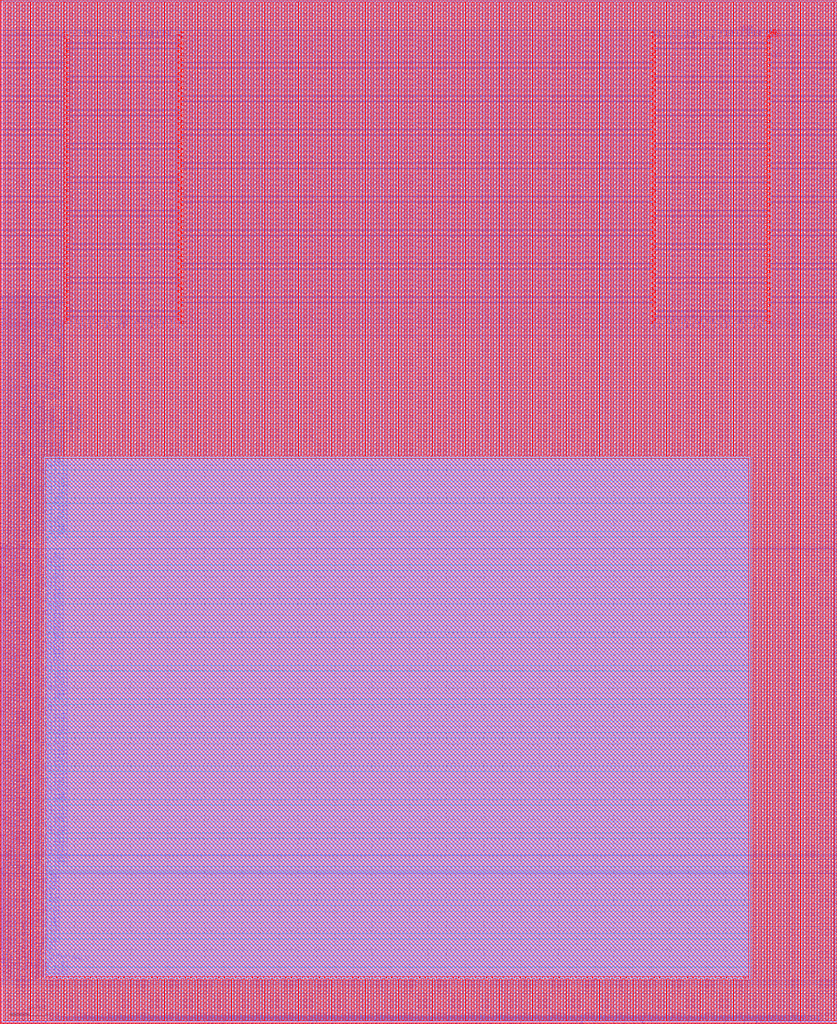
<source format=lef>
###############################################################
#  Generated by:      Cadence Innovus 21.16-s078_1
#  OS:                Linux x86_64(Host ID cadpc02)
#  Generated on:      Tue May  7 01:52:56 2024
#  Design:            ibex_system
#  Command:           write_lef_abstract ibex_system.lef -5.7 -PgpinLayers {1 2 3 4 5} -specifyTopLayer 5 -stripePin
###############################################################

VERSION 5.7 ;

BUSBITCHARS "[]" ;
DIVIDERCHAR "/" ;

MACRO ibex_system
  CLASS BLOCK ;
  SIZE 900.000000 BY 1100.000000 ;
  FOREIGN ibex_system 0.000000 0.000000 ;
  ORIGIN 0 0 ;
  SYMMETRY X Y R90 ;
  PIN clk_i
    DIRECTION INPUT ;
    USE SIGNAL ;
    PORT
      LAYER M2 ;
        RECT 0.000000 505.100000 0.600000 505.300000 ;
    END
  END clk_i
  PIN rst_ni
    DIRECTION INPUT ;
    USE SIGNAL ;
    PORT
      LAYER M2 ;
        RECT 0.000000 508.700000 0.600000 508.900000 ;
    END
  END rst_ni
  PIN test_en_i
    DIRECTION INPUT ;
    USE SIGNAL ;
    PORT
      LAYER M3 ;
        RECT 0.000000 44.300000 0.600000 44.500000 ;
    END
  END test_en_i
  PIN ram_cfg_i[9]
    DIRECTION INPUT ;
    USE SIGNAL ;
    PORT
      LAYER M2 ;
        RECT 659.900000 0.000000 660.100000 0.600000 ;
    END
  END ram_cfg_i[9]
  PIN ram_cfg_i[8]
    DIRECTION INPUT ;
    USE SIGNAL ;
    PORT
      LAYER M2 ;
        RECT 656.300000 0.000000 656.500000 0.600000 ;
    END
  END ram_cfg_i[8]
  PIN ram_cfg_i[7]
    DIRECTION INPUT ;
    USE SIGNAL ;
    PORT
      LAYER M2 ;
        RECT 652.700000 0.000000 652.900000 0.600000 ;
    END
  END ram_cfg_i[7]
  PIN ram_cfg_i[6]
    DIRECTION INPUT ;
    USE SIGNAL ;
    PORT
      LAYER M2 ;
        RECT 649.100000 0.000000 649.300000 0.600000 ;
    END
  END ram_cfg_i[6]
  PIN ram_cfg_i[5]
    DIRECTION INPUT ;
    USE SIGNAL ;
    PORT
      LAYER M2 ;
        RECT 645.500000 0.000000 645.700000 0.600000 ;
    END
  END ram_cfg_i[5]
  PIN ram_cfg_i[4]
    DIRECTION INPUT ;
    USE SIGNAL ;
    PORT
      LAYER M2 ;
        RECT 641.900000 0.000000 642.100000 0.600000 ;
    END
  END ram_cfg_i[4]
  PIN ram_cfg_i[3]
    DIRECTION INPUT ;
    USE SIGNAL ;
    PORT
      LAYER M2 ;
        RECT 638.300000 0.000000 638.500000 0.600000 ;
    END
  END ram_cfg_i[3]
  PIN ram_cfg_i[2]
    DIRECTION INPUT ;
    USE SIGNAL ;
    PORT
      LAYER M2 ;
        RECT 634.700000 0.000000 634.900000 0.600000 ;
    END
  END ram_cfg_i[2]
  PIN ram_cfg_i[1]
    DIRECTION INPUT ;
    USE SIGNAL ;
    PORT
      LAYER M2 ;
        RECT 631.100000 0.000000 631.300000 0.600000 ;
    END
  END ram_cfg_i[1]
  PIN ram_cfg_i[0]
    DIRECTION INPUT ;
    USE SIGNAL ;
    PORT
      LAYER M2 ;
        RECT 627.500000 0.000000 627.700000 0.600000 ;
    END
  END ram_cfg_i[0]
  PIN hart_id_i[31]
    DIRECTION INPUT ;
    USE SIGNAL ;
    PORT
      LAYER M3 ;
        RECT 899.400000 122.300000 900.000000 122.500000 ;
    END
  END hart_id_i[31]
  PIN hart_id_i[30]
    DIRECTION INPUT ;
    USE SIGNAL ;
    PORT
      LAYER M3 ;
        RECT 899.400000 119.300000 900.000000 119.500000 ;
    END
  END hart_id_i[30]
  PIN hart_id_i[29]
    DIRECTION INPUT ;
    USE SIGNAL ;
    PORT
      LAYER M3 ;
        RECT 899.400000 116.300000 900.000000 116.500000 ;
    END
  END hart_id_i[29]
  PIN hart_id_i[28]
    DIRECTION INPUT ;
    USE SIGNAL ;
    PORT
      LAYER M3 ;
        RECT 899.400000 113.300000 900.000000 113.500000 ;
    END
  END hart_id_i[28]
  PIN hart_id_i[27]
    DIRECTION INPUT ;
    USE SIGNAL ;
    PORT
      LAYER M3 ;
        RECT 899.400000 110.300000 900.000000 110.500000 ;
    END
  END hart_id_i[27]
  PIN hart_id_i[26]
    DIRECTION INPUT ;
    USE SIGNAL ;
    PORT
      LAYER M3 ;
        RECT 899.400000 107.300000 900.000000 107.500000 ;
    END
  END hart_id_i[26]
  PIN hart_id_i[25]
    DIRECTION INPUT ;
    USE SIGNAL ;
    PORT
      LAYER M3 ;
        RECT 899.400000 104.300000 900.000000 104.500000 ;
    END
  END hart_id_i[25]
  PIN hart_id_i[24]
    DIRECTION INPUT ;
    USE SIGNAL ;
    PORT
      LAYER M3 ;
        RECT 899.400000 101.300000 900.000000 101.500000 ;
    END
  END hart_id_i[24]
  PIN hart_id_i[23]
    DIRECTION INPUT ;
    USE SIGNAL ;
    PORT
      LAYER M3 ;
        RECT 899.400000 98.300000 900.000000 98.500000 ;
    END
  END hart_id_i[23]
  PIN hart_id_i[22]
    DIRECTION INPUT ;
    USE SIGNAL ;
    PORT
      LAYER M3 ;
        RECT 899.400000 95.300000 900.000000 95.500000 ;
    END
  END hart_id_i[22]
  PIN hart_id_i[21]
    DIRECTION INPUT ;
    USE SIGNAL ;
    PORT
      LAYER M3 ;
        RECT 899.400000 92.300000 900.000000 92.500000 ;
    END
  END hart_id_i[21]
  PIN hart_id_i[20]
    DIRECTION INPUT ;
    USE SIGNAL ;
    PORT
      LAYER M3 ;
        RECT 899.400000 89.300000 900.000000 89.500000 ;
    END
  END hart_id_i[20]
  PIN hart_id_i[19]
    DIRECTION INPUT ;
    USE SIGNAL ;
    PORT
      LAYER M3 ;
        RECT 899.400000 86.300000 900.000000 86.500000 ;
    END
  END hart_id_i[19]
  PIN hart_id_i[18]
    DIRECTION INPUT ;
    USE SIGNAL ;
    PORT
      LAYER M3 ;
        RECT 899.400000 83.300000 900.000000 83.500000 ;
    END
  END hart_id_i[18]
  PIN hart_id_i[17]
    DIRECTION INPUT ;
    USE SIGNAL ;
    PORT
      LAYER M3 ;
        RECT 899.400000 80.300000 900.000000 80.500000 ;
    END
  END hart_id_i[17]
  PIN hart_id_i[16]
    DIRECTION INPUT ;
    USE SIGNAL ;
    PORT
      LAYER M3 ;
        RECT 899.400000 77.300000 900.000000 77.500000 ;
    END
  END hart_id_i[16]
  PIN hart_id_i[15]
    DIRECTION INPUT ;
    USE SIGNAL ;
    PORT
      LAYER M3 ;
        RECT 899.400000 74.300000 900.000000 74.500000 ;
    END
  END hart_id_i[15]
  PIN hart_id_i[14]
    DIRECTION INPUT ;
    USE SIGNAL ;
    PORT
      LAYER M3 ;
        RECT 899.400000 71.300000 900.000000 71.500000 ;
    END
  END hart_id_i[14]
  PIN hart_id_i[13]
    DIRECTION INPUT ;
    USE SIGNAL ;
    PORT
      LAYER M3 ;
        RECT 899.400000 68.300000 900.000000 68.500000 ;
    END
  END hart_id_i[13]
  PIN hart_id_i[12]
    DIRECTION INPUT ;
    USE SIGNAL ;
    PORT
      LAYER M3 ;
        RECT 899.400000 65.300000 900.000000 65.500000 ;
    END
  END hart_id_i[12]
  PIN hart_id_i[11]
    DIRECTION INPUT ;
    USE SIGNAL ;
    PORT
      LAYER M3 ;
        RECT 899.400000 62.300000 900.000000 62.500000 ;
    END
  END hart_id_i[11]
  PIN hart_id_i[10]
    DIRECTION INPUT ;
    USE SIGNAL ;
    PORT
      LAYER M3 ;
        RECT 899.400000 59.300000 900.000000 59.500000 ;
    END
  END hart_id_i[10]
  PIN hart_id_i[9]
    DIRECTION INPUT ;
    USE SIGNAL ;
    PORT
      LAYER M3 ;
        RECT 899.400000 56.300000 900.000000 56.500000 ;
    END
  END hart_id_i[9]
  PIN hart_id_i[8]
    DIRECTION INPUT ;
    USE SIGNAL ;
    PORT
      LAYER M3 ;
        RECT 899.400000 53.300000 900.000000 53.500000 ;
    END
  END hart_id_i[8]
  PIN hart_id_i[7]
    DIRECTION INPUT ;
    USE SIGNAL ;
    PORT
      LAYER M3 ;
        RECT 899.400000 50.300000 900.000000 50.500000 ;
    END
  END hart_id_i[7]
  PIN hart_id_i[6]
    DIRECTION INPUT ;
    USE SIGNAL ;
    PORT
      LAYER M3 ;
        RECT 899.400000 47.300000 900.000000 47.500000 ;
    END
  END hart_id_i[6]
  PIN hart_id_i[5]
    DIRECTION INPUT ;
    USE SIGNAL ;
    PORT
      LAYER M3 ;
        RECT 899.400000 44.300000 900.000000 44.500000 ;
    END
  END hart_id_i[5]
  PIN hart_id_i[4]
    DIRECTION INPUT ;
    USE SIGNAL ;
    PORT
      LAYER M3 ;
        RECT 899.400000 41.300000 900.000000 41.500000 ;
    END
  END hart_id_i[4]
  PIN hart_id_i[3]
    DIRECTION INPUT ;
    USE SIGNAL ;
    PORT
      LAYER M3 ;
        RECT 899.400000 38.300000 900.000000 38.500000 ;
    END
  END hart_id_i[3]
  PIN hart_id_i[2]
    DIRECTION INPUT ;
    USE SIGNAL ;
    PORT
      LAYER M3 ;
        RECT 899.400000 35.300000 900.000000 35.500000 ;
    END
  END hart_id_i[2]
  PIN hart_id_i[1]
    DIRECTION INPUT ;
    USE SIGNAL ;
    PORT
      LAYER M3 ;
        RECT 899.400000 32.300000 900.000000 32.500000 ;
    END
  END hart_id_i[1]
  PIN hart_id_i[0]
    DIRECTION INPUT ;
    USE SIGNAL ;
    PORT
      LAYER M3 ;
        RECT 899.400000 29.300000 900.000000 29.500000 ;
    END
  END hart_id_i[0]
  PIN boot_addr_i[31]
    DIRECTION INPUT ;
    USE SIGNAL ;
    PORT
      LAYER M2 ;
        RECT 0.000000 159.500000 0.600000 159.700000 ;
    END
  END boot_addr_i[31]
  PIN boot_addr_i[30]
    DIRECTION INPUT ;
    USE SIGNAL ;
    PORT
      LAYER M2 ;
        RECT 0.000000 155.900000 0.600000 156.100000 ;
    END
  END boot_addr_i[30]
  PIN boot_addr_i[29]
    DIRECTION INPUT ;
    USE SIGNAL ;
    PORT
      LAYER M2 ;
        RECT 0.000000 152.300000 0.600000 152.500000 ;
    END
  END boot_addr_i[29]
  PIN boot_addr_i[28]
    DIRECTION INPUT ;
    USE SIGNAL ;
    PORT
      LAYER M2 ;
        RECT 0.000000 148.700000 0.600000 148.900000 ;
    END
  END boot_addr_i[28]
  PIN boot_addr_i[27]
    DIRECTION INPUT ;
    USE SIGNAL ;
    PORT
      LAYER M2 ;
        RECT 0.000000 145.100000 0.600000 145.300000 ;
    END
  END boot_addr_i[27]
  PIN boot_addr_i[26]
    DIRECTION INPUT ;
    USE SIGNAL ;
    PORT
      LAYER M2 ;
        RECT 0.000000 141.500000 0.600000 141.700000 ;
    END
  END boot_addr_i[26]
  PIN boot_addr_i[25]
    DIRECTION INPUT ;
    USE SIGNAL ;
    PORT
      LAYER M2 ;
        RECT 0.000000 137.900000 0.600000 138.100000 ;
    END
  END boot_addr_i[25]
  PIN boot_addr_i[24]
    DIRECTION INPUT ;
    USE SIGNAL ;
    PORT
      LAYER M2 ;
        RECT 0.000000 134.300000 0.600000 134.500000 ;
    END
  END boot_addr_i[24]
  PIN boot_addr_i[23]
    DIRECTION INPUT ;
    USE SIGNAL ;
    PORT
      LAYER M2 ;
        RECT 0.000000 130.700000 0.600000 130.900000 ;
    END
  END boot_addr_i[23]
  PIN boot_addr_i[22]
    DIRECTION INPUT ;
    USE SIGNAL ;
    PORT
      LAYER M2 ;
        RECT 0.000000 127.100000 0.600000 127.300000 ;
    END
  END boot_addr_i[22]
  PIN boot_addr_i[21]
    DIRECTION INPUT ;
    USE SIGNAL ;
    PORT
      LAYER M2 ;
        RECT 0.000000 123.500000 0.600000 123.700000 ;
    END
  END boot_addr_i[21]
  PIN boot_addr_i[20]
    DIRECTION INPUT ;
    USE SIGNAL ;
    PORT
      LAYER M2 ;
        RECT 0.000000 119.900000 0.600000 120.100000 ;
    END
  END boot_addr_i[20]
  PIN boot_addr_i[19]
    DIRECTION INPUT ;
    USE SIGNAL ;
    PORT
      LAYER M2 ;
        RECT 0.000000 116.300000 0.600000 116.500000 ;
    END
  END boot_addr_i[19]
  PIN boot_addr_i[18]
    DIRECTION INPUT ;
    USE SIGNAL ;
    PORT
      LAYER M2 ;
        RECT 0.000000 112.700000 0.600000 112.900000 ;
    END
  END boot_addr_i[18]
  PIN boot_addr_i[17]
    DIRECTION INPUT ;
    USE SIGNAL ;
    PORT
      LAYER M2 ;
        RECT 0.000000 109.100000 0.600000 109.300000 ;
    END
  END boot_addr_i[17]
  PIN boot_addr_i[16]
    DIRECTION INPUT ;
    USE SIGNAL ;
    PORT
      LAYER M2 ;
        RECT 0.000000 105.500000 0.600000 105.700000 ;
    END
  END boot_addr_i[16]
  PIN boot_addr_i[15]
    DIRECTION INPUT ;
    USE SIGNAL ;
    PORT
      LAYER M2 ;
        RECT 0.000000 101.900000 0.600000 102.100000 ;
    END
  END boot_addr_i[15]
  PIN boot_addr_i[14]
    DIRECTION INPUT ;
    USE SIGNAL ;
    PORT
      LAYER M2 ;
        RECT 0.000000 98.300000 0.600000 98.500000 ;
    END
  END boot_addr_i[14]
  PIN boot_addr_i[13]
    DIRECTION INPUT ;
    USE SIGNAL ;
    PORT
      LAYER M2 ;
        RECT 0.000000 94.700000 0.600000 94.900000 ;
    END
  END boot_addr_i[13]
  PIN boot_addr_i[12]
    DIRECTION INPUT ;
    USE SIGNAL ;
    PORT
      LAYER M2 ;
        RECT 0.000000 91.100000 0.600000 91.300000 ;
    END
  END boot_addr_i[12]
  PIN boot_addr_i[11]
    DIRECTION INPUT ;
    USE SIGNAL ;
    PORT
      LAYER M2 ;
        RECT 0.000000 87.500000 0.600000 87.700000 ;
    END
  END boot_addr_i[11]
  PIN boot_addr_i[10]
    DIRECTION INPUT ;
    USE SIGNAL ;
    PORT
      LAYER M2 ;
        RECT 0.000000 83.900000 0.600000 84.100000 ;
    END
  END boot_addr_i[10]
  PIN boot_addr_i[9]
    DIRECTION INPUT ;
    USE SIGNAL ;
    PORT
      LAYER M2 ;
        RECT 0.000000 80.300000 0.600000 80.500000 ;
    END
  END boot_addr_i[9]
  PIN boot_addr_i[8]
    DIRECTION INPUT ;
    USE SIGNAL ;
    PORT
      LAYER M2 ;
        RECT 0.000000 76.700000 0.600000 76.900000 ;
    END
  END boot_addr_i[8]
  PIN boot_addr_i[7]
    DIRECTION INPUT ;
    USE SIGNAL ;
    PORT
      LAYER M2 ;
        RECT 688.700000 0.000000 688.900000 0.600000 ;
    END
  END boot_addr_i[7]
  PIN boot_addr_i[6]
    DIRECTION INPUT ;
    USE SIGNAL ;
    PORT
      LAYER M2 ;
        RECT 685.100000 0.000000 685.300000 0.600000 ;
    END
  END boot_addr_i[6]
  PIN boot_addr_i[5]
    DIRECTION INPUT ;
    USE SIGNAL ;
    PORT
      LAYER M2 ;
        RECT 681.500000 0.000000 681.700000 0.600000 ;
    END
  END boot_addr_i[5]
  PIN boot_addr_i[4]
    DIRECTION INPUT ;
    USE SIGNAL ;
    PORT
      LAYER M2 ;
        RECT 677.900000 0.000000 678.100000 0.600000 ;
    END
  END boot_addr_i[4]
  PIN boot_addr_i[3]
    DIRECTION INPUT ;
    USE SIGNAL ;
    PORT
      LAYER M2 ;
        RECT 674.300000 0.000000 674.500000 0.600000 ;
    END
  END boot_addr_i[3]
  PIN boot_addr_i[2]
    DIRECTION INPUT ;
    USE SIGNAL ;
    PORT
      LAYER M2 ;
        RECT 670.700000 0.000000 670.900000 0.600000 ;
    END
  END boot_addr_i[2]
  PIN boot_addr_i[1]
    DIRECTION INPUT ;
    USE SIGNAL ;
    PORT
      LAYER M2 ;
        RECT 667.100000 0.000000 667.300000 0.600000 ;
    END
  END boot_addr_i[1]
  PIN boot_addr_i[0]
    DIRECTION INPUT ;
    USE SIGNAL ;
    PORT
      LAYER M2 ;
        RECT 663.500000 0.000000 663.700000 0.600000 ;
    END
  END boot_addr_i[0]
  PIN instr_req_o
    DIRECTION OUTPUT ;
    USE SIGNAL ;
    PORT
      LAYER M3 ;
        RECT 0.000000 663.500000 0.600000 663.700000 ;
    END
  END instr_req_o
  PIN instr_gnt_i
    DIRECTION INPUT ;
    USE SIGNAL ;
    PORT
      LAYER M3 ;
        RECT 0.000000 512.300000 0.600000 512.500000 ;
    END
  END instr_gnt_i
  PIN instr_rvalid_i
    DIRECTION INPUT ;
    USE SIGNAL ;
    PORT
      LAYER M3 ;
        RECT 0.000000 515.900000 0.600000 516.100000 ;
    END
  END instr_rvalid_i
  PIN instr_addr_o[31]
    DIRECTION OUTPUT ;
    USE SIGNAL ;
    PORT
      LAYER M3 ;
        RECT 0.000000 667.100000 0.600000 667.300000 ;
    END
  END instr_addr_o[31]
  PIN instr_addr_o[30]
    DIRECTION OUTPUT ;
    USE SIGNAL ;
    PORT
      LAYER M3 ;
        RECT 0.000000 670.700000 0.600000 670.900000 ;
    END
  END instr_addr_o[30]
  PIN instr_addr_o[29]
    DIRECTION OUTPUT ;
    USE SIGNAL ;
    PORT
      LAYER M3 ;
        RECT 0.000000 674.300000 0.600000 674.500000 ;
    END
  END instr_addr_o[29]
  PIN instr_addr_o[28]
    DIRECTION OUTPUT ;
    USE SIGNAL ;
    PORT
      LAYER M3 ;
        RECT 0.000000 677.900000 0.600000 678.100000 ;
    END
  END instr_addr_o[28]
  PIN instr_addr_o[27]
    DIRECTION OUTPUT ;
    USE SIGNAL ;
    PORT
      LAYER M3 ;
        RECT 0.000000 681.500000 0.600000 681.700000 ;
    END
  END instr_addr_o[27]
  PIN instr_addr_o[26]
    DIRECTION OUTPUT ;
    USE SIGNAL ;
    PORT
      LAYER M3 ;
        RECT 0.000000 685.100000 0.600000 685.300000 ;
    END
  END instr_addr_o[26]
  PIN instr_addr_o[25]
    DIRECTION OUTPUT ;
    USE SIGNAL ;
    PORT
      LAYER M3 ;
        RECT 0.000000 688.700000 0.600000 688.900000 ;
    END
  END instr_addr_o[25]
  PIN instr_addr_o[24]
    DIRECTION OUTPUT ;
    USE SIGNAL ;
    PORT
      LAYER M3 ;
        RECT 0.000000 692.300000 0.600000 692.500000 ;
    END
  END instr_addr_o[24]
  PIN instr_addr_o[23]
    DIRECTION OUTPUT ;
    USE SIGNAL ;
    PORT
      LAYER M3 ;
        RECT 0.000000 695.900000 0.600000 696.100000 ;
    END
  END instr_addr_o[23]
  PIN instr_addr_o[22]
    DIRECTION OUTPUT ;
    USE SIGNAL ;
    PORT
      LAYER M3 ;
        RECT 0.000000 699.500000 0.600000 699.700000 ;
    END
  END instr_addr_o[22]
  PIN instr_addr_o[21]
    DIRECTION OUTPUT ;
    USE SIGNAL ;
    PORT
      LAYER M3 ;
        RECT 0.000000 703.100000 0.600000 703.300000 ;
    END
  END instr_addr_o[21]
  PIN instr_addr_o[20]
    DIRECTION OUTPUT ;
    USE SIGNAL ;
    PORT
      LAYER M3 ;
        RECT 0.000000 706.700000 0.600000 706.900000 ;
    END
  END instr_addr_o[20]
  PIN instr_addr_o[19]
    DIRECTION OUTPUT ;
    USE SIGNAL ;
    PORT
      LAYER M3 ;
        RECT 0.000000 710.300000 0.600000 710.500000 ;
    END
  END instr_addr_o[19]
  PIN instr_addr_o[18]
    DIRECTION OUTPUT ;
    USE SIGNAL ;
    PORT
      LAYER M3 ;
        RECT 0.000000 713.900000 0.600000 714.100000 ;
    END
  END instr_addr_o[18]
  PIN instr_addr_o[17]
    DIRECTION OUTPUT ;
    USE SIGNAL ;
    PORT
      LAYER M3 ;
        RECT 0.000000 717.500000 0.600000 717.700000 ;
    END
  END instr_addr_o[17]
  PIN instr_addr_o[16]
    DIRECTION OUTPUT ;
    USE SIGNAL ;
    PORT
      LAYER M3 ;
        RECT 0.000000 721.100000 0.600000 721.300000 ;
    END
  END instr_addr_o[16]
  PIN instr_addr_o[15]
    DIRECTION OUTPUT ;
    USE SIGNAL ;
    PORT
      LAYER M3 ;
        RECT 0.000000 724.700000 0.600000 724.900000 ;
    END
  END instr_addr_o[15]
  PIN instr_addr_o[14]
    DIRECTION OUTPUT ;
    USE SIGNAL ;
    PORT
      LAYER M3 ;
        RECT 0.000000 728.300000 0.600000 728.500000 ;
    END
  END instr_addr_o[14]
  PIN instr_addr_o[13]
    DIRECTION OUTPUT ;
    USE SIGNAL ;
    PORT
      LAYER M3 ;
        RECT 0.000000 731.900000 0.600000 732.100000 ;
    END
  END instr_addr_o[13]
  PIN instr_addr_o[12]
    DIRECTION OUTPUT ;
    USE SIGNAL ;
    PORT
      LAYER M3 ;
        RECT 0.000000 735.500000 0.600000 735.700000 ;
    END
  END instr_addr_o[12]
  PIN instr_addr_o[11]
    DIRECTION OUTPUT ;
    USE SIGNAL ;
    PORT
      LAYER M3 ;
        RECT 0.000000 739.100000 0.600000 739.300000 ;
    END
  END instr_addr_o[11]
  PIN instr_addr_o[10]
    DIRECTION OUTPUT ;
    USE SIGNAL ;
    PORT
      LAYER M3 ;
        RECT 0.000000 742.700000 0.600000 742.900000 ;
    END
  END instr_addr_o[10]
  PIN instr_addr_o[9]
    DIRECTION OUTPUT ;
    USE SIGNAL ;
    PORT
      LAYER M3 ;
        RECT 0.000000 746.300000 0.600000 746.500000 ;
    END
  END instr_addr_o[9]
  PIN instr_addr_o[8]
    DIRECTION OUTPUT ;
    USE SIGNAL ;
    PORT
      LAYER M3 ;
        RECT 0.000000 749.900000 0.600000 750.100000 ;
    END
  END instr_addr_o[8]
  PIN instr_addr_o[7]
    DIRECTION OUTPUT ;
    USE SIGNAL ;
    PORT
      LAYER M3 ;
        RECT 0.000000 753.500000 0.600000 753.700000 ;
    END
  END instr_addr_o[7]
  PIN instr_addr_o[6]
    DIRECTION OUTPUT ;
    USE SIGNAL ;
    PORT
      LAYER M3 ;
        RECT 0.000000 757.100000 0.600000 757.300000 ;
    END
  END instr_addr_o[6]
  PIN instr_addr_o[5]
    DIRECTION OUTPUT ;
    USE SIGNAL ;
    PORT
      LAYER M3 ;
        RECT 0.000000 760.700000 0.600000 760.900000 ;
    END
  END instr_addr_o[5]
  PIN instr_addr_o[4]
    DIRECTION OUTPUT ;
    USE SIGNAL ;
    PORT
      LAYER M3 ;
        RECT 0.000000 764.300000 0.600000 764.500000 ;
    END
  END instr_addr_o[4]
  PIN instr_addr_o[3]
    DIRECTION OUTPUT ;
    USE SIGNAL ;
    PORT
      LAYER M3 ;
        RECT 0.000000 767.900000 0.600000 768.100000 ;
    END
  END instr_addr_o[3]
  PIN instr_addr_o[2]
    DIRECTION OUTPUT ;
    USE SIGNAL ;
    PORT
      LAYER M3 ;
        RECT 0.000000 771.500000 0.600000 771.700000 ;
    END
  END instr_addr_o[2]
  PIN instr_addr_o[1]
    DIRECTION OUTPUT ;
    USE SIGNAL ;
    PORT
      LAYER M3 ;
        RECT 0.000000 775.100000 0.600000 775.300000 ;
    END
  END instr_addr_o[1]
  PIN instr_addr_o[0]
    DIRECTION OUTPUT ;
    USE SIGNAL ;
    PORT
      LAYER M3 ;
        RECT 0.000000 778.700000 0.600000 778.900000 ;
    END
  END instr_addr_o[0]
  PIN instr_rdata_i[31]
    DIRECTION INPUT ;
    USE SIGNAL ;
    PORT
      LAYER M3 ;
        RECT 0.000000 519.500000 0.600000 519.700000 ;
    END
  END instr_rdata_i[31]
  PIN instr_rdata_i[30]
    DIRECTION INPUT ;
    USE SIGNAL ;
    PORT
      LAYER M3 ;
        RECT 0.000000 523.100000 0.600000 523.300000 ;
    END
  END instr_rdata_i[30]
  PIN instr_rdata_i[29]
    DIRECTION INPUT ;
    USE SIGNAL ;
    PORT
      LAYER M3 ;
        RECT 0.000000 526.700000 0.600000 526.900000 ;
    END
  END instr_rdata_i[29]
  PIN instr_rdata_i[28]
    DIRECTION INPUT ;
    USE SIGNAL ;
    PORT
      LAYER M3 ;
        RECT 0.000000 530.300000 0.600000 530.500000 ;
    END
  END instr_rdata_i[28]
  PIN instr_rdata_i[27]
    DIRECTION INPUT ;
    USE SIGNAL ;
    PORT
      LAYER M3 ;
        RECT 0.000000 533.900000 0.600000 534.100000 ;
    END
  END instr_rdata_i[27]
  PIN instr_rdata_i[26]
    DIRECTION INPUT ;
    USE SIGNAL ;
    PORT
      LAYER M3 ;
        RECT 0.000000 537.500000 0.600000 537.700000 ;
    END
  END instr_rdata_i[26]
  PIN instr_rdata_i[25]
    DIRECTION INPUT ;
    USE SIGNAL ;
    PORT
      LAYER M3 ;
        RECT 0.000000 541.100000 0.600000 541.300000 ;
    END
  END instr_rdata_i[25]
  PIN instr_rdata_i[24]
    DIRECTION INPUT ;
    USE SIGNAL ;
    PORT
      LAYER M3 ;
        RECT 0.000000 544.700000 0.600000 544.900000 ;
    END
  END instr_rdata_i[24]
  PIN instr_rdata_i[23]
    DIRECTION INPUT ;
    USE SIGNAL ;
    PORT
      LAYER M3 ;
        RECT 0.000000 548.300000 0.600000 548.500000 ;
    END
  END instr_rdata_i[23]
  PIN instr_rdata_i[22]
    DIRECTION INPUT ;
    USE SIGNAL ;
    PORT
      LAYER M3 ;
        RECT 0.000000 551.900000 0.600000 552.100000 ;
    END
  END instr_rdata_i[22]
  PIN instr_rdata_i[21]
    DIRECTION INPUT ;
    USE SIGNAL ;
    PORT
      LAYER M3 ;
        RECT 0.000000 555.500000 0.600000 555.700000 ;
    END
  END instr_rdata_i[21]
  PIN instr_rdata_i[20]
    DIRECTION INPUT ;
    USE SIGNAL ;
    PORT
      LAYER M3 ;
        RECT 0.000000 559.100000 0.600000 559.300000 ;
    END
  END instr_rdata_i[20]
  PIN instr_rdata_i[19]
    DIRECTION INPUT ;
    USE SIGNAL ;
    PORT
      LAYER M3 ;
        RECT 0.000000 562.700000 0.600000 562.900000 ;
    END
  END instr_rdata_i[19]
  PIN instr_rdata_i[18]
    DIRECTION INPUT ;
    USE SIGNAL ;
    PORT
      LAYER M3 ;
        RECT 0.000000 566.300000 0.600000 566.500000 ;
    END
  END instr_rdata_i[18]
  PIN instr_rdata_i[17]
    DIRECTION INPUT ;
    USE SIGNAL ;
    PORT
      LAYER M3 ;
        RECT 0.000000 569.900000 0.600000 570.100000 ;
    END
  END instr_rdata_i[17]
  PIN instr_rdata_i[16]
    DIRECTION INPUT ;
    USE SIGNAL ;
    PORT
      LAYER M3 ;
        RECT 0.000000 573.500000 0.600000 573.700000 ;
    END
  END instr_rdata_i[16]
  PIN instr_rdata_i[15]
    DIRECTION INPUT ;
    USE SIGNAL ;
    PORT
      LAYER M3 ;
        RECT 0.000000 577.100000 0.600000 577.300000 ;
    END
  END instr_rdata_i[15]
  PIN instr_rdata_i[14]
    DIRECTION INPUT ;
    USE SIGNAL ;
    PORT
      LAYER M3 ;
        RECT 0.000000 580.700000 0.600000 580.900000 ;
    END
  END instr_rdata_i[14]
  PIN instr_rdata_i[13]
    DIRECTION INPUT ;
    USE SIGNAL ;
    PORT
      LAYER M3 ;
        RECT 0.000000 584.300000 0.600000 584.500000 ;
    END
  END instr_rdata_i[13]
  PIN instr_rdata_i[12]
    DIRECTION INPUT ;
    USE SIGNAL ;
    PORT
      LAYER M3 ;
        RECT 0.000000 587.900000 0.600000 588.100000 ;
    END
  END instr_rdata_i[12]
  PIN instr_rdata_i[11]
    DIRECTION INPUT ;
    USE SIGNAL ;
    PORT
      LAYER M3 ;
        RECT 0.000000 591.500000 0.600000 591.700000 ;
    END
  END instr_rdata_i[11]
  PIN instr_rdata_i[10]
    DIRECTION INPUT ;
    USE SIGNAL ;
    PORT
      LAYER M3 ;
        RECT 0.000000 595.100000 0.600000 595.300000 ;
    END
  END instr_rdata_i[10]
  PIN instr_rdata_i[9]
    DIRECTION INPUT ;
    USE SIGNAL ;
    PORT
      LAYER M3 ;
        RECT 0.000000 598.700000 0.600000 598.900000 ;
    END
  END instr_rdata_i[9]
  PIN instr_rdata_i[8]
    DIRECTION INPUT ;
    USE SIGNAL ;
    PORT
      LAYER M3 ;
        RECT 0.000000 602.300000 0.600000 602.500000 ;
    END
  END instr_rdata_i[8]
  PIN instr_rdata_i[7]
    DIRECTION INPUT ;
    USE SIGNAL ;
    PORT
      LAYER M3 ;
        RECT 0.000000 605.900000 0.600000 606.100000 ;
    END
  END instr_rdata_i[7]
  PIN instr_rdata_i[6]
    DIRECTION INPUT ;
    USE SIGNAL ;
    PORT
      LAYER M3 ;
        RECT 0.000000 609.500000 0.600000 609.700000 ;
    END
  END instr_rdata_i[6]
  PIN instr_rdata_i[5]
    DIRECTION INPUT ;
    USE SIGNAL ;
    PORT
      LAYER M3 ;
        RECT 0.000000 613.100000 0.600000 613.300000 ;
    END
  END instr_rdata_i[5]
  PIN instr_rdata_i[4]
    DIRECTION INPUT ;
    USE SIGNAL ;
    PORT
      LAYER M3 ;
        RECT 0.000000 616.700000 0.600000 616.900000 ;
    END
  END instr_rdata_i[4]
  PIN instr_rdata_i[3]
    DIRECTION INPUT ;
    USE SIGNAL ;
    PORT
      LAYER M3 ;
        RECT 0.000000 620.300000 0.600000 620.500000 ;
    END
  END instr_rdata_i[3]
  PIN instr_rdata_i[2]
    DIRECTION INPUT ;
    USE SIGNAL ;
    PORT
      LAYER M3 ;
        RECT 0.000000 623.900000 0.600000 624.100000 ;
    END
  END instr_rdata_i[2]
  PIN instr_rdata_i[1]
    DIRECTION INPUT ;
    USE SIGNAL ;
    PORT
      LAYER M3 ;
        RECT 0.000000 627.500000 0.600000 627.700000 ;
    END
  END instr_rdata_i[1]
  PIN instr_rdata_i[0]
    DIRECTION INPUT ;
    USE SIGNAL ;
    PORT
      LAYER M3 ;
        RECT 0.000000 631.100000 0.600000 631.300000 ;
    END
  END instr_rdata_i[0]
  PIN instr_rdata_intg_i[6]
    DIRECTION INPUT ;
    USE SIGNAL ;
    PORT
      LAYER M3 ;
        RECT 0.000000 634.700000 0.600000 634.900000 ;
    END
  END instr_rdata_intg_i[6]
  PIN instr_rdata_intg_i[5]
    DIRECTION INPUT ;
    USE SIGNAL ;
    PORT
      LAYER M3 ;
        RECT 0.000000 638.300000 0.600000 638.500000 ;
    END
  END instr_rdata_intg_i[5]
  PIN instr_rdata_intg_i[4]
    DIRECTION INPUT ;
    USE SIGNAL ;
    PORT
      LAYER M3 ;
        RECT 0.000000 641.900000 0.600000 642.100000 ;
    END
  END instr_rdata_intg_i[4]
  PIN instr_rdata_intg_i[3]
    DIRECTION INPUT ;
    USE SIGNAL ;
    PORT
      LAYER M3 ;
        RECT 0.000000 645.500000 0.600000 645.700000 ;
    END
  END instr_rdata_intg_i[3]
  PIN instr_rdata_intg_i[2]
    DIRECTION INPUT ;
    USE SIGNAL ;
    PORT
      LAYER M3 ;
        RECT 0.000000 649.100000 0.600000 649.300000 ;
    END
  END instr_rdata_intg_i[2]
  PIN instr_rdata_intg_i[1]
    DIRECTION INPUT ;
    USE SIGNAL ;
    PORT
      LAYER M3 ;
        RECT 0.000000 652.700000 0.600000 652.900000 ;
    END
  END instr_rdata_intg_i[1]
  PIN instr_rdata_intg_i[0]
    DIRECTION INPUT ;
    USE SIGNAL ;
    PORT
      LAYER M3 ;
        RECT 0.000000 656.300000 0.600000 656.500000 ;
    END
  END instr_rdata_intg_i[0]
  PIN instr_err_i
    DIRECTION INPUT ;
    USE SIGNAL ;
    PORT
      LAYER M3 ;
        RECT 0.000000 659.900000 0.600000 660.100000 ;
    END
  END instr_err_i
  PIN data_req_o
    DIRECTION OUTPUT ;
    USE SIGNAL ;
    PORT
      LAYER M2 ;
        RECT 899.400000 509.300000 900.000000 509.500000 ;
    END
  END data_req_o
  PIN data_gnt_i
    DIRECTION INPUT ;
    USE SIGNAL ;
    PORT
      LAYER M2 ;
        RECT 899.400000 503.300000 900.000000 503.500000 ;
    END
  END data_gnt_i
  PIN data_rvalid_i
    DIRECTION INPUT ;
    USE SIGNAL ;
    PORT
      LAYER M2 ;
        RECT 899.400000 506.300000 900.000000 506.500000 ;
    END
  END data_rvalid_i
  PIN data_we_o
    DIRECTION OUTPUT ;
    USE SIGNAL ;
    PORT
      LAYER M2 ;
        RECT 899.400000 512.300000 900.000000 512.500000 ;
    END
  END data_we_o
  PIN data_be_o[3]
    DIRECTION OUTPUT ;
    USE SIGNAL ;
    PORT
      LAYER M2 ;
        RECT 899.400000 515.300000 900.000000 515.500000 ;
    END
  END data_be_o[3]
  PIN data_be_o[2]
    DIRECTION OUTPUT ;
    USE SIGNAL ;
    PORT
      LAYER M2 ;
        RECT 899.400000 518.300000 900.000000 518.500000 ;
    END
  END data_be_o[2]
  PIN data_be_o[1]
    DIRECTION OUTPUT ;
    USE SIGNAL ;
    PORT
      LAYER M2 ;
        RECT 899.400000 521.300000 900.000000 521.500000 ;
    END
  END data_be_o[1]
  PIN data_be_o[0]
    DIRECTION OUTPUT ;
    USE SIGNAL ;
    PORT
      LAYER M2 ;
        RECT 899.400000 524.300000 900.000000 524.500000 ;
    END
  END data_be_o[0]
  PIN data_addr_o[31]
    DIRECTION OUTPUT ;
    USE SIGNAL ;
    PORT
      LAYER M2 ;
        RECT 899.400000 527.300000 900.000000 527.500000 ;
    END
  END data_addr_o[31]
  PIN data_addr_o[30]
    DIRECTION OUTPUT ;
    USE SIGNAL ;
    PORT
      LAYER M2 ;
        RECT 899.400000 530.300000 900.000000 530.500000 ;
    END
  END data_addr_o[30]
  PIN data_addr_o[29]
    DIRECTION OUTPUT ;
    USE SIGNAL ;
    PORT
      LAYER M2 ;
        RECT 899.400000 533.300000 900.000000 533.500000 ;
    END
  END data_addr_o[29]
  PIN data_addr_o[28]
    DIRECTION OUTPUT ;
    USE SIGNAL ;
    PORT
      LAYER M2 ;
        RECT 899.400000 536.300000 900.000000 536.500000 ;
    END
  END data_addr_o[28]
  PIN data_addr_o[27]
    DIRECTION OUTPUT ;
    USE SIGNAL ;
    PORT
      LAYER M2 ;
        RECT 899.400000 539.300000 900.000000 539.500000 ;
    END
  END data_addr_o[27]
  PIN data_addr_o[26]
    DIRECTION OUTPUT ;
    USE SIGNAL ;
    PORT
      LAYER M2 ;
        RECT 899.400000 542.300000 900.000000 542.500000 ;
    END
  END data_addr_o[26]
  PIN data_addr_o[25]
    DIRECTION OUTPUT ;
    USE SIGNAL ;
    PORT
      LAYER M2 ;
        RECT 899.400000 545.300000 900.000000 545.500000 ;
    END
  END data_addr_o[25]
  PIN data_addr_o[24]
    DIRECTION OUTPUT ;
    USE SIGNAL ;
    PORT
      LAYER M2 ;
        RECT 899.400000 548.300000 900.000000 548.500000 ;
    END
  END data_addr_o[24]
  PIN data_addr_o[23]
    DIRECTION OUTPUT ;
    USE SIGNAL ;
    PORT
      LAYER M2 ;
        RECT 899.400000 551.300000 900.000000 551.500000 ;
    END
  END data_addr_o[23]
  PIN data_addr_o[22]
    DIRECTION OUTPUT ;
    USE SIGNAL ;
    PORT
      LAYER M2 ;
        RECT 899.400000 554.300000 900.000000 554.500000 ;
    END
  END data_addr_o[22]
  PIN data_addr_o[21]
    DIRECTION OUTPUT ;
    USE SIGNAL ;
    PORT
      LAYER M2 ;
        RECT 899.400000 557.300000 900.000000 557.500000 ;
    END
  END data_addr_o[21]
  PIN data_addr_o[20]
    DIRECTION OUTPUT ;
    USE SIGNAL ;
    PORT
      LAYER M2 ;
        RECT 899.400000 560.300000 900.000000 560.500000 ;
    END
  END data_addr_o[20]
  PIN data_addr_o[19]
    DIRECTION OUTPUT ;
    USE SIGNAL ;
    PORT
      LAYER M2 ;
        RECT 899.400000 563.300000 900.000000 563.500000 ;
    END
  END data_addr_o[19]
  PIN data_addr_o[18]
    DIRECTION OUTPUT ;
    USE SIGNAL ;
    PORT
      LAYER M2 ;
        RECT 899.400000 566.300000 900.000000 566.500000 ;
    END
  END data_addr_o[18]
  PIN data_addr_o[17]
    DIRECTION OUTPUT ;
    USE SIGNAL ;
    PORT
      LAYER M2 ;
        RECT 899.400000 569.300000 900.000000 569.500000 ;
    END
  END data_addr_o[17]
  PIN data_addr_o[16]
    DIRECTION OUTPUT ;
    USE SIGNAL ;
    PORT
      LAYER M2 ;
        RECT 899.400000 572.300000 900.000000 572.500000 ;
    END
  END data_addr_o[16]
  PIN data_addr_o[15]
    DIRECTION OUTPUT ;
    USE SIGNAL ;
    PORT
      LAYER M2 ;
        RECT 899.400000 575.300000 900.000000 575.500000 ;
    END
  END data_addr_o[15]
  PIN data_addr_o[14]
    DIRECTION OUTPUT ;
    USE SIGNAL ;
    PORT
      LAYER M2 ;
        RECT 899.400000 578.300000 900.000000 578.500000 ;
    END
  END data_addr_o[14]
  PIN data_addr_o[13]
    DIRECTION OUTPUT ;
    USE SIGNAL ;
    PORT
      LAYER M2 ;
        RECT 899.400000 581.300000 900.000000 581.500000 ;
    END
  END data_addr_o[13]
  PIN data_addr_o[12]
    DIRECTION OUTPUT ;
    USE SIGNAL ;
    PORT
      LAYER M2 ;
        RECT 899.400000 584.300000 900.000000 584.500000 ;
    END
  END data_addr_o[12]
  PIN data_addr_o[11]
    DIRECTION OUTPUT ;
    USE SIGNAL ;
    PORT
      LAYER M2 ;
        RECT 899.400000 587.300000 900.000000 587.500000 ;
    END
  END data_addr_o[11]
  PIN data_addr_o[10]
    DIRECTION OUTPUT ;
    USE SIGNAL ;
    PORT
      LAYER M2 ;
        RECT 899.400000 590.300000 900.000000 590.500000 ;
    END
  END data_addr_o[10]
  PIN data_addr_o[9]
    DIRECTION OUTPUT ;
    USE SIGNAL ;
    PORT
      LAYER M2 ;
        RECT 899.400000 593.300000 900.000000 593.500000 ;
    END
  END data_addr_o[9]
  PIN data_addr_o[8]
    DIRECTION OUTPUT ;
    USE SIGNAL ;
    PORT
      LAYER M2 ;
        RECT 899.400000 596.300000 900.000000 596.500000 ;
    END
  END data_addr_o[8]
  PIN data_addr_o[7]
    DIRECTION OUTPUT ;
    USE SIGNAL ;
    PORT
      LAYER M2 ;
        RECT 899.400000 599.300000 900.000000 599.500000 ;
    END
  END data_addr_o[7]
  PIN data_addr_o[6]
    DIRECTION OUTPUT ;
    USE SIGNAL ;
    PORT
      LAYER M2 ;
        RECT 899.400000 602.300000 900.000000 602.500000 ;
    END
  END data_addr_o[6]
  PIN data_addr_o[5]
    DIRECTION OUTPUT ;
    USE SIGNAL ;
    PORT
      LAYER M2 ;
        RECT 899.400000 605.300000 900.000000 605.500000 ;
    END
  END data_addr_o[5]
  PIN data_addr_o[4]
    DIRECTION OUTPUT ;
    USE SIGNAL ;
    PORT
      LAYER M2 ;
        RECT 899.400000 608.300000 900.000000 608.500000 ;
    END
  END data_addr_o[4]
  PIN data_addr_o[3]
    DIRECTION OUTPUT ;
    USE SIGNAL ;
    PORT
      LAYER M2 ;
        RECT 899.400000 611.300000 900.000000 611.500000 ;
    END
  END data_addr_o[3]
  PIN data_addr_o[2]
    DIRECTION OUTPUT ;
    USE SIGNAL ;
    PORT
      LAYER M2 ;
        RECT 899.400000 614.300000 900.000000 614.500000 ;
    END
  END data_addr_o[2]
  PIN data_addr_o[1]
    DIRECTION OUTPUT ;
    USE SIGNAL ;
    PORT
      LAYER M2 ;
        RECT 899.400000 617.300000 900.000000 617.500000 ;
    END
  END data_addr_o[1]
  PIN data_addr_o[0]
    DIRECTION OUTPUT ;
    USE SIGNAL ;
    PORT
      LAYER M2 ;
        RECT 899.400000 620.300000 900.000000 620.500000 ;
    END
  END data_addr_o[0]
  PIN data_wdata_o[31]
    DIRECTION OUTPUT ;
    USE SIGNAL ;
    PORT
      LAYER M2 ;
        RECT 899.400000 623.300000 900.000000 623.500000 ;
    END
  END data_wdata_o[31]
  PIN data_wdata_o[30]
    DIRECTION OUTPUT ;
    USE SIGNAL ;
    PORT
      LAYER M2 ;
        RECT 899.400000 626.300000 900.000000 626.500000 ;
    END
  END data_wdata_o[30]
  PIN data_wdata_o[29]
    DIRECTION OUTPUT ;
    USE SIGNAL ;
    PORT
      LAYER M2 ;
        RECT 899.400000 629.300000 900.000000 629.500000 ;
    END
  END data_wdata_o[29]
  PIN data_wdata_o[28]
    DIRECTION OUTPUT ;
    USE SIGNAL ;
    PORT
      LAYER M2 ;
        RECT 899.400000 632.300000 900.000000 632.500000 ;
    END
  END data_wdata_o[28]
  PIN data_wdata_o[27]
    DIRECTION OUTPUT ;
    USE SIGNAL ;
    PORT
      LAYER M2 ;
        RECT 899.400000 635.300000 900.000000 635.500000 ;
    END
  END data_wdata_o[27]
  PIN data_wdata_o[26]
    DIRECTION OUTPUT ;
    USE SIGNAL ;
    PORT
      LAYER M2 ;
        RECT 899.400000 638.300000 900.000000 638.500000 ;
    END
  END data_wdata_o[26]
  PIN data_wdata_o[25]
    DIRECTION OUTPUT ;
    USE SIGNAL ;
    PORT
      LAYER M2 ;
        RECT 899.400000 641.300000 900.000000 641.500000 ;
    END
  END data_wdata_o[25]
  PIN data_wdata_o[24]
    DIRECTION OUTPUT ;
    USE SIGNAL ;
    PORT
      LAYER M2 ;
        RECT 899.400000 644.300000 900.000000 644.500000 ;
    END
  END data_wdata_o[24]
  PIN data_wdata_o[23]
    DIRECTION OUTPUT ;
    USE SIGNAL ;
    PORT
      LAYER M2 ;
        RECT 899.400000 647.300000 900.000000 647.500000 ;
    END
  END data_wdata_o[23]
  PIN data_wdata_o[22]
    DIRECTION OUTPUT ;
    USE SIGNAL ;
    PORT
      LAYER M2 ;
        RECT 899.400000 650.300000 900.000000 650.500000 ;
    END
  END data_wdata_o[22]
  PIN data_wdata_o[21]
    DIRECTION OUTPUT ;
    USE SIGNAL ;
    PORT
      LAYER M2 ;
        RECT 899.400000 653.300000 900.000000 653.500000 ;
    END
  END data_wdata_o[21]
  PIN data_wdata_o[20]
    DIRECTION OUTPUT ;
    USE SIGNAL ;
    PORT
      LAYER M2 ;
        RECT 899.400000 656.300000 900.000000 656.500000 ;
    END
  END data_wdata_o[20]
  PIN data_wdata_o[19]
    DIRECTION OUTPUT ;
    USE SIGNAL ;
    PORT
      LAYER M2 ;
        RECT 899.400000 659.300000 900.000000 659.500000 ;
    END
  END data_wdata_o[19]
  PIN data_wdata_o[18]
    DIRECTION OUTPUT ;
    USE SIGNAL ;
    PORT
      LAYER M2 ;
        RECT 899.400000 662.300000 900.000000 662.500000 ;
    END
  END data_wdata_o[18]
  PIN data_wdata_o[17]
    DIRECTION OUTPUT ;
    USE SIGNAL ;
    PORT
      LAYER M2 ;
        RECT 899.400000 665.300000 900.000000 665.500000 ;
    END
  END data_wdata_o[17]
  PIN data_wdata_o[16]
    DIRECTION OUTPUT ;
    USE SIGNAL ;
    PORT
      LAYER M2 ;
        RECT 899.400000 668.300000 900.000000 668.500000 ;
    END
  END data_wdata_o[16]
  PIN data_wdata_o[15]
    DIRECTION OUTPUT ;
    USE SIGNAL ;
    PORT
      LAYER M2 ;
        RECT 899.400000 671.300000 900.000000 671.500000 ;
    END
  END data_wdata_o[15]
  PIN data_wdata_o[14]
    DIRECTION OUTPUT ;
    USE SIGNAL ;
    PORT
      LAYER M2 ;
        RECT 899.400000 674.300000 900.000000 674.500000 ;
    END
  END data_wdata_o[14]
  PIN data_wdata_o[13]
    DIRECTION OUTPUT ;
    USE SIGNAL ;
    PORT
      LAYER M2 ;
        RECT 899.400000 677.300000 900.000000 677.500000 ;
    END
  END data_wdata_o[13]
  PIN data_wdata_o[12]
    DIRECTION OUTPUT ;
    USE SIGNAL ;
    PORT
      LAYER M2 ;
        RECT 899.400000 680.300000 900.000000 680.500000 ;
    END
  END data_wdata_o[12]
  PIN data_wdata_o[11]
    DIRECTION OUTPUT ;
    USE SIGNAL ;
    PORT
      LAYER M2 ;
        RECT 899.400000 683.300000 900.000000 683.500000 ;
    END
  END data_wdata_o[11]
  PIN data_wdata_o[10]
    DIRECTION OUTPUT ;
    USE SIGNAL ;
    PORT
      LAYER M2 ;
        RECT 899.400000 686.300000 900.000000 686.500000 ;
    END
  END data_wdata_o[10]
  PIN data_wdata_o[9]
    DIRECTION OUTPUT ;
    USE SIGNAL ;
    PORT
      LAYER M2 ;
        RECT 899.400000 689.300000 900.000000 689.500000 ;
    END
  END data_wdata_o[9]
  PIN data_wdata_o[8]
    DIRECTION OUTPUT ;
    USE SIGNAL ;
    PORT
      LAYER M2 ;
        RECT 899.400000 692.300000 900.000000 692.500000 ;
    END
  END data_wdata_o[8]
  PIN data_wdata_o[7]
    DIRECTION OUTPUT ;
    USE SIGNAL ;
    PORT
      LAYER M2 ;
        RECT 899.400000 695.300000 900.000000 695.500000 ;
    END
  END data_wdata_o[7]
  PIN data_wdata_o[6]
    DIRECTION OUTPUT ;
    USE SIGNAL ;
    PORT
      LAYER M2 ;
        RECT 899.400000 698.300000 900.000000 698.500000 ;
    END
  END data_wdata_o[6]
  PIN data_wdata_o[5]
    DIRECTION OUTPUT ;
    USE SIGNAL ;
    PORT
      LAYER M2 ;
        RECT 899.400000 701.300000 900.000000 701.500000 ;
    END
  END data_wdata_o[5]
  PIN data_wdata_o[4]
    DIRECTION OUTPUT ;
    USE SIGNAL ;
    PORT
      LAYER M2 ;
        RECT 899.400000 704.300000 900.000000 704.500000 ;
    END
  END data_wdata_o[4]
  PIN data_wdata_o[3]
    DIRECTION OUTPUT ;
    USE SIGNAL ;
    PORT
      LAYER M2 ;
        RECT 899.400000 707.300000 900.000000 707.500000 ;
    END
  END data_wdata_o[3]
  PIN data_wdata_o[2]
    DIRECTION OUTPUT ;
    USE SIGNAL ;
    PORT
      LAYER M2 ;
        RECT 899.400000 710.300000 900.000000 710.500000 ;
    END
  END data_wdata_o[2]
  PIN data_wdata_o[1]
    DIRECTION OUTPUT ;
    USE SIGNAL ;
    PORT
      LAYER M2 ;
        RECT 899.400000 713.300000 900.000000 713.500000 ;
    END
  END data_wdata_o[1]
  PIN data_wdata_o[0]
    DIRECTION OUTPUT ;
    USE SIGNAL ;
    PORT
      LAYER M2 ;
        RECT 899.400000 716.300000 900.000000 716.500000 ;
    END
  END data_wdata_o[0]
  PIN data_wdata_intg_o[6]
    DIRECTION OUTPUT ;
    USE SIGNAL ;
    PORT
      LAYER M2 ;
        RECT 899.400000 719.300000 900.000000 719.500000 ;
    END
  END data_wdata_intg_o[6]
  PIN data_wdata_intg_o[5]
    DIRECTION OUTPUT ;
    USE SIGNAL ;
    PORT
      LAYER M2 ;
        RECT 899.400000 722.300000 900.000000 722.500000 ;
    END
  END data_wdata_intg_o[5]
  PIN data_wdata_intg_o[4]
    DIRECTION OUTPUT ;
    USE SIGNAL ;
    PORT
      LAYER M2 ;
        RECT 899.400000 725.300000 900.000000 725.500000 ;
    END
  END data_wdata_intg_o[4]
  PIN data_wdata_intg_o[3]
    DIRECTION OUTPUT ;
    USE SIGNAL ;
    PORT
      LAYER M2 ;
        RECT 899.400000 728.300000 900.000000 728.500000 ;
    END
  END data_wdata_intg_o[3]
  PIN data_wdata_intg_o[2]
    DIRECTION OUTPUT ;
    USE SIGNAL ;
    PORT
      LAYER M2 ;
        RECT 899.400000 731.300000 900.000000 731.500000 ;
    END
  END data_wdata_intg_o[2]
  PIN data_wdata_intg_o[1]
    DIRECTION OUTPUT ;
    USE SIGNAL ;
    PORT
      LAYER M2 ;
        RECT 899.400000 734.300000 900.000000 734.500000 ;
    END
  END data_wdata_intg_o[1]
  PIN data_wdata_intg_o[0]
    DIRECTION OUTPUT ;
    USE SIGNAL ;
    PORT
      LAYER M2 ;
        RECT 899.400000 737.300000 900.000000 737.500000 ;
    END
  END data_wdata_intg_o[0]
  PIN data_rdata_i[31]
    DIRECTION INPUT ;
    USE SIGNAL ;
    PORT
      LAYER M2 ;
        RECT 899.400000 383.300000 900.000000 383.500000 ;
    END
  END data_rdata_i[31]
  PIN data_rdata_i[30]
    DIRECTION INPUT ;
    USE SIGNAL ;
    PORT
      LAYER M2 ;
        RECT 899.400000 386.300000 900.000000 386.500000 ;
    END
  END data_rdata_i[30]
  PIN data_rdata_i[29]
    DIRECTION INPUT ;
    USE SIGNAL ;
    PORT
      LAYER M2 ;
        RECT 899.400000 389.300000 900.000000 389.500000 ;
    END
  END data_rdata_i[29]
  PIN data_rdata_i[28]
    DIRECTION INPUT ;
    USE SIGNAL ;
    PORT
      LAYER M2 ;
        RECT 899.400000 392.300000 900.000000 392.500000 ;
    END
  END data_rdata_i[28]
  PIN data_rdata_i[27]
    DIRECTION INPUT ;
    USE SIGNAL ;
    PORT
      LAYER M2 ;
        RECT 899.400000 395.300000 900.000000 395.500000 ;
    END
  END data_rdata_i[27]
  PIN data_rdata_i[26]
    DIRECTION INPUT ;
    USE SIGNAL ;
    PORT
      LAYER M2 ;
        RECT 899.400000 398.300000 900.000000 398.500000 ;
    END
  END data_rdata_i[26]
  PIN data_rdata_i[25]
    DIRECTION INPUT ;
    USE SIGNAL ;
    PORT
      LAYER M2 ;
        RECT 899.400000 401.300000 900.000000 401.500000 ;
    END
  END data_rdata_i[25]
  PIN data_rdata_i[24]
    DIRECTION INPUT ;
    USE SIGNAL ;
    PORT
      LAYER M2 ;
        RECT 899.400000 404.300000 900.000000 404.500000 ;
    END
  END data_rdata_i[24]
  PIN data_rdata_i[23]
    DIRECTION INPUT ;
    USE SIGNAL ;
    PORT
      LAYER M2 ;
        RECT 899.400000 407.300000 900.000000 407.500000 ;
    END
  END data_rdata_i[23]
  PIN data_rdata_i[22]
    DIRECTION INPUT ;
    USE SIGNAL ;
    PORT
      LAYER M2 ;
        RECT 899.400000 410.300000 900.000000 410.500000 ;
    END
  END data_rdata_i[22]
  PIN data_rdata_i[21]
    DIRECTION INPUT ;
    USE SIGNAL ;
    PORT
      LAYER M2 ;
        RECT 899.400000 413.300000 900.000000 413.500000 ;
    END
  END data_rdata_i[21]
  PIN data_rdata_i[20]
    DIRECTION INPUT ;
    USE SIGNAL ;
    PORT
      LAYER M2 ;
        RECT 899.400000 416.300000 900.000000 416.500000 ;
    END
  END data_rdata_i[20]
  PIN data_rdata_i[19]
    DIRECTION INPUT ;
    USE SIGNAL ;
    PORT
      LAYER M2 ;
        RECT 899.400000 419.300000 900.000000 419.500000 ;
    END
  END data_rdata_i[19]
  PIN data_rdata_i[18]
    DIRECTION INPUT ;
    USE SIGNAL ;
    PORT
      LAYER M2 ;
        RECT 899.400000 422.300000 900.000000 422.500000 ;
    END
  END data_rdata_i[18]
  PIN data_rdata_i[17]
    DIRECTION INPUT ;
    USE SIGNAL ;
    PORT
      LAYER M2 ;
        RECT 899.400000 425.300000 900.000000 425.500000 ;
    END
  END data_rdata_i[17]
  PIN data_rdata_i[16]
    DIRECTION INPUT ;
    USE SIGNAL ;
    PORT
      LAYER M2 ;
        RECT 899.400000 428.300000 900.000000 428.500000 ;
    END
  END data_rdata_i[16]
  PIN data_rdata_i[15]
    DIRECTION INPUT ;
    USE SIGNAL ;
    PORT
      LAYER M2 ;
        RECT 899.400000 431.300000 900.000000 431.500000 ;
    END
  END data_rdata_i[15]
  PIN data_rdata_i[14]
    DIRECTION INPUT ;
    USE SIGNAL ;
    PORT
      LAYER M2 ;
        RECT 899.400000 434.300000 900.000000 434.500000 ;
    END
  END data_rdata_i[14]
  PIN data_rdata_i[13]
    DIRECTION INPUT ;
    USE SIGNAL ;
    PORT
      LAYER M2 ;
        RECT 899.400000 437.300000 900.000000 437.500000 ;
    END
  END data_rdata_i[13]
  PIN data_rdata_i[12]
    DIRECTION INPUT ;
    USE SIGNAL ;
    PORT
      LAYER M2 ;
        RECT 899.400000 440.300000 900.000000 440.500000 ;
    END
  END data_rdata_i[12]
  PIN data_rdata_i[11]
    DIRECTION INPUT ;
    USE SIGNAL ;
    PORT
      LAYER M2 ;
        RECT 899.400000 443.300000 900.000000 443.500000 ;
    END
  END data_rdata_i[11]
  PIN data_rdata_i[10]
    DIRECTION INPUT ;
    USE SIGNAL ;
    PORT
      LAYER M2 ;
        RECT 899.400000 446.300000 900.000000 446.500000 ;
    END
  END data_rdata_i[10]
  PIN data_rdata_i[9]
    DIRECTION INPUT ;
    USE SIGNAL ;
    PORT
      LAYER M2 ;
        RECT 899.400000 449.300000 900.000000 449.500000 ;
    END
  END data_rdata_i[9]
  PIN data_rdata_i[8]
    DIRECTION INPUT ;
    USE SIGNAL ;
    PORT
      LAYER M2 ;
        RECT 899.400000 452.300000 900.000000 452.500000 ;
    END
  END data_rdata_i[8]
  PIN data_rdata_i[7]
    DIRECTION INPUT ;
    USE SIGNAL ;
    PORT
      LAYER M2 ;
        RECT 899.400000 455.300000 900.000000 455.500000 ;
    END
  END data_rdata_i[7]
  PIN data_rdata_i[6]
    DIRECTION INPUT ;
    USE SIGNAL ;
    PORT
      LAYER M2 ;
        RECT 899.400000 458.300000 900.000000 458.500000 ;
    END
  END data_rdata_i[6]
  PIN data_rdata_i[5]
    DIRECTION INPUT ;
    USE SIGNAL ;
    PORT
      LAYER M2 ;
        RECT 899.400000 461.300000 900.000000 461.500000 ;
    END
  END data_rdata_i[5]
  PIN data_rdata_i[4]
    DIRECTION INPUT ;
    USE SIGNAL ;
    PORT
      LAYER M2 ;
        RECT 899.400000 464.300000 900.000000 464.500000 ;
    END
  END data_rdata_i[4]
  PIN data_rdata_i[3]
    DIRECTION INPUT ;
    USE SIGNAL ;
    PORT
      LAYER M2 ;
        RECT 899.400000 467.300000 900.000000 467.500000 ;
    END
  END data_rdata_i[3]
  PIN data_rdata_i[2]
    DIRECTION INPUT ;
    USE SIGNAL ;
    PORT
      LAYER M2 ;
        RECT 899.400000 470.300000 900.000000 470.500000 ;
    END
  END data_rdata_i[2]
  PIN data_rdata_i[1]
    DIRECTION INPUT ;
    USE SIGNAL ;
    PORT
      LAYER M2 ;
        RECT 899.400000 473.300000 900.000000 473.500000 ;
    END
  END data_rdata_i[1]
  PIN data_rdata_i[0]
    DIRECTION INPUT ;
    USE SIGNAL ;
    PORT
      LAYER M2 ;
        RECT 899.400000 476.300000 900.000000 476.500000 ;
    END
  END data_rdata_i[0]
  PIN data_rdata_intg_i[6]
    DIRECTION INPUT ;
    USE SIGNAL ;
    PORT
      LAYER M2 ;
        RECT 899.400000 479.300000 900.000000 479.500000 ;
    END
  END data_rdata_intg_i[6]
  PIN data_rdata_intg_i[5]
    DIRECTION INPUT ;
    USE SIGNAL ;
    PORT
      LAYER M2 ;
        RECT 899.400000 482.300000 900.000000 482.500000 ;
    END
  END data_rdata_intg_i[5]
  PIN data_rdata_intg_i[4]
    DIRECTION INPUT ;
    USE SIGNAL ;
    PORT
      LAYER M2 ;
        RECT 899.400000 485.300000 900.000000 485.500000 ;
    END
  END data_rdata_intg_i[4]
  PIN data_rdata_intg_i[3]
    DIRECTION INPUT ;
    USE SIGNAL ;
    PORT
      LAYER M2 ;
        RECT 899.400000 488.300000 900.000000 488.500000 ;
    END
  END data_rdata_intg_i[3]
  PIN data_rdata_intg_i[2]
    DIRECTION INPUT ;
    USE SIGNAL ;
    PORT
      LAYER M2 ;
        RECT 899.400000 491.300000 900.000000 491.500000 ;
    END
  END data_rdata_intg_i[2]
  PIN data_rdata_intg_i[1]
    DIRECTION INPUT ;
    USE SIGNAL ;
    PORT
      LAYER M2 ;
        RECT 899.400000 494.300000 900.000000 494.500000 ;
    END
  END data_rdata_intg_i[1]
  PIN data_rdata_intg_i[0]
    DIRECTION INPUT ;
    USE SIGNAL ;
    PORT
      LAYER M2 ;
        RECT 899.400000 497.300000 900.000000 497.500000 ;
    END
  END data_rdata_intg_i[0]
  PIN data_err_i
    DIRECTION INPUT ;
    USE SIGNAL ;
    PORT
      LAYER M2 ;
        RECT 899.400000 500.300000 900.000000 500.500000 ;
    END
  END data_err_i
  PIN irq_software_i
    DIRECTION INPUT ;
    USE SIGNAL ;
    PORT
      LAYER M3 ;
        RECT 899.400000 125.300000 900.000000 125.500000 ;
    END
  END irq_software_i
  PIN irq_timer_i
    DIRECTION INPUT ;
    USE SIGNAL ;
    PORT
      LAYER M3 ;
        RECT 899.400000 128.300000 900.000000 128.500000 ;
    END
  END irq_timer_i
  PIN irq_external_i
    DIRECTION INPUT ;
    USE SIGNAL ;
    PORT
      LAYER M3 ;
        RECT 899.400000 131.300000 900.000000 131.500000 ;
    END
  END irq_external_i
  PIN irq_fast_i[14]
    DIRECTION INPUT ;
    USE SIGNAL ;
    PORT
      LAYER M3 ;
        RECT 899.400000 134.300000 900.000000 134.500000 ;
    END
  END irq_fast_i[14]
  PIN irq_fast_i[13]
    DIRECTION INPUT ;
    USE SIGNAL ;
    PORT
      LAYER M3 ;
        RECT 899.400000 137.300000 900.000000 137.500000 ;
    END
  END irq_fast_i[13]
  PIN irq_fast_i[12]
    DIRECTION INPUT ;
    USE SIGNAL ;
    PORT
      LAYER M3 ;
        RECT 899.400000 140.300000 900.000000 140.500000 ;
    END
  END irq_fast_i[12]
  PIN irq_fast_i[11]
    DIRECTION INPUT ;
    USE SIGNAL ;
    PORT
      LAYER M3 ;
        RECT 899.400000 143.300000 900.000000 143.500000 ;
    END
  END irq_fast_i[11]
  PIN irq_fast_i[10]
    DIRECTION INPUT ;
    USE SIGNAL ;
    PORT
      LAYER M3 ;
        RECT 899.400000 146.300000 900.000000 146.500000 ;
    END
  END irq_fast_i[10]
  PIN irq_fast_i[9]
    DIRECTION INPUT ;
    USE SIGNAL ;
    PORT
      LAYER M3 ;
        RECT 899.400000 149.300000 900.000000 149.500000 ;
    END
  END irq_fast_i[9]
  PIN irq_fast_i[8]
    DIRECTION INPUT ;
    USE SIGNAL ;
    PORT
      LAYER M3 ;
        RECT 899.400000 152.300000 900.000000 152.500000 ;
    END
  END irq_fast_i[8]
  PIN irq_fast_i[7]
    DIRECTION INPUT ;
    USE SIGNAL ;
    PORT
      LAYER M3 ;
        RECT 899.400000 155.300000 900.000000 155.500000 ;
    END
  END irq_fast_i[7]
  PIN irq_fast_i[6]
    DIRECTION INPUT ;
    USE SIGNAL ;
    PORT
      LAYER M3 ;
        RECT 899.400000 158.300000 900.000000 158.500000 ;
    END
  END irq_fast_i[6]
  PIN irq_fast_i[5]
    DIRECTION INPUT ;
    USE SIGNAL ;
    PORT
      LAYER M3 ;
        RECT 899.400000 161.300000 900.000000 161.500000 ;
    END
  END irq_fast_i[5]
  PIN irq_fast_i[4]
    DIRECTION INPUT ;
    USE SIGNAL ;
    PORT
      LAYER M3 ;
        RECT 899.400000 164.300000 900.000000 164.500000 ;
    END
  END irq_fast_i[4]
  PIN irq_fast_i[3]
    DIRECTION INPUT ;
    USE SIGNAL ;
    PORT
      LAYER M3 ;
        RECT 899.400000 167.300000 900.000000 167.500000 ;
    END
  END irq_fast_i[3]
  PIN irq_fast_i[2]
    DIRECTION INPUT ;
    USE SIGNAL ;
    PORT
      LAYER M3 ;
        RECT 899.400000 170.300000 900.000000 170.500000 ;
    END
  END irq_fast_i[2]
  PIN irq_fast_i[1]
    DIRECTION INPUT ;
    USE SIGNAL ;
    PORT
      LAYER M3 ;
        RECT 899.400000 173.300000 900.000000 173.500000 ;
    END
  END irq_fast_i[1]
  PIN irq_fast_i[0]
    DIRECTION INPUT ;
    USE SIGNAL ;
    PORT
      LAYER M3 ;
        RECT 899.400000 176.300000 900.000000 176.500000 ;
    END
  END irq_fast_i[0]
  PIN irq_nm_i
    DIRECTION INPUT ;
    USE SIGNAL ;
    PORT
      LAYER M3 ;
        RECT 899.400000 179.300000 900.000000 179.500000 ;
    END
  END irq_nm_i
  PIN scramble_key_valid_i
    DIRECTION INPUT ;
    USE SIGNAL ;
    PORT
      LAYER M3 ;
        RECT 51.500000 0.000000 51.700000 0.600000 ;
    END
  END scramble_key_valid_i
  PIN scramble_key_i[127]
    DIRECTION INPUT ;
    USE SIGNAL ;
    PORT
      LAYER M3 ;
        RECT 55.100000 0.000000 55.300000 0.600000 ;
    END
  END scramble_key_i[127]
  PIN scramble_key_i[126]
    DIRECTION INPUT ;
    USE SIGNAL ;
    PORT
      LAYER M3 ;
        RECT 58.700000 0.000000 58.900000 0.600000 ;
    END
  END scramble_key_i[126]
  PIN scramble_key_i[125]
    DIRECTION INPUT ;
    USE SIGNAL ;
    PORT
      LAYER M3 ;
        RECT 62.300000 0.000000 62.500000 0.600000 ;
    END
  END scramble_key_i[125]
  PIN scramble_key_i[124]
    DIRECTION INPUT ;
    USE SIGNAL ;
    PORT
      LAYER M3 ;
        RECT 65.900000 0.000000 66.100000 0.600000 ;
    END
  END scramble_key_i[124]
  PIN scramble_key_i[123]
    DIRECTION INPUT ;
    USE SIGNAL ;
    PORT
      LAYER M3 ;
        RECT 69.500000 0.000000 69.700000 0.600000 ;
    END
  END scramble_key_i[123]
  PIN scramble_key_i[122]
    DIRECTION INPUT ;
    USE SIGNAL ;
    PORT
      LAYER M3 ;
        RECT 73.100000 0.000000 73.300000 0.600000 ;
    END
  END scramble_key_i[122]
  PIN scramble_key_i[121]
    DIRECTION INPUT ;
    USE SIGNAL ;
    PORT
      LAYER M3 ;
        RECT 76.700000 0.000000 76.900000 0.600000 ;
    END
  END scramble_key_i[121]
  PIN scramble_key_i[120]
    DIRECTION INPUT ;
    USE SIGNAL ;
    PORT
      LAYER M3 ;
        RECT 80.300000 0.000000 80.500000 0.600000 ;
    END
  END scramble_key_i[120]
  PIN scramble_key_i[119]
    DIRECTION INPUT ;
    USE SIGNAL ;
    PORT
      LAYER M3 ;
        RECT 83.900000 0.000000 84.100000 0.600000 ;
    END
  END scramble_key_i[119]
  PIN scramble_key_i[118]
    DIRECTION INPUT ;
    USE SIGNAL ;
    PORT
      LAYER M3 ;
        RECT 87.500000 0.000000 87.700000 0.600000 ;
    END
  END scramble_key_i[118]
  PIN scramble_key_i[117]
    DIRECTION INPUT ;
    USE SIGNAL ;
    PORT
      LAYER M3 ;
        RECT 91.100000 0.000000 91.300000 0.600000 ;
    END
  END scramble_key_i[117]
  PIN scramble_key_i[116]
    DIRECTION INPUT ;
    USE SIGNAL ;
    PORT
      LAYER M3 ;
        RECT 94.700000 0.000000 94.900000 0.600000 ;
    END
  END scramble_key_i[116]
  PIN scramble_key_i[115]
    DIRECTION INPUT ;
    USE SIGNAL ;
    PORT
      LAYER M3 ;
        RECT 98.300000 0.000000 98.500000 0.600000 ;
    END
  END scramble_key_i[115]
  PIN scramble_key_i[114]
    DIRECTION INPUT ;
    USE SIGNAL ;
    PORT
      LAYER M3 ;
        RECT 101.900000 0.000000 102.100000 0.600000 ;
    END
  END scramble_key_i[114]
  PIN scramble_key_i[113]
    DIRECTION INPUT ;
    USE SIGNAL ;
    PORT
      LAYER M3 ;
        RECT 105.500000 0.000000 105.700000 0.600000 ;
    END
  END scramble_key_i[113]
  PIN scramble_key_i[112]
    DIRECTION INPUT ;
    USE SIGNAL ;
    PORT
      LAYER M3 ;
        RECT 109.100000 0.000000 109.300000 0.600000 ;
    END
  END scramble_key_i[112]
  PIN scramble_key_i[111]
    DIRECTION INPUT ;
    USE SIGNAL ;
    PORT
      LAYER M3 ;
        RECT 112.700000 0.000000 112.900000 0.600000 ;
    END
  END scramble_key_i[111]
  PIN scramble_key_i[110]
    DIRECTION INPUT ;
    USE SIGNAL ;
    PORT
      LAYER M3 ;
        RECT 116.300000 0.000000 116.500000 0.600000 ;
    END
  END scramble_key_i[110]
  PIN scramble_key_i[109]
    DIRECTION INPUT ;
    USE SIGNAL ;
    PORT
      LAYER M3 ;
        RECT 119.900000 0.000000 120.100000 0.600000 ;
    END
  END scramble_key_i[109]
  PIN scramble_key_i[108]
    DIRECTION INPUT ;
    USE SIGNAL ;
    PORT
      LAYER M3 ;
        RECT 123.500000 0.000000 123.700000 0.600000 ;
    END
  END scramble_key_i[108]
  PIN scramble_key_i[107]
    DIRECTION INPUT ;
    USE SIGNAL ;
    PORT
      LAYER M3 ;
        RECT 127.100000 0.000000 127.300000 0.600000 ;
    END
  END scramble_key_i[107]
  PIN scramble_key_i[106]
    DIRECTION INPUT ;
    USE SIGNAL ;
    PORT
      LAYER M3 ;
        RECT 130.700000 0.000000 130.900000 0.600000 ;
    END
  END scramble_key_i[106]
  PIN scramble_key_i[105]
    DIRECTION INPUT ;
    USE SIGNAL ;
    PORT
      LAYER M3 ;
        RECT 134.300000 0.000000 134.500000 0.600000 ;
    END
  END scramble_key_i[105]
  PIN scramble_key_i[104]
    DIRECTION INPUT ;
    USE SIGNAL ;
    PORT
      LAYER M3 ;
        RECT 137.900000 0.000000 138.100000 0.600000 ;
    END
  END scramble_key_i[104]
  PIN scramble_key_i[103]
    DIRECTION INPUT ;
    USE SIGNAL ;
    PORT
      LAYER M3 ;
        RECT 141.500000 0.000000 141.700000 0.600000 ;
    END
  END scramble_key_i[103]
  PIN scramble_key_i[102]
    DIRECTION INPUT ;
    USE SIGNAL ;
    PORT
      LAYER M3 ;
        RECT 692.300000 0.000000 692.500000 0.600000 ;
    END
  END scramble_key_i[102]
  PIN scramble_key_i[101]
    DIRECTION INPUT ;
    USE SIGNAL ;
    PORT
      LAYER M3 ;
        RECT 695.900000 0.000000 696.100000 0.600000 ;
    END
  END scramble_key_i[101]
  PIN scramble_key_i[100]
    DIRECTION INPUT ;
    USE SIGNAL ;
    PORT
      LAYER M3 ;
        RECT 699.500000 0.000000 699.700000 0.600000 ;
    END
  END scramble_key_i[100]
  PIN scramble_key_i[99]
    DIRECTION INPUT ;
    USE SIGNAL ;
    PORT
      LAYER M3 ;
        RECT 703.100000 0.000000 703.300000 0.600000 ;
    END
  END scramble_key_i[99]
  PIN scramble_key_i[98]
    DIRECTION INPUT ;
    USE SIGNAL ;
    PORT
      LAYER M3 ;
        RECT 706.700000 0.000000 706.900000 0.600000 ;
    END
  END scramble_key_i[98]
  PIN scramble_key_i[97]
    DIRECTION INPUT ;
    USE SIGNAL ;
    PORT
      LAYER M3 ;
        RECT 710.300000 0.000000 710.500000 0.600000 ;
    END
  END scramble_key_i[97]
  PIN scramble_key_i[96]
    DIRECTION INPUT ;
    USE SIGNAL ;
    PORT
      LAYER M3 ;
        RECT 713.900000 0.000000 714.100000 0.600000 ;
    END
  END scramble_key_i[96]
  PIN scramble_key_i[95]
    DIRECTION INPUT ;
    USE SIGNAL ;
    PORT
      LAYER M3 ;
        RECT 717.500000 0.000000 717.700000 0.600000 ;
    END
  END scramble_key_i[95]
  PIN scramble_key_i[94]
    DIRECTION INPUT ;
    USE SIGNAL ;
    PORT
      LAYER M3 ;
        RECT 721.100000 0.000000 721.300000 0.600000 ;
    END
  END scramble_key_i[94]
  PIN scramble_key_i[93]
    DIRECTION INPUT ;
    USE SIGNAL ;
    PORT
      LAYER M3 ;
        RECT 724.700000 0.000000 724.900000 0.600000 ;
    END
  END scramble_key_i[93]
  PIN scramble_key_i[92]
    DIRECTION INPUT ;
    USE SIGNAL ;
    PORT
      LAYER M3 ;
        RECT 728.300000 0.000000 728.500000 0.600000 ;
    END
  END scramble_key_i[92]
  PIN scramble_key_i[91]
    DIRECTION INPUT ;
    USE SIGNAL ;
    PORT
      LAYER M3 ;
        RECT 731.900000 0.000000 732.100000 0.600000 ;
    END
  END scramble_key_i[91]
  PIN scramble_key_i[90]
    DIRECTION INPUT ;
    USE SIGNAL ;
    PORT
      LAYER M3 ;
        RECT 735.500000 0.000000 735.700000 0.600000 ;
    END
  END scramble_key_i[90]
  PIN scramble_key_i[89]
    DIRECTION INPUT ;
    USE SIGNAL ;
    PORT
      LAYER M3 ;
        RECT 739.100000 0.000000 739.300000 0.600000 ;
    END
  END scramble_key_i[89]
  PIN scramble_key_i[88]
    DIRECTION INPUT ;
    USE SIGNAL ;
    PORT
      LAYER M3 ;
        RECT 742.700000 0.000000 742.900000 0.600000 ;
    END
  END scramble_key_i[88]
  PIN scramble_key_i[87]
    DIRECTION INPUT ;
    USE SIGNAL ;
    PORT
      LAYER M3 ;
        RECT 746.300000 0.000000 746.500000 0.600000 ;
    END
  END scramble_key_i[87]
  PIN scramble_key_i[86]
    DIRECTION INPUT ;
    USE SIGNAL ;
    PORT
      LAYER M3 ;
        RECT 749.900000 0.000000 750.100000 0.600000 ;
    END
  END scramble_key_i[86]
  PIN scramble_key_i[85]
    DIRECTION INPUT ;
    USE SIGNAL ;
    PORT
      LAYER M3 ;
        RECT 753.500000 0.000000 753.700000 0.600000 ;
    END
  END scramble_key_i[85]
  PIN scramble_key_i[84]
    DIRECTION INPUT ;
    USE SIGNAL ;
    PORT
      LAYER M3 ;
        RECT 757.100000 0.000000 757.300000 0.600000 ;
    END
  END scramble_key_i[84]
  PIN scramble_key_i[83]
    DIRECTION INPUT ;
    USE SIGNAL ;
    PORT
      LAYER M3 ;
        RECT 760.700000 0.000000 760.900000 0.600000 ;
    END
  END scramble_key_i[83]
  PIN scramble_key_i[82]
    DIRECTION INPUT ;
    USE SIGNAL ;
    PORT
      LAYER M3 ;
        RECT 764.300000 0.000000 764.500000 0.600000 ;
    END
  END scramble_key_i[82]
  PIN scramble_key_i[81]
    DIRECTION INPUT ;
    USE SIGNAL ;
    PORT
      LAYER M3 ;
        RECT 767.900000 0.000000 768.100000 0.600000 ;
    END
  END scramble_key_i[81]
  PIN scramble_key_i[80]
    DIRECTION INPUT ;
    USE SIGNAL ;
    PORT
      LAYER M3 ;
        RECT 771.500000 0.000000 771.700000 0.600000 ;
    END
  END scramble_key_i[80]
  PIN scramble_key_i[79]
    DIRECTION INPUT ;
    USE SIGNAL ;
    PORT
      LAYER M3 ;
        RECT 775.100000 0.000000 775.300000 0.600000 ;
    END
  END scramble_key_i[79]
  PIN scramble_key_i[78]
    DIRECTION INPUT ;
    USE SIGNAL ;
    PORT
      LAYER M3 ;
        RECT 778.700000 0.000000 778.900000 0.600000 ;
    END
  END scramble_key_i[78]
  PIN scramble_key_i[77]
    DIRECTION INPUT ;
    USE SIGNAL ;
    PORT
      LAYER M3 ;
        RECT 782.300000 0.000000 782.500000 0.600000 ;
    END
  END scramble_key_i[77]
  PIN scramble_key_i[76]
    DIRECTION INPUT ;
    USE SIGNAL ;
    PORT
      LAYER M3 ;
        RECT 785.900000 0.000000 786.100000 0.600000 ;
    END
  END scramble_key_i[76]
  PIN scramble_key_i[75]
    DIRECTION INPUT ;
    USE SIGNAL ;
    PORT
      LAYER M3 ;
        RECT 789.500000 0.000000 789.700000 0.600000 ;
    END
  END scramble_key_i[75]
  PIN scramble_key_i[74]
    DIRECTION INPUT ;
    USE SIGNAL ;
    PORT
      LAYER M3 ;
        RECT 793.100000 0.000000 793.300000 0.600000 ;
    END
  END scramble_key_i[74]
  PIN scramble_key_i[73]
    DIRECTION INPUT ;
    USE SIGNAL ;
    PORT
      LAYER M3 ;
        RECT 796.700000 0.000000 796.900000 0.600000 ;
    END
  END scramble_key_i[73]
  PIN scramble_key_i[72]
    DIRECTION INPUT ;
    USE SIGNAL ;
    PORT
      LAYER M3 ;
        RECT 800.300000 0.000000 800.500000 0.600000 ;
    END
  END scramble_key_i[72]
  PIN scramble_key_i[71]
    DIRECTION INPUT ;
    USE SIGNAL ;
    PORT
      LAYER M3 ;
        RECT 803.900000 0.000000 804.100000 0.600000 ;
    END
  END scramble_key_i[71]
  PIN scramble_key_i[70]
    DIRECTION INPUT ;
    USE SIGNAL ;
    PORT
      LAYER M3 ;
        RECT 807.500000 0.000000 807.700000 0.600000 ;
    END
  END scramble_key_i[70]
  PIN scramble_key_i[69]
    DIRECTION INPUT ;
    USE SIGNAL ;
    PORT
      LAYER M3 ;
        RECT 145.100000 0.000000 145.300000 0.600000 ;
    END
  END scramble_key_i[69]
  PIN scramble_key_i[68]
    DIRECTION INPUT ;
    USE SIGNAL ;
    PORT
      LAYER M3 ;
        RECT 148.700000 0.000000 148.900000 0.600000 ;
    END
  END scramble_key_i[68]
  PIN scramble_key_i[67]
    DIRECTION INPUT ;
    USE SIGNAL ;
    PORT
      LAYER M3 ;
        RECT 152.300000 0.000000 152.500000 0.600000 ;
    END
  END scramble_key_i[67]
  PIN scramble_key_i[66]
    DIRECTION INPUT ;
    USE SIGNAL ;
    PORT
      LAYER M3 ;
        RECT 155.900000 0.000000 156.100000 0.600000 ;
    END
  END scramble_key_i[66]
  PIN scramble_key_i[65]
    DIRECTION INPUT ;
    USE SIGNAL ;
    PORT
      LAYER M3 ;
        RECT 159.500000 0.000000 159.700000 0.600000 ;
    END
  END scramble_key_i[65]
  PIN scramble_key_i[64]
    DIRECTION INPUT ;
    USE SIGNAL ;
    PORT
      LAYER M3 ;
        RECT 163.100000 0.000000 163.300000 0.600000 ;
    END
  END scramble_key_i[64]
  PIN scramble_key_i[63]
    DIRECTION INPUT ;
    USE SIGNAL ;
    PORT
      LAYER M3 ;
        RECT 166.700000 0.000000 166.900000 0.600000 ;
    END
  END scramble_key_i[63]
  PIN scramble_key_i[62]
    DIRECTION INPUT ;
    USE SIGNAL ;
    PORT
      LAYER M3 ;
        RECT 170.300000 0.000000 170.500000 0.600000 ;
    END
  END scramble_key_i[62]
  PIN scramble_key_i[61]
    DIRECTION INPUT ;
    USE SIGNAL ;
    PORT
      LAYER M3 ;
        RECT 173.900000 0.000000 174.100000 0.600000 ;
    END
  END scramble_key_i[61]
  PIN scramble_key_i[60]
    DIRECTION INPUT ;
    USE SIGNAL ;
    PORT
      LAYER M3 ;
        RECT 177.500000 0.000000 177.700000 0.600000 ;
    END
  END scramble_key_i[60]
  PIN scramble_key_i[59]
    DIRECTION INPUT ;
    USE SIGNAL ;
    PORT
      LAYER M3 ;
        RECT 181.100000 0.000000 181.300000 0.600000 ;
    END
  END scramble_key_i[59]
  PIN scramble_key_i[58]
    DIRECTION INPUT ;
    USE SIGNAL ;
    PORT
      LAYER M3 ;
        RECT 184.700000 0.000000 184.900000 0.600000 ;
    END
  END scramble_key_i[58]
  PIN scramble_key_i[57]
    DIRECTION INPUT ;
    USE SIGNAL ;
    PORT
      LAYER M3 ;
        RECT 188.300000 0.000000 188.500000 0.600000 ;
    END
  END scramble_key_i[57]
  PIN scramble_key_i[56]
    DIRECTION INPUT ;
    USE SIGNAL ;
    PORT
      LAYER M3 ;
        RECT 191.900000 0.000000 192.100000 0.600000 ;
    END
  END scramble_key_i[56]
  PIN scramble_key_i[55]
    DIRECTION INPUT ;
    USE SIGNAL ;
    PORT
      LAYER M3 ;
        RECT 195.500000 0.000000 195.700000 0.600000 ;
    END
  END scramble_key_i[55]
  PIN scramble_key_i[54]
    DIRECTION INPUT ;
    USE SIGNAL ;
    PORT
      LAYER M3 ;
        RECT 199.100000 0.000000 199.300000 0.600000 ;
    END
  END scramble_key_i[54]
  PIN scramble_key_i[53]
    DIRECTION INPUT ;
    USE SIGNAL ;
    PORT
      LAYER M3 ;
        RECT 202.700000 0.000000 202.900000 0.600000 ;
    END
  END scramble_key_i[53]
  PIN scramble_key_i[52]
    DIRECTION INPUT ;
    USE SIGNAL ;
    PORT
      LAYER M3 ;
        RECT 206.300000 0.000000 206.500000 0.600000 ;
    END
  END scramble_key_i[52]
  PIN scramble_key_i[51]
    DIRECTION INPUT ;
    USE SIGNAL ;
    PORT
      LAYER M3 ;
        RECT 209.900000 0.000000 210.100000 0.600000 ;
    END
  END scramble_key_i[51]
  PIN scramble_key_i[50]
    DIRECTION INPUT ;
    USE SIGNAL ;
    PORT
      LAYER M3 ;
        RECT 213.500000 0.000000 213.700000 0.600000 ;
    END
  END scramble_key_i[50]
  PIN scramble_key_i[49]
    DIRECTION INPUT ;
    USE SIGNAL ;
    PORT
      LAYER M3 ;
        RECT 217.100000 0.000000 217.300000 0.600000 ;
    END
  END scramble_key_i[49]
  PIN scramble_key_i[48]
    DIRECTION INPUT ;
    USE SIGNAL ;
    PORT
      LAYER M3 ;
        RECT 220.700000 0.000000 220.900000 0.600000 ;
    END
  END scramble_key_i[48]
  PIN scramble_key_i[47]
    DIRECTION INPUT ;
    USE SIGNAL ;
    PORT
      LAYER M3 ;
        RECT 224.300000 0.000000 224.500000 0.600000 ;
    END
  END scramble_key_i[47]
  PIN scramble_key_i[46]
    DIRECTION INPUT ;
    USE SIGNAL ;
    PORT
      LAYER M3 ;
        RECT 227.900000 0.000000 228.100000 0.600000 ;
    END
  END scramble_key_i[46]
  PIN scramble_key_i[45]
    DIRECTION INPUT ;
    USE SIGNAL ;
    PORT
      LAYER M3 ;
        RECT 231.500000 0.000000 231.700000 0.600000 ;
    END
  END scramble_key_i[45]
  PIN scramble_key_i[44]
    DIRECTION INPUT ;
    USE SIGNAL ;
    PORT
      LAYER M3 ;
        RECT 235.100000 0.000000 235.300000 0.600000 ;
    END
  END scramble_key_i[44]
  PIN scramble_key_i[43]
    DIRECTION INPUT ;
    USE SIGNAL ;
    PORT
      LAYER M3 ;
        RECT 238.700000 0.000000 238.900000 0.600000 ;
    END
  END scramble_key_i[43]
  PIN scramble_key_i[42]
    DIRECTION INPUT ;
    USE SIGNAL ;
    PORT
      LAYER M3 ;
        RECT 242.300000 0.000000 242.500000 0.600000 ;
    END
  END scramble_key_i[42]
  PIN scramble_key_i[41]
    DIRECTION INPUT ;
    USE SIGNAL ;
    PORT
      LAYER M3 ;
        RECT 245.900000 0.000000 246.100000 0.600000 ;
    END
  END scramble_key_i[41]
  PIN scramble_key_i[40]
    DIRECTION INPUT ;
    USE SIGNAL ;
    PORT
      LAYER M3 ;
        RECT 249.500000 0.000000 249.700000 0.600000 ;
    END
  END scramble_key_i[40]
  PIN scramble_key_i[39]
    DIRECTION INPUT ;
    USE SIGNAL ;
    PORT
      LAYER M3 ;
        RECT 253.100000 0.000000 253.300000 0.600000 ;
    END
  END scramble_key_i[39]
  PIN scramble_key_i[38]
    DIRECTION INPUT ;
    USE SIGNAL ;
    PORT
      LAYER M3 ;
        RECT 256.700000 0.000000 256.900000 0.600000 ;
    END
  END scramble_key_i[38]
  PIN scramble_key_i[37]
    DIRECTION INPUT ;
    USE SIGNAL ;
    PORT
      LAYER M3 ;
        RECT 260.300000 0.000000 260.500000 0.600000 ;
    END
  END scramble_key_i[37]
  PIN scramble_key_i[36]
    DIRECTION INPUT ;
    USE SIGNAL ;
    PORT
      LAYER M3 ;
        RECT 263.900000 0.000000 264.100000 0.600000 ;
    END
  END scramble_key_i[36]
  PIN scramble_key_i[35]
    DIRECTION INPUT ;
    USE SIGNAL ;
    PORT
      LAYER M3 ;
        RECT 267.500000 0.000000 267.700000 0.600000 ;
    END
  END scramble_key_i[35]
  PIN scramble_key_i[34]
    DIRECTION INPUT ;
    USE SIGNAL ;
    PORT
      LAYER M3 ;
        RECT 271.100000 0.000000 271.300000 0.600000 ;
    END
  END scramble_key_i[34]
  PIN scramble_key_i[33]
    DIRECTION INPUT ;
    USE SIGNAL ;
    PORT
      LAYER M3 ;
        RECT 274.700000 0.000000 274.900000 0.600000 ;
    END
  END scramble_key_i[33]
  PIN scramble_key_i[32]
    DIRECTION INPUT ;
    USE SIGNAL ;
    PORT
      LAYER M3 ;
        RECT 278.300000 0.000000 278.500000 0.600000 ;
    END
  END scramble_key_i[32]
  PIN scramble_key_i[31]
    DIRECTION INPUT ;
    USE SIGNAL ;
    PORT
      LAYER M3 ;
        RECT 281.900000 0.000000 282.100000 0.600000 ;
    END
  END scramble_key_i[31]
  PIN scramble_key_i[30]
    DIRECTION INPUT ;
    USE SIGNAL ;
    PORT
      LAYER M3 ;
        RECT 285.500000 0.000000 285.700000 0.600000 ;
    END
  END scramble_key_i[30]
  PIN scramble_key_i[29]
    DIRECTION INPUT ;
    USE SIGNAL ;
    PORT
      LAYER M3 ;
        RECT 289.100000 0.000000 289.300000 0.600000 ;
    END
  END scramble_key_i[29]
  PIN scramble_key_i[28]
    DIRECTION INPUT ;
    USE SIGNAL ;
    PORT
      LAYER M3 ;
        RECT 292.700000 0.000000 292.900000 0.600000 ;
    END
  END scramble_key_i[28]
  PIN scramble_key_i[27]
    DIRECTION INPUT ;
    USE SIGNAL ;
    PORT
      LAYER M3 ;
        RECT 296.300000 0.000000 296.500000 0.600000 ;
    END
  END scramble_key_i[27]
  PIN scramble_key_i[26]
    DIRECTION INPUT ;
    USE SIGNAL ;
    PORT
      LAYER M3 ;
        RECT 299.900000 0.000000 300.100000 0.600000 ;
    END
  END scramble_key_i[26]
  PIN scramble_key_i[25]
    DIRECTION INPUT ;
    USE SIGNAL ;
    PORT
      LAYER M3 ;
        RECT 303.500000 0.000000 303.700000 0.600000 ;
    END
  END scramble_key_i[25]
  PIN scramble_key_i[24]
    DIRECTION INPUT ;
    USE SIGNAL ;
    PORT
      LAYER M3 ;
        RECT 307.100000 0.000000 307.300000 0.600000 ;
    END
  END scramble_key_i[24]
  PIN scramble_key_i[23]
    DIRECTION INPUT ;
    USE SIGNAL ;
    PORT
      LAYER M3 ;
        RECT 310.700000 0.000000 310.900000 0.600000 ;
    END
  END scramble_key_i[23]
  PIN scramble_key_i[22]
    DIRECTION INPUT ;
    USE SIGNAL ;
    PORT
      LAYER M3 ;
        RECT 314.300000 0.000000 314.500000 0.600000 ;
    END
  END scramble_key_i[22]
  PIN scramble_key_i[21]
    DIRECTION INPUT ;
    USE SIGNAL ;
    PORT
      LAYER M3 ;
        RECT 317.900000 0.000000 318.100000 0.600000 ;
    END
  END scramble_key_i[21]
  PIN scramble_key_i[20]
    DIRECTION INPUT ;
    USE SIGNAL ;
    PORT
      LAYER M3 ;
        RECT 321.500000 0.000000 321.700000 0.600000 ;
    END
  END scramble_key_i[20]
  PIN scramble_key_i[19]
    DIRECTION INPUT ;
    USE SIGNAL ;
    PORT
      LAYER M3 ;
        RECT 325.100000 0.000000 325.300000 0.600000 ;
    END
  END scramble_key_i[19]
  PIN scramble_key_i[18]
    DIRECTION INPUT ;
    USE SIGNAL ;
    PORT
      LAYER M3 ;
        RECT 328.700000 0.000000 328.900000 0.600000 ;
    END
  END scramble_key_i[18]
  PIN scramble_key_i[17]
    DIRECTION INPUT ;
    USE SIGNAL ;
    PORT
      LAYER M3 ;
        RECT 332.300000 0.000000 332.500000 0.600000 ;
    END
  END scramble_key_i[17]
  PIN scramble_key_i[16]
    DIRECTION INPUT ;
    USE SIGNAL ;
    PORT
      LAYER M3 ;
        RECT 335.900000 0.000000 336.100000 0.600000 ;
    END
  END scramble_key_i[16]
  PIN scramble_key_i[15]
    DIRECTION INPUT ;
    USE SIGNAL ;
    PORT
      LAYER M3 ;
        RECT 339.500000 0.000000 339.700000 0.600000 ;
    END
  END scramble_key_i[15]
  PIN scramble_key_i[14]
    DIRECTION INPUT ;
    USE SIGNAL ;
    PORT
      LAYER M3 ;
        RECT 343.100000 0.000000 343.300000 0.600000 ;
    END
  END scramble_key_i[14]
  PIN scramble_key_i[13]
    DIRECTION INPUT ;
    USE SIGNAL ;
    PORT
      LAYER M3 ;
        RECT 346.700000 0.000000 346.900000 0.600000 ;
    END
  END scramble_key_i[13]
  PIN scramble_key_i[12]
    DIRECTION INPUT ;
    USE SIGNAL ;
    PORT
      LAYER M3 ;
        RECT 350.300000 0.000000 350.500000 0.600000 ;
    END
  END scramble_key_i[12]
  PIN scramble_key_i[11]
    DIRECTION INPUT ;
    USE SIGNAL ;
    PORT
      LAYER M3 ;
        RECT 353.900000 0.000000 354.100000 0.600000 ;
    END
  END scramble_key_i[11]
  PIN scramble_key_i[10]
    DIRECTION INPUT ;
    USE SIGNAL ;
    PORT
      LAYER M3 ;
        RECT 357.500000 0.000000 357.700000 0.600000 ;
    END
  END scramble_key_i[10]
  PIN scramble_key_i[9]
    DIRECTION INPUT ;
    USE SIGNAL ;
    PORT
      LAYER M3 ;
        RECT 361.100000 0.000000 361.300000 0.600000 ;
    END
  END scramble_key_i[9]
  PIN scramble_key_i[8]
    DIRECTION INPUT ;
    USE SIGNAL ;
    PORT
      LAYER M3 ;
        RECT 364.700000 0.000000 364.900000 0.600000 ;
    END
  END scramble_key_i[8]
  PIN scramble_key_i[7]
    DIRECTION INPUT ;
    USE SIGNAL ;
    PORT
      LAYER M3 ;
        RECT 368.300000 0.000000 368.500000 0.600000 ;
    END
  END scramble_key_i[7]
  PIN scramble_key_i[6]
    DIRECTION INPUT ;
    USE SIGNAL ;
    PORT
      LAYER M3 ;
        RECT 371.900000 0.000000 372.100000 0.600000 ;
    END
  END scramble_key_i[6]
  PIN scramble_key_i[5]
    DIRECTION INPUT ;
    USE SIGNAL ;
    PORT
      LAYER M3 ;
        RECT 375.500000 0.000000 375.700000 0.600000 ;
    END
  END scramble_key_i[5]
  PIN scramble_key_i[4]
    DIRECTION INPUT ;
    USE SIGNAL ;
    PORT
      LAYER M3 ;
        RECT 379.100000 0.000000 379.300000 0.600000 ;
    END
  END scramble_key_i[4]
  PIN scramble_key_i[3]
    DIRECTION INPUT ;
    USE SIGNAL ;
    PORT
      LAYER M3 ;
        RECT 382.700000 0.000000 382.900000 0.600000 ;
    END
  END scramble_key_i[3]
  PIN scramble_key_i[2]
    DIRECTION INPUT ;
    USE SIGNAL ;
    PORT
      LAYER M3 ;
        RECT 386.300000 0.000000 386.500000 0.600000 ;
    END
  END scramble_key_i[2]
  PIN scramble_key_i[1]
    DIRECTION INPUT ;
    USE SIGNAL ;
    PORT
      LAYER M3 ;
        RECT 389.900000 0.000000 390.100000 0.600000 ;
    END
  END scramble_key_i[1]
  PIN scramble_key_i[0]
    DIRECTION INPUT ;
    USE SIGNAL ;
    PORT
      LAYER M3 ;
        RECT 393.500000 0.000000 393.700000 0.600000 ;
    END
  END scramble_key_i[0]
  PIN scramble_nonce_i[63]
    DIRECTION INPUT ;
    USE SIGNAL ;
    PORT
      LAYER M3 ;
        RECT 397.100000 0.000000 397.300000 0.600000 ;
    END
  END scramble_nonce_i[63]
  PIN scramble_nonce_i[62]
    DIRECTION INPUT ;
    USE SIGNAL ;
    PORT
      LAYER M3 ;
        RECT 400.700000 0.000000 400.900000 0.600000 ;
    END
  END scramble_nonce_i[62]
  PIN scramble_nonce_i[61]
    DIRECTION INPUT ;
    USE SIGNAL ;
    PORT
      LAYER M3 ;
        RECT 404.300000 0.000000 404.500000 0.600000 ;
    END
  END scramble_nonce_i[61]
  PIN scramble_nonce_i[60]
    DIRECTION INPUT ;
    USE SIGNAL ;
    PORT
      LAYER M3 ;
        RECT 407.900000 0.000000 408.100000 0.600000 ;
    END
  END scramble_nonce_i[60]
  PIN scramble_nonce_i[59]
    DIRECTION INPUT ;
    USE SIGNAL ;
    PORT
      LAYER M3 ;
        RECT 411.500000 0.000000 411.700000 0.600000 ;
    END
  END scramble_nonce_i[59]
  PIN scramble_nonce_i[58]
    DIRECTION INPUT ;
    USE SIGNAL ;
    PORT
      LAYER M3 ;
        RECT 415.100000 0.000000 415.300000 0.600000 ;
    END
  END scramble_nonce_i[58]
  PIN scramble_nonce_i[57]
    DIRECTION INPUT ;
    USE SIGNAL ;
    PORT
      LAYER M3 ;
        RECT 418.700000 0.000000 418.900000 0.600000 ;
    END
  END scramble_nonce_i[57]
  PIN scramble_nonce_i[56]
    DIRECTION INPUT ;
    USE SIGNAL ;
    PORT
      LAYER M3 ;
        RECT 422.300000 0.000000 422.500000 0.600000 ;
    END
  END scramble_nonce_i[56]
  PIN scramble_nonce_i[55]
    DIRECTION INPUT ;
    USE SIGNAL ;
    PORT
      LAYER M3 ;
        RECT 425.900000 0.000000 426.100000 0.600000 ;
    END
  END scramble_nonce_i[55]
  PIN scramble_nonce_i[54]
    DIRECTION INPUT ;
    USE SIGNAL ;
    PORT
      LAYER M3 ;
        RECT 429.500000 0.000000 429.700000 0.600000 ;
    END
  END scramble_nonce_i[54]
  PIN scramble_nonce_i[53]
    DIRECTION INPUT ;
    USE SIGNAL ;
    PORT
      LAYER M3 ;
        RECT 433.100000 0.000000 433.300000 0.600000 ;
    END
  END scramble_nonce_i[53]
  PIN scramble_nonce_i[52]
    DIRECTION INPUT ;
    USE SIGNAL ;
    PORT
      LAYER M3 ;
        RECT 436.700000 0.000000 436.900000 0.600000 ;
    END
  END scramble_nonce_i[52]
  PIN scramble_nonce_i[51]
    DIRECTION INPUT ;
    USE SIGNAL ;
    PORT
      LAYER M3 ;
        RECT 440.300000 0.000000 440.500000 0.600000 ;
    END
  END scramble_nonce_i[51]
  PIN scramble_nonce_i[50]
    DIRECTION INPUT ;
    USE SIGNAL ;
    PORT
      LAYER M3 ;
        RECT 443.900000 0.000000 444.100000 0.600000 ;
    END
  END scramble_nonce_i[50]
  PIN scramble_nonce_i[49]
    DIRECTION INPUT ;
    USE SIGNAL ;
    PORT
      LAYER M3 ;
        RECT 447.500000 0.000000 447.700000 0.600000 ;
    END
  END scramble_nonce_i[49]
  PIN scramble_nonce_i[48]
    DIRECTION INPUT ;
    USE SIGNAL ;
    PORT
      LAYER M3 ;
        RECT 451.100000 0.000000 451.300000 0.600000 ;
    END
  END scramble_nonce_i[48]
  PIN scramble_nonce_i[47]
    DIRECTION INPUT ;
    USE SIGNAL ;
    PORT
      LAYER M3 ;
        RECT 454.700000 0.000000 454.900000 0.600000 ;
    END
  END scramble_nonce_i[47]
  PIN scramble_nonce_i[46]
    DIRECTION INPUT ;
    USE SIGNAL ;
    PORT
      LAYER M3 ;
        RECT 458.300000 0.000000 458.500000 0.600000 ;
    END
  END scramble_nonce_i[46]
  PIN scramble_nonce_i[45]
    DIRECTION INPUT ;
    USE SIGNAL ;
    PORT
      LAYER M3 ;
        RECT 461.900000 0.000000 462.100000 0.600000 ;
    END
  END scramble_nonce_i[45]
  PIN scramble_nonce_i[44]
    DIRECTION INPUT ;
    USE SIGNAL ;
    PORT
      LAYER M3 ;
        RECT 465.500000 0.000000 465.700000 0.600000 ;
    END
  END scramble_nonce_i[44]
  PIN scramble_nonce_i[43]
    DIRECTION INPUT ;
    USE SIGNAL ;
    PORT
      LAYER M3 ;
        RECT 469.100000 0.000000 469.300000 0.600000 ;
    END
  END scramble_nonce_i[43]
  PIN scramble_nonce_i[42]
    DIRECTION INPUT ;
    USE SIGNAL ;
    PORT
      LAYER M3 ;
        RECT 472.700000 0.000000 472.900000 0.600000 ;
    END
  END scramble_nonce_i[42]
  PIN scramble_nonce_i[41]
    DIRECTION INPUT ;
    USE SIGNAL ;
    PORT
      LAYER M3 ;
        RECT 476.300000 0.000000 476.500000 0.600000 ;
    END
  END scramble_nonce_i[41]
  PIN scramble_nonce_i[40]
    DIRECTION INPUT ;
    USE SIGNAL ;
    PORT
      LAYER M3 ;
        RECT 479.900000 0.000000 480.100000 0.600000 ;
    END
  END scramble_nonce_i[40]
  PIN scramble_nonce_i[39]
    DIRECTION INPUT ;
    USE SIGNAL ;
    PORT
      LAYER M3 ;
        RECT 483.500000 0.000000 483.700000 0.600000 ;
    END
  END scramble_nonce_i[39]
  PIN scramble_nonce_i[38]
    DIRECTION INPUT ;
    USE SIGNAL ;
    PORT
      LAYER M3 ;
        RECT 487.100000 0.000000 487.300000 0.600000 ;
    END
  END scramble_nonce_i[38]
  PIN scramble_nonce_i[37]
    DIRECTION INPUT ;
    USE SIGNAL ;
    PORT
      LAYER M3 ;
        RECT 490.700000 0.000000 490.900000 0.600000 ;
    END
  END scramble_nonce_i[37]
  PIN scramble_nonce_i[36]
    DIRECTION INPUT ;
    USE SIGNAL ;
    PORT
      LAYER M3 ;
        RECT 494.300000 0.000000 494.500000 0.600000 ;
    END
  END scramble_nonce_i[36]
  PIN scramble_nonce_i[35]
    DIRECTION INPUT ;
    USE SIGNAL ;
    PORT
      LAYER M3 ;
        RECT 497.900000 0.000000 498.100000 0.600000 ;
    END
  END scramble_nonce_i[35]
  PIN scramble_nonce_i[34]
    DIRECTION INPUT ;
    USE SIGNAL ;
    PORT
      LAYER M3 ;
        RECT 501.500000 0.000000 501.700000 0.600000 ;
    END
  END scramble_nonce_i[34]
  PIN scramble_nonce_i[33]
    DIRECTION INPUT ;
    USE SIGNAL ;
    PORT
      LAYER M3 ;
        RECT 505.100000 0.000000 505.300000 0.600000 ;
    END
  END scramble_nonce_i[33]
  PIN scramble_nonce_i[32]
    DIRECTION INPUT ;
    USE SIGNAL ;
    PORT
      LAYER M3 ;
        RECT 508.700000 0.000000 508.900000 0.600000 ;
    END
  END scramble_nonce_i[32]
  PIN scramble_nonce_i[31]
    DIRECTION INPUT ;
    USE SIGNAL ;
    PORT
      LAYER M3 ;
        RECT 512.300000 0.000000 512.500000 0.600000 ;
    END
  END scramble_nonce_i[31]
  PIN scramble_nonce_i[30]
    DIRECTION INPUT ;
    USE SIGNAL ;
    PORT
      LAYER M3 ;
        RECT 515.900000 0.000000 516.100000 0.600000 ;
    END
  END scramble_nonce_i[30]
  PIN scramble_nonce_i[29]
    DIRECTION INPUT ;
    USE SIGNAL ;
    PORT
      LAYER M3 ;
        RECT 519.500000 0.000000 519.700000 0.600000 ;
    END
  END scramble_nonce_i[29]
  PIN scramble_nonce_i[28]
    DIRECTION INPUT ;
    USE SIGNAL ;
    PORT
      LAYER M3 ;
        RECT 523.100000 0.000000 523.300000 0.600000 ;
    END
  END scramble_nonce_i[28]
  PIN scramble_nonce_i[27]
    DIRECTION INPUT ;
    USE SIGNAL ;
    PORT
      LAYER M3 ;
        RECT 526.700000 0.000000 526.900000 0.600000 ;
    END
  END scramble_nonce_i[27]
  PIN scramble_nonce_i[26]
    DIRECTION INPUT ;
    USE SIGNAL ;
    PORT
      LAYER M3 ;
        RECT 530.300000 0.000000 530.500000 0.600000 ;
    END
  END scramble_nonce_i[26]
  PIN scramble_nonce_i[25]
    DIRECTION INPUT ;
    USE SIGNAL ;
    PORT
      LAYER M3 ;
        RECT 533.900000 0.000000 534.100000 0.600000 ;
    END
  END scramble_nonce_i[25]
  PIN scramble_nonce_i[24]
    DIRECTION INPUT ;
    USE SIGNAL ;
    PORT
      LAYER M3 ;
        RECT 537.500000 0.000000 537.700000 0.600000 ;
    END
  END scramble_nonce_i[24]
  PIN scramble_nonce_i[23]
    DIRECTION INPUT ;
    USE SIGNAL ;
    PORT
      LAYER M3 ;
        RECT 541.100000 0.000000 541.300000 0.600000 ;
    END
  END scramble_nonce_i[23]
  PIN scramble_nonce_i[22]
    DIRECTION INPUT ;
    USE SIGNAL ;
    PORT
      LAYER M3 ;
        RECT 544.700000 0.000000 544.900000 0.600000 ;
    END
  END scramble_nonce_i[22]
  PIN scramble_nonce_i[21]
    DIRECTION INPUT ;
    USE SIGNAL ;
    PORT
      LAYER M3 ;
        RECT 548.300000 0.000000 548.500000 0.600000 ;
    END
  END scramble_nonce_i[21]
  PIN scramble_nonce_i[20]
    DIRECTION INPUT ;
    USE SIGNAL ;
    PORT
      LAYER M3 ;
        RECT 551.900000 0.000000 552.100000 0.600000 ;
    END
  END scramble_nonce_i[20]
  PIN scramble_nonce_i[19]
    DIRECTION INPUT ;
    USE SIGNAL ;
    PORT
      LAYER M3 ;
        RECT 555.500000 0.000000 555.700000 0.600000 ;
    END
  END scramble_nonce_i[19]
  PIN scramble_nonce_i[18]
    DIRECTION INPUT ;
    USE SIGNAL ;
    PORT
      LAYER M3 ;
        RECT 559.100000 0.000000 559.300000 0.600000 ;
    END
  END scramble_nonce_i[18]
  PIN scramble_nonce_i[17]
    DIRECTION INPUT ;
    USE SIGNAL ;
    PORT
      LAYER M3 ;
        RECT 562.700000 0.000000 562.900000 0.600000 ;
    END
  END scramble_nonce_i[17]
  PIN scramble_nonce_i[16]
    DIRECTION INPUT ;
    USE SIGNAL ;
    PORT
      LAYER M3 ;
        RECT 566.300000 0.000000 566.500000 0.600000 ;
    END
  END scramble_nonce_i[16]
  PIN scramble_nonce_i[15]
    DIRECTION INPUT ;
    USE SIGNAL ;
    PORT
      LAYER M3 ;
        RECT 569.900000 0.000000 570.100000 0.600000 ;
    END
  END scramble_nonce_i[15]
  PIN scramble_nonce_i[14]
    DIRECTION INPUT ;
    USE SIGNAL ;
    PORT
      LAYER M3 ;
        RECT 573.500000 0.000000 573.700000 0.600000 ;
    END
  END scramble_nonce_i[14]
  PIN scramble_nonce_i[13]
    DIRECTION INPUT ;
    USE SIGNAL ;
    PORT
      LAYER M3 ;
        RECT 577.100000 0.000000 577.300000 0.600000 ;
    END
  END scramble_nonce_i[13]
  PIN scramble_nonce_i[12]
    DIRECTION INPUT ;
    USE SIGNAL ;
    PORT
      LAYER M3 ;
        RECT 580.700000 0.000000 580.900000 0.600000 ;
    END
  END scramble_nonce_i[12]
  PIN scramble_nonce_i[11]
    DIRECTION INPUT ;
    USE SIGNAL ;
    PORT
      LAYER M3 ;
        RECT 584.300000 0.000000 584.500000 0.600000 ;
    END
  END scramble_nonce_i[11]
  PIN scramble_nonce_i[10]
    DIRECTION INPUT ;
    USE SIGNAL ;
    PORT
      LAYER M3 ;
        RECT 587.900000 0.000000 588.100000 0.600000 ;
    END
  END scramble_nonce_i[10]
  PIN scramble_nonce_i[9]
    DIRECTION INPUT ;
    USE SIGNAL ;
    PORT
      LAYER M3 ;
        RECT 591.500000 0.000000 591.700000 0.600000 ;
    END
  END scramble_nonce_i[9]
  PIN scramble_nonce_i[8]
    DIRECTION INPUT ;
    USE SIGNAL ;
    PORT
      LAYER M3 ;
        RECT 595.100000 0.000000 595.300000 0.600000 ;
    END
  END scramble_nonce_i[8]
  PIN scramble_nonce_i[7]
    DIRECTION INPUT ;
    USE SIGNAL ;
    PORT
      LAYER M3 ;
        RECT 598.700000 0.000000 598.900000 0.600000 ;
    END
  END scramble_nonce_i[7]
  PIN scramble_nonce_i[6]
    DIRECTION INPUT ;
    USE SIGNAL ;
    PORT
      LAYER M3 ;
        RECT 602.300000 0.000000 602.500000 0.600000 ;
    END
  END scramble_nonce_i[6]
  PIN scramble_nonce_i[5]
    DIRECTION INPUT ;
    USE SIGNAL ;
    PORT
      LAYER M3 ;
        RECT 605.900000 0.000000 606.100000 0.600000 ;
    END
  END scramble_nonce_i[5]
  PIN scramble_nonce_i[4]
    DIRECTION INPUT ;
    USE SIGNAL ;
    PORT
      LAYER M3 ;
        RECT 609.500000 0.000000 609.700000 0.600000 ;
    END
  END scramble_nonce_i[4]
  PIN scramble_nonce_i[3]
    DIRECTION INPUT ;
    USE SIGNAL ;
    PORT
      LAYER M3 ;
        RECT 613.100000 0.000000 613.300000 0.600000 ;
    END
  END scramble_nonce_i[3]
  PIN scramble_nonce_i[2]
    DIRECTION INPUT ;
    USE SIGNAL ;
    PORT
      LAYER M3 ;
        RECT 616.700000 0.000000 616.900000 0.600000 ;
    END
  END scramble_nonce_i[2]
  PIN scramble_nonce_i[1]
    DIRECTION INPUT ;
    USE SIGNAL ;
    PORT
      LAYER M3 ;
        RECT 620.300000 0.000000 620.500000 0.600000 ;
    END
  END scramble_nonce_i[1]
  PIN scramble_nonce_i[0]
    DIRECTION INPUT ;
    USE SIGNAL ;
    PORT
      LAYER M3 ;
        RECT 623.900000 0.000000 624.100000 0.600000 ;
    END
  END scramble_nonce_i[0]
  PIN scramble_req_o
    DIRECTION OUTPUT ;
    USE SIGNAL ;
    PORT
      LAYER M3 ;
        RECT 811.100000 0.000000 811.300000 0.600000 ;
    END
  END scramble_req_o
  PIN debug_req_i
    DIRECTION INPUT ;
    USE SIGNAL ;
    PORT
      LAYER M3 ;
        RECT 0.000000 163.100000 0.600000 163.300000 ;
    END
  END debug_req_i
  PIN crash_dump_o[159]
    DIRECTION OUTPUT ;
    USE SIGNAL ;
    PORT
      LAYER M2 ;
        RECT 0.000000 166.700000 0.600000 166.900000 ;
    END
  END crash_dump_o[159]
  PIN crash_dump_o[158]
    DIRECTION OUTPUT ;
    USE SIGNAL ;
    PORT
      LAYER M2 ;
        RECT 0.000000 170.300000 0.600000 170.500000 ;
    END
  END crash_dump_o[158]
  PIN crash_dump_o[157]
    DIRECTION OUTPUT ;
    USE SIGNAL ;
    PORT
      LAYER M2 ;
        RECT 0.000000 173.900000 0.600000 174.100000 ;
    END
  END crash_dump_o[157]
  PIN crash_dump_o[156]
    DIRECTION OUTPUT ;
    USE SIGNAL ;
    PORT
      LAYER M2 ;
        RECT 0.000000 177.500000 0.600000 177.700000 ;
    END
  END crash_dump_o[156]
  PIN crash_dump_o[155]
    DIRECTION OUTPUT ;
    USE SIGNAL ;
    PORT
      LAYER M2 ;
        RECT 0.000000 181.100000 0.600000 181.300000 ;
    END
  END crash_dump_o[155]
  PIN crash_dump_o[154]
    DIRECTION OUTPUT ;
    USE SIGNAL ;
    PORT
      LAYER M2 ;
        RECT 0.000000 184.700000 0.600000 184.900000 ;
    END
  END crash_dump_o[154]
  PIN crash_dump_o[153]
    DIRECTION OUTPUT ;
    USE SIGNAL ;
    PORT
      LAYER M2 ;
        RECT 0.000000 188.300000 0.600000 188.500000 ;
    END
  END crash_dump_o[153]
  PIN crash_dump_o[152]
    DIRECTION OUTPUT ;
    USE SIGNAL ;
    PORT
      LAYER M2 ;
        RECT 0.000000 191.900000 0.600000 192.100000 ;
    END
  END crash_dump_o[152]
  PIN crash_dump_o[151]
    DIRECTION OUTPUT ;
    USE SIGNAL ;
    PORT
      LAYER M2 ;
        RECT 0.000000 195.500000 0.600000 195.700000 ;
    END
  END crash_dump_o[151]
  PIN crash_dump_o[150]
    DIRECTION OUTPUT ;
    USE SIGNAL ;
    PORT
      LAYER M2 ;
        RECT 0.000000 199.100000 0.600000 199.300000 ;
    END
  END crash_dump_o[150]
  PIN crash_dump_o[149]
    DIRECTION OUTPUT ;
    USE SIGNAL ;
    PORT
      LAYER M2 ;
        RECT 0.000000 202.700000 0.600000 202.900000 ;
    END
  END crash_dump_o[149]
  PIN crash_dump_o[148]
    DIRECTION OUTPUT ;
    USE SIGNAL ;
    PORT
      LAYER M2 ;
        RECT 0.000000 206.300000 0.600000 206.500000 ;
    END
  END crash_dump_o[148]
  PIN crash_dump_o[147]
    DIRECTION OUTPUT ;
    USE SIGNAL ;
    PORT
      LAYER M2 ;
        RECT 0.000000 209.900000 0.600000 210.100000 ;
    END
  END crash_dump_o[147]
  PIN crash_dump_o[146]
    DIRECTION OUTPUT ;
    USE SIGNAL ;
    PORT
      LAYER M2 ;
        RECT 0.000000 213.500000 0.600000 213.700000 ;
    END
  END crash_dump_o[146]
  PIN crash_dump_o[145]
    DIRECTION OUTPUT ;
    USE SIGNAL ;
    PORT
      LAYER M2 ;
        RECT 0.000000 217.100000 0.600000 217.300000 ;
    END
  END crash_dump_o[145]
  PIN crash_dump_o[144]
    DIRECTION OUTPUT ;
    USE SIGNAL ;
    PORT
      LAYER M2 ;
        RECT 0.000000 220.700000 0.600000 220.900000 ;
    END
  END crash_dump_o[144]
  PIN crash_dump_o[143]
    DIRECTION OUTPUT ;
    USE SIGNAL ;
    PORT
      LAYER M2 ;
        RECT 0.000000 224.300000 0.600000 224.500000 ;
    END
  END crash_dump_o[143]
  PIN crash_dump_o[142]
    DIRECTION OUTPUT ;
    USE SIGNAL ;
    PORT
      LAYER M2 ;
        RECT 0.000000 227.900000 0.600000 228.100000 ;
    END
  END crash_dump_o[142]
  PIN crash_dump_o[141]
    DIRECTION OUTPUT ;
    USE SIGNAL ;
    PORT
      LAYER M2 ;
        RECT 0.000000 231.500000 0.600000 231.700000 ;
    END
  END crash_dump_o[141]
  PIN crash_dump_o[140]
    DIRECTION OUTPUT ;
    USE SIGNAL ;
    PORT
      LAYER M2 ;
        RECT 0.000000 235.100000 0.600000 235.300000 ;
    END
  END crash_dump_o[140]
  PIN crash_dump_o[139]
    DIRECTION OUTPUT ;
    USE SIGNAL ;
    PORT
      LAYER M2 ;
        RECT 0.000000 238.700000 0.600000 238.900000 ;
    END
  END crash_dump_o[139]
  PIN crash_dump_o[138]
    DIRECTION OUTPUT ;
    USE SIGNAL ;
    PORT
      LAYER M2 ;
        RECT 0.000000 242.300000 0.600000 242.500000 ;
    END
  END crash_dump_o[138]
  PIN crash_dump_o[137]
    DIRECTION OUTPUT ;
    USE SIGNAL ;
    PORT
      LAYER M2 ;
        RECT 0.000000 245.900000 0.600000 246.100000 ;
    END
  END crash_dump_o[137]
  PIN crash_dump_o[136]
    DIRECTION OUTPUT ;
    USE SIGNAL ;
    PORT
      LAYER M2 ;
        RECT 0.000000 249.500000 0.600000 249.700000 ;
    END
  END crash_dump_o[136]
  PIN crash_dump_o[135]
    DIRECTION OUTPUT ;
    USE SIGNAL ;
    PORT
      LAYER M2 ;
        RECT 0.000000 253.100000 0.600000 253.300000 ;
    END
  END crash_dump_o[135]
  PIN crash_dump_o[134]
    DIRECTION OUTPUT ;
    USE SIGNAL ;
    PORT
      LAYER M2 ;
        RECT 0.000000 256.700000 0.600000 256.900000 ;
    END
  END crash_dump_o[134]
  PIN crash_dump_o[133]
    DIRECTION OUTPUT ;
    USE SIGNAL ;
    PORT
      LAYER M2 ;
        RECT 0.000000 260.300000 0.600000 260.500000 ;
    END
  END crash_dump_o[133]
  PIN crash_dump_o[132]
    DIRECTION OUTPUT ;
    USE SIGNAL ;
    PORT
      LAYER M2 ;
        RECT 0.000000 263.900000 0.600000 264.100000 ;
    END
  END crash_dump_o[132]
  PIN crash_dump_o[131]
    DIRECTION OUTPUT ;
    USE SIGNAL ;
    PORT
      LAYER M2 ;
        RECT 0.000000 267.500000 0.600000 267.700000 ;
    END
  END crash_dump_o[131]
  PIN crash_dump_o[130]
    DIRECTION OUTPUT ;
    USE SIGNAL ;
    PORT
      LAYER M2 ;
        RECT 0.000000 271.100000 0.600000 271.300000 ;
    END
  END crash_dump_o[130]
  PIN crash_dump_o[129]
    DIRECTION OUTPUT ;
    USE SIGNAL ;
    PORT
      LAYER M2 ;
        RECT 0.000000 274.700000 0.600000 274.900000 ;
    END
  END crash_dump_o[129]
  PIN crash_dump_o[128]
    DIRECTION OUTPUT ;
    USE SIGNAL ;
    PORT
      LAYER M2 ;
        RECT 0.000000 278.300000 0.600000 278.500000 ;
    END
  END crash_dump_o[128]
  PIN crash_dump_o[127]
    DIRECTION OUTPUT ;
    USE SIGNAL ;
    PORT
      LAYER M2 ;
        RECT 0.000000 281.900000 0.600000 282.100000 ;
    END
  END crash_dump_o[127]
  PIN crash_dump_o[126]
    DIRECTION OUTPUT ;
    USE SIGNAL ;
    PORT
      LAYER M2 ;
        RECT 0.000000 285.500000 0.600000 285.700000 ;
    END
  END crash_dump_o[126]
  PIN crash_dump_o[125]
    DIRECTION OUTPUT ;
    USE SIGNAL ;
    PORT
      LAYER M2 ;
        RECT 0.000000 289.100000 0.600000 289.300000 ;
    END
  END crash_dump_o[125]
  PIN crash_dump_o[124]
    DIRECTION OUTPUT ;
    USE SIGNAL ;
    PORT
      LAYER M2 ;
        RECT 0.000000 292.700000 0.600000 292.900000 ;
    END
  END crash_dump_o[124]
  PIN crash_dump_o[123]
    DIRECTION OUTPUT ;
    USE SIGNAL ;
    PORT
      LAYER M2 ;
        RECT 0.000000 296.300000 0.600000 296.500000 ;
    END
  END crash_dump_o[123]
  PIN crash_dump_o[122]
    DIRECTION OUTPUT ;
    USE SIGNAL ;
    PORT
      LAYER M2 ;
        RECT 0.000000 299.900000 0.600000 300.100000 ;
    END
  END crash_dump_o[122]
  PIN crash_dump_o[121]
    DIRECTION OUTPUT ;
    USE SIGNAL ;
    PORT
      LAYER M2 ;
        RECT 0.000000 303.500000 0.600000 303.700000 ;
    END
  END crash_dump_o[121]
  PIN crash_dump_o[120]
    DIRECTION OUTPUT ;
    USE SIGNAL ;
    PORT
      LAYER M2 ;
        RECT 0.000000 307.100000 0.600000 307.300000 ;
    END
  END crash_dump_o[120]
  PIN crash_dump_o[119]
    DIRECTION OUTPUT ;
    USE SIGNAL ;
    PORT
      LAYER M2 ;
        RECT 0.000000 310.700000 0.600000 310.900000 ;
    END
  END crash_dump_o[119]
  PIN crash_dump_o[118]
    DIRECTION OUTPUT ;
    USE SIGNAL ;
    PORT
      LAYER M2 ;
        RECT 0.000000 314.300000 0.600000 314.500000 ;
    END
  END crash_dump_o[118]
  PIN crash_dump_o[117]
    DIRECTION OUTPUT ;
    USE SIGNAL ;
    PORT
      LAYER M2 ;
        RECT 0.000000 317.900000 0.600000 318.100000 ;
    END
  END crash_dump_o[117]
  PIN crash_dump_o[116]
    DIRECTION OUTPUT ;
    USE SIGNAL ;
    PORT
      LAYER M2 ;
        RECT 0.000000 321.500000 0.600000 321.700000 ;
    END
  END crash_dump_o[116]
  PIN crash_dump_o[115]
    DIRECTION OUTPUT ;
    USE SIGNAL ;
    PORT
      LAYER M2 ;
        RECT 0.000000 325.100000 0.600000 325.300000 ;
    END
  END crash_dump_o[115]
  PIN crash_dump_o[114]
    DIRECTION OUTPUT ;
    USE SIGNAL ;
    PORT
      LAYER M2 ;
        RECT 0.000000 328.700000 0.600000 328.900000 ;
    END
  END crash_dump_o[114]
  PIN crash_dump_o[113]
    DIRECTION OUTPUT ;
    USE SIGNAL ;
    PORT
      LAYER M2 ;
        RECT 0.000000 332.300000 0.600000 332.500000 ;
    END
  END crash_dump_o[113]
  PIN crash_dump_o[112]
    DIRECTION OUTPUT ;
    USE SIGNAL ;
    PORT
      LAYER M2 ;
        RECT 0.000000 335.900000 0.600000 336.100000 ;
    END
  END crash_dump_o[112]
  PIN crash_dump_o[111]
    DIRECTION OUTPUT ;
    USE SIGNAL ;
    PORT
      LAYER M2 ;
        RECT 0.000000 339.500000 0.600000 339.700000 ;
    END
  END crash_dump_o[111]
  PIN crash_dump_o[110]
    DIRECTION OUTPUT ;
    USE SIGNAL ;
    PORT
      LAYER M2 ;
        RECT 0.000000 343.100000 0.600000 343.300000 ;
    END
  END crash_dump_o[110]
  PIN crash_dump_o[109]
    DIRECTION OUTPUT ;
    USE SIGNAL ;
    PORT
      LAYER M2 ;
        RECT 0.000000 346.700000 0.600000 346.900000 ;
    END
  END crash_dump_o[109]
  PIN crash_dump_o[108]
    DIRECTION OUTPUT ;
    USE SIGNAL ;
    PORT
      LAYER M2 ;
        RECT 0.000000 350.300000 0.600000 350.500000 ;
    END
  END crash_dump_o[108]
  PIN crash_dump_o[107]
    DIRECTION OUTPUT ;
    USE SIGNAL ;
    PORT
      LAYER M2 ;
        RECT 0.000000 353.900000 0.600000 354.100000 ;
    END
  END crash_dump_o[107]
  PIN crash_dump_o[106]
    DIRECTION OUTPUT ;
    USE SIGNAL ;
    PORT
      LAYER M2 ;
        RECT 0.000000 357.500000 0.600000 357.700000 ;
    END
  END crash_dump_o[106]
  PIN crash_dump_o[105]
    DIRECTION OUTPUT ;
    USE SIGNAL ;
    PORT
      LAYER M2 ;
        RECT 0.000000 361.100000 0.600000 361.300000 ;
    END
  END crash_dump_o[105]
  PIN crash_dump_o[104]
    DIRECTION OUTPUT ;
    USE SIGNAL ;
    PORT
      LAYER M2 ;
        RECT 0.000000 364.700000 0.600000 364.900000 ;
    END
  END crash_dump_o[104]
  PIN crash_dump_o[103]
    DIRECTION OUTPUT ;
    USE SIGNAL ;
    PORT
      LAYER M2 ;
        RECT 0.000000 368.300000 0.600000 368.500000 ;
    END
  END crash_dump_o[103]
  PIN crash_dump_o[102]
    DIRECTION OUTPUT ;
    USE SIGNAL ;
    PORT
      LAYER M2 ;
        RECT 0.000000 371.900000 0.600000 372.100000 ;
    END
  END crash_dump_o[102]
  PIN crash_dump_o[101]
    DIRECTION OUTPUT ;
    USE SIGNAL ;
    PORT
      LAYER M2 ;
        RECT 0.000000 375.500000 0.600000 375.700000 ;
    END
  END crash_dump_o[101]
  PIN crash_dump_o[100]
    DIRECTION OUTPUT ;
    USE SIGNAL ;
    PORT
      LAYER M2 ;
        RECT 0.000000 379.100000 0.600000 379.300000 ;
    END
  END crash_dump_o[100]
  PIN crash_dump_o[99]
    DIRECTION OUTPUT ;
    USE SIGNAL ;
    PORT
      LAYER M2 ;
        RECT 0.000000 382.700000 0.600000 382.900000 ;
    END
  END crash_dump_o[99]
  PIN crash_dump_o[98]
    DIRECTION OUTPUT ;
    USE SIGNAL ;
    PORT
      LAYER M2 ;
        RECT 0.000000 386.300000 0.600000 386.500000 ;
    END
  END crash_dump_o[98]
  PIN crash_dump_o[97]
    DIRECTION OUTPUT ;
    USE SIGNAL ;
    PORT
      LAYER M2 ;
        RECT 0.000000 389.900000 0.600000 390.100000 ;
    END
  END crash_dump_o[97]
  PIN crash_dump_o[96]
    DIRECTION OUTPUT ;
    USE SIGNAL ;
    PORT
      LAYER M2 ;
        RECT 899.400000 182.300000 900.000000 182.500000 ;
    END
  END crash_dump_o[96]
  PIN crash_dump_o[95]
    DIRECTION OUTPUT ;
    USE SIGNAL ;
    PORT
      LAYER M2 ;
        RECT 899.400000 185.300000 900.000000 185.500000 ;
    END
  END crash_dump_o[95]
  PIN crash_dump_o[94]
    DIRECTION OUTPUT ;
    USE SIGNAL ;
    PORT
      LAYER M2 ;
        RECT 899.400000 188.300000 900.000000 188.500000 ;
    END
  END crash_dump_o[94]
  PIN crash_dump_o[93]
    DIRECTION OUTPUT ;
    USE SIGNAL ;
    PORT
      LAYER M2 ;
        RECT 899.400000 191.300000 900.000000 191.500000 ;
    END
  END crash_dump_o[93]
  PIN crash_dump_o[92]
    DIRECTION OUTPUT ;
    USE SIGNAL ;
    PORT
      LAYER M2 ;
        RECT 899.400000 194.300000 900.000000 194.500000 ;
    END
  END crash_dump_o[92]
  PIN crash_dump_o[91]
    DIRECTION OUTPUT ;
    USE SIGNAL ;
    PORT
      LAYER M2 ;
        RECT 899.400000 197.300000 900.000000 197.500000 ;
    END
  END crash_dump_o[91]
  PIN crash_dump_o[90]
    DIRECTION OUTPUT ;
    USE SIGNAL ;
    PORT
      LAYER M2 ;
        RECT 899.400000 200.300000 900.000000 200.500000 ;
    END
  END crash_dump_o[90]
  PIN crash_dump_o[89]
    DIRECTION OUTPUT ;
    USE SIGNAL ;
    PORT
      LAYER M2 ;
        RECT 899.400000 203.300000 900.000000 203.500000 ;
    END
  END crash_dump_o[89]
  PIN crash_dump_o[88]
    DIRECTION OUTPUT ;
    USE SIGNAL ;
    PORT
      LAYER M2 ;
        RECT 899.400000 206.300000 900.000000 206.500000 ;
    END
  END crash_dump_o[88]
  PIN crash_dump_o[87]
    DIRECTION OUTPUT ;
    USE SIGNAL ;
    PORT
      LAYER M2 ;
        RECT 899.400000 209.300000 900.000000 209.500000 ;
    END
  END crash_dump_o[87]
  PIN crash_dump_o[86]
    DIRECTION OUTPUT ;
    USE SIGNAL ;
    PORT
      LAYER M2 ;
        RECT 899.400000 212.300000 900.000000 212.500000 ;
    END
  END crash_dump_o[86]
  PIN crash_dump_o[85]
    DIRECTION OUTPUT ;
    USE SIGNAL ;
    PORT
      LAYER M2 ;
        RECT 899.400000 215.300000 900.000000 215.500000 ;
    END
  END crash_dump_o[85]
  PIN crash_dump_o[84]
    DIRECTION OUTPUT ;
    USE SIGNAL ;
    PORT
      LAYER M2 ;
        RECT 899.400000 218.300000 900.000000 218.500000 ;
    END
  END crash_dump_o[84]
  PIN crash_dump_o[83]
    DIRECTION OUTPUT ;
    USE SIGNAL ;
    PORT
      LAYER M2 ;
        RECT 899.400000 221.300000 900.000000 221.500000 ;
    END
  END crash_dump_o[83]
  PIN crash_dump_o[82]
    DIRECTION OUTPUT ;
    USE SIGNAL ;
    PORT
      LAYER M2 ;
        RECT 899.400000 224.300000 900.000000 224.500000 ;
    END
  END crash_dump_o[82]
  PIN crash_dump_o[81]
    DIRECTION OUTPUT ;
    USE SIGNAL ;
    PORT
      LAYER M2 ;
        RECT 899.400000 227.300000 900.000000 227.500000 ;
    END
  END crash_dump_o[81]
  PIN crash_dump_o[80]
    DIRECTION OUTPUT ;
    USE SIGNAL ;
    PORT
      LAYER M2 ;
        RECT 899.400000 230.300000 900.000000 230.500000 ;
    END
  END crash_dump_o[80]
  PIN crash_dump_o[79]
    DIRECTION OUTPUT ;
    USE SIGNAL ;
    PORT
      LAYER M2 ;
        RECT 899.400000 233.300000 900.000000 233.500000 ;
    END
  END crash_dump_o[79]
  PIN crash_dump_o[78]
    DIRECTION OUTPUT ;
    USE SIGNAL ;
    PORT
      LAYER M2 ;
        RECT 899.400000 236.300000 900.000000 236.500000 ;
    END
  END crash_dump_o[78]
  PIN crash_dump_o[77]
    DIRECTION OUTPUT ;
    USE SIGNAL ;
    PORT
      LAYER M2 ;
        RECT 899.400000 239.300000 900.000000 239.500000 ;
    END
  END crash_dump_o[77]
  PIN crash_dump_o[76]
    DIRECTION OUTPUT ;
    USE SIGNAL ;
    PORT
      LAYER M2 ;
        RECT 899.400000 242.300000 900.000000 242.500000 ;
    END
  END crash_dump_o[76]
  PIN crash_dump_o[75]
    DIRECTION OUTPUT ;
    USE SIGNAL ;
    PORT
      LAYER M2 ;
        RECT 899.400000 245.300000 900.000000 245.500000 ;
    END
  END crash_dump_o[75]
  PIN crash_dump_o[74]
    DIRECTION OUTPUT ;
    USE SIGNAL ;
    PORT
      LAYER M2 ;
        RECT 899.400000 248.300000 900.000000 248.500000 ;
    END
  END crash_dump_o[74]
  PIN crash_dump_o[73]
    DIRECTION OUTPUT ;
    USE SIGNAL ;
    PORT
      LAYER M2 ;
        RECT 899.400000 251.300000 900.000000 251.500000 ;
    END
  END crash_dump_o[73]
  PIN crash_dump_o[72]
    DIRECTION OUTPUT ;
    USE SIGNAL ;
    PORT
      LAYER M2 ;
        RECT 899.400000 254.300000 900.000000 254.500000 ;
    END
  END crash_dump_o[72]
  PIN crash_dump_o[71]
    DIRECTION OUTPUT ;
    USE SIGNAL ;
    PORT
      LAYER M2 ;
        RECT 899.400000 257.300000 900.000000 257.500000 ;
    END
  END crash_dump_o[71]
  PIN crash_dump_o[70]
    DIRECTION OUTPUT ;
    USE SIGNAL ;
    PORT
      LAYER M2 ;
        RECT 899.400000 260.300000 900.000000 260.500000 ;
    END
  END crash_dump_o[70]
  PIN crash_dump_o[69]
    DIRECTION OUTPUT ;
    USE SIGNAL ;
    PORT
      LAYER M2 ;
        RECT 899.400000 263.300000 900.000000 263.500000 ;
    END
  END crash_dump_o[69]
  PIN crash_dump_o[68]
    DIRECTION OUTPUT ;
    USE SIGNAL ;
    PORT
      LAYER M2 ;
        RECT 899.400000 266.300000 900.000000 266.500000 ;
    END
  END crash_dump_o[68]
  PIN crash_dump_o[67]
    DIRECTION OUTPUT ;
    USE SIGNAL ;
    PORT
      LAYER M2 ;
        RECT 899.400000 269.300000 900.000000 269.500000 ;
    END
  END crash_dump_o[67]
  PIN crash_dump_o[66]
    DIRECTION OUTPUT ;
    USE SIGNAL ;
    PORT
      LAYER M2 ;
        RECT 899.400000 272.300000 900.000000 272.500000 ;
    END
  END crash_dump_o[66]
  PIN crash_dump_o[65]
    DIRECTION OUTPUT ;
    USE SIGNAL ;
    PORT
      LAYER M2 ;
        RECT 899.400000 275.300000 900.000000 275.500000 ;
    END
  END crash_dump_o[65]
  PIN crash_dump_o[64]
    DIRECTION OUTPUT ;
    USE SIGNAL ;
    PORT
      LAYER M2 ;
        RECT 899.400000 278.300000 900.000000 278.500000 ;
    END
  END crash_dump_o[64]
  PIN crash_dump_o[63]
    DIRECTION OUTPUT ;
    USE SIGNAL ;
    PORT
      LAYER M2 ;
        RECT 0.000000 393.500000 0.600000 393.700000 ;
    END
  END crash_dump_o[63]
  PIN crash_dump_o[62]
    DIRECTION OUTPUT ;
    USE SIGNAL ;
    PORT
      LAYER M2 ;
        RECT 0.000000 397.100000 0.600000 397.300000 ;
    END
  END crash_dump_o[62]
  PIN crash_dump_o[61]
    DIRECTION OUTPUT ;
    USE SIGNAL ;
    PORT
      LAYER M2 ;
        RECT 0.000000 400.700000 0.600000 400.900000 ;
    END
  END crash_dump_o[61]
  PIN crash_dump_o[60]
    DIRECTION OUTPUT ;
    USE SIGNAL ;
    PORT
      LAYER M2 ;
        RECT 0.000000 404.300000 0.600000 404.500000 ;
    END
  END crash_dump_o[60]
  PIN crash_dump_o[59]
    DIRECTION OUTPUT ;
    USE SIGNAL ;
    PORT
      LAYER M2 ;
        RECT 0.000000 407.900000 0.600000 408.100000 ;
    END
  END crash_dump_o[59]
  PIN crash_dump_o[58]
    DIRECTION OUTPUT ;
    USE SIGNAL ;
    PORT
      LAYER M2 ;
        RECT 0.000000 411.500000 0.600000 411.700000 ;
    END
  END crash_dump_o[58]
  PIN crash_dump_o[57]
    DIRECTION OUTPUT ;
    USE SIGNAL ;
    PORT
      LAYER M2 ;
        RECT 0.000000 415.100000 0.600000 415.300000 ;
    END
  END crash_dump_o[57]
  PIN crash_dump_o[56]
    DIRECTION OUTPUT ;
    USE SIGNAL ;
    PORT
      LAYER M2 ;
        RECT 0.000000 418.700000 0.600000 418.900000 ;
    END
  END crash_dump_o[56]
  PIN crash_dump_o[55]
    DIRECTION OUTPUT ;
    USE SIGNAL ;
    PORT
      LAYER M2 ;
        RECT 0.000000 422.300000 0.600000 422.500000 ;
    END
  END crash_dump_o[55]
  PIN crash_dump_o[54]
    DIRECTION OUTPUT ;
    USE SIGNAL ;
    PORT
      LAYER M2 ;
        RECT 0.000000 425.900000 0.600000 426.100000 ;
    END
  END crash_dump_o[54]
  PIN crash_dump_o[53]
    DIRECTION OUTPUT ;
    USE SIGNAL ;
    PORT
      LAYER M2 ;
        RECT 0.000000 429.500000 0.600000 429.700000 ;
    END
  END crash_dump_o[53]
  PIN crash_dump_o[52]
    DIRECTION OUTPUT ;
    USE SIGNAL ;
    PORT
      LAYER M2 ;
        RECT 0.000000 433.100000 0.600000 433.300000 ;
    END
  END crash_dump_o[52]
  PIN crash_dump_o[51]
    DIRECTION OUTPUT ;
    USE SIGNAL ;
    PORT
      LAYER M2 ;
        RECT 0.000000 436.700000 0.600000 436.900000 ;
    END
  END crash_dump_o[51]
  PIN crash_dump_o[50]
    DIRECTION OUTPUT ;
    USE SIGNAL ;
    PORT
      LAYER M2 ;
        RECT 0.000000 440.300000 0.600000 440.500000 ;
    END
  END crash_dump_o[50]
  PIN crash_dump_o[49]
    DIRECTION OUTPUT ;
    USE SIGNAL ;
    PORT
      LAYER M2 ;
        RECT 0.000000 443.900000 0.600000 444.100000 ;
    END
  END crash_dump_o[49]
  PIN crash_dump_o[48]
    DIRECTION OUTPUT ;
    USE SIGNAL ;
    PORT
      LAYER M2 ;
        RECT 0.000000 447.500000 0.600000 447.700000 ;
    END
  END crash_dump_o[48]
  PIN crash_dump_o[47]
    DIRECTION OUTPUT ;
    USE SIGNAL ;
    PORT
      LAYER M2 ;
        RECT 0.000000 451.100000 0.600000 451.300000 ;
    END
  END crash_dump_o[47]
  PIN crash_dump_o[46]
    DIRECTION OUTPUT ;
    USE SIGNAL ;
    PORT
      LAYER M2 ;
        RECT 0.000000 454.700000 0.600000 454.900000 ;
    END
  END crash_dump_o[46]
  PIN crash_dump_o[45]
    DIRECTION OUTPUT ;
    USE SIGNAL ;
    PORT
      LAYER M2 ;
        RECT 0.000000 458.300000 0.600000 458.500000 ;
    END
  END crash_dump_o[45]
  PIN crash_dump_o[44]
    DIRECTION OUTPUT ;
    USE SIGNAL ;
    PORT
      LAYER M2 ;
        RECT 0.000000 461.900000 0.600000 462.100000 ;
    END
  END crash_dump_o[44]
  PIN crash_dump_o[43]
    DIRECTION OUTPUT ;
    USE SIGNAL ;
    PORT
      LAYER M2 ;
        RECT 0.000000 465.500000 0.600000 465.700000 ;
    END
  END crash_dump_o[43]
  PIN crash_dump_o[42]
    DIRECTION OUTPUT ;
    USE SIGNAL ;
    PORT
      LAYER M2 ;
        RECT 0.000000 469.100000 0.600000 469.300000 ;
    END
  END crash_dump_o[42]
  PIN crash_dump_o[41]
    DIRECTION OUTPUT ;
    USE SIGNAL ;
    PORT
      LAYER M2 ;
        RECT 0.000000 472.700000 0.600000 472.900000 ;
    END
  END crash_dump_o[41]
  PIN crash_dump_o[40]
    DIRECTION OUTPUT ;
    USE SIGNAL ;
    PORT
      LAYER M2 ;
        RECT 0.000000 476.300000 0.600000 476.500000 ;
    END
  END crash_dump_o[40]
  PIN crash_dump_o[39]
    DIRECTION OUTPUT ;
    USE SIGNAL ;
    PORT
      LAYER M2 ;
        RECT 0.000000 479.900000 0.600000 480.100000 ;
    END
  END crash_dump_o[39]
  PIN crash_dump_o[38]
    DIRECTION OUTPUT ;
    USE SIGNAL ;
    PORT
      LAYER M2 ;
        RECT 0.000000 483.500000 0.600000 483.700000 ;
    END
  END crash_dump_o[38]
  PIN crash_dump_o[37]
    DIRECTION OUTPUT ;
    USE SIGNAL ;
    PORT
      LAYER M2 ;
        RECT 0.000000 487.100000 0.600000 487.300000 ;
    END
  END crash_dump_o[37]
  PIN crash_dump_o[36]
    DIRECTION OUTPUT ;
    USE SIGNAL ;
    PORT
      LAYER M2 ;
        RECT 0.000000 490.700000 0.600000 490.900000 ;
    END
  END crash_dump_o[36]
  PIN crash_dump_o[35]
    DIRECTION OUTPUT ;
    USE SIGNAL ;
    PORT
      LAYER M2 ;
        RECT 0.000000 494.300000 0.600000 494.500000 ;
    END
  END crash_dump_o[35]
  PIN crash_dump_o[34]
    DIRECTION OUTPUT ;
    USE SIGNAL ;
    PORT
      LAYER M2 ;
        RECT 0.000000 497.900000 0.600000 498.100000 ;
    END
  END crash_dump_o[34]
  PIN crash_dump_o[33]
    DIRECTION OUTPUT ;
    USE SIGNAL ;
    PORT
      LAYER M2 ;
        RECT 0.000000 501.500000 0.600000 501.700000 ;
    END
  END crash_dump_o[33]
  PIN crash_dump_o[32]
    DIRECTION OUTPUT ;
    USE SIGNAL ;
    PORT
      LAYER M2 ;
        RECT 899.400000 281.300000 900.000000 281.500000 ;
    END
  END crash_dump_o[32]
  PIN crash_dump_o[31]
    DIRECTION OUTPUT ;
    USE SIGNAL ;
    PORT
      LAYER M2 ;
        RECT 899.400000 284.300000 900.000000 284.500000 ;
    END
  END crash_dump_o[31]
  PIN crash_dump_o[30]
    DIRECTION OUTPUT ;
    USE SIGNAL ;
    PORT
      LAYER M2 ;
        RECT 899.400000 287.300000 900.000000 287.500000 ;
    END
  END crash_dump_o[30]
  PIN crash_dump_o[29]
    DIRECTION OUTPUT ;
    USE SIGNAL ;
    PORT
      LAYER M2 ;
        RECT 899.400000 290.300000 900.000000 290.500000 ;
    END
  END crash_dump_o[29]
  PIN crash_dump_o[28]
    DIRECTION OUTPUT ;
    USE SIGNAL ;
    PORT
      LAYER M2 ;
        RECT 899.400000 293.300000 900.000000 293.500000 ;
    END
  END crash_dump_o[28]
  PIN crash_dump_o[27]
    DIRECTION OUTPUT ;
    USE SIGNAL ;
    PORT
      LAYER M2 ;
        RECT 899.400000 296.300000 900.000000 296.500000 ;
    END
  END crash_dump_o[27]
  PIN crash_dump_o[26]
    DIRECTION OUTPUT ;
    USE SIGNAL ;
    PORT
      LAYER M2 ;
        RECT 899.400000 299.300000 900.000000 299.500000 ;
    END
  END crash_dump_o[26]
  PIN crash_dump_o[25]
    DIRECTION OUTPUT ;
    USE SIGNAL ;
    PORT
      LAYER M2 ;
        RECT 899.400000 302.300000 900.000000 302.500000 ;
    END
  END crash_dump_o[25]
  PIN crash_dump_o[24]
    DIRECTION OUTPUT ;
    USE SIGNAL ;
    PORT
      LAYER M2 ;
        RECT 899.400000 305.300000 900.000000 305.500000 ;
    END
  END crash_dump_o[24]
  PIN crash_dump_o[23]
    DIRECTION OUTPUT ;
    USE SIGNAL ;
    PORT
      LAYER M2 ;
        RECT 899.400000 308.300000 900.000000 308.500000 ;
    END
  END crash_dump_o[23]
  PIN crash_dump_o[22]
    DIRECTION OUTPUT ;
    USE SIGNAL ;
    PORT
      LAYER M2 ;
        RECT 899.400000 311.300000 900.000000 311.500000 ;
    END
  END crash_dump_o[22]
  PIN crash_dump_o[21]
    DIRECTION OUTPUT ;
    USE SIGNAL ;
    PORT
      LAYER M2 ;
        RECT 899.400000 314.300000 900.000000 314.500000 ;
    END
  END crash_dump_o[21]
  PIN crash_dump_o[20]
    DIRECTION OUTPUT ;
    USE SIGNAL ;
    PORT
      LAYER M2 ;
        RECT 899.400000 317.300000 900.000000 317.500000 ;
    END
  END crash_dump_o[20]
  PIN crash_dump_o[19]
    DIRECTION OUTPUT ;
    USE SIGNAL ;
    PORT
      LAYER M2 ;
        RECT 899.400000 320.300000 900.000000 320.500000 ;
    END
  END crash_dump_o[19]
  PIN crash_dump_o[18]
    DIRECTION OUTPUT ;
    USE SIGNAL ;
    PORT
      LAYER M2 ;
        RECT 899.400000 323.300000 900.000000 323.500000 ;
    END
  END crash_dump_o[18]
  PIN crash_dump_o[17]
    DIRECTION OUTPUT ;
    USE SIGNAL ;
    PORT
      LAYER M2 ;
        RECT 899.400000 326.300000 900.000000 326.500000 ;
    END
  END crash_dump_o[17]
  PIN crash_dump_o[16]
    DIRECTION OUTPUT ;
    USE SIGNAL ;
    PORT
      LAYER M2 ;
        RECT 899.400000 329.300000 900.000000 329.500000 ;
    END
  END crash_dump_o[16]
  PIN crash_dump_o[15]
    DIRECTION OUTPUT ;
    USE SIGNAL ;
    PORT
      LAYER M2 ;
        RECT 899.400000 332.300000 900.000000 332.500000 ;
    END
  END crash_dump_o[15]
  PIN crash_dump_o[14]
    DIRECTION OUTPUT ;
    USE SIGNAL ;
    PORT
      LAYER M2 ;
        RECT 899.400000 335.300000 900.000000 335.500000 ;
    END
  END crash_dump_o[14]
  PIN crash_dump_o[13]
    DIRECTION OUTPUT ;
    USE SIGNAL ;
    PORT
      LAYER M2 ;
        RECT 899.400000 338.300000 900.000000 338.500000 ;
    END
  END crash_dump_o[13]
  PIN crash_dump_o[12]
    DIRECTION OUTPUT ;
    USE SIGNAL ;
    PORT
      LAYER M2 ;
        RECT 899.400000 341.300000 900.000000 341.500000 ;
    END
  END crash_dump_o[12]
  PIN crash_dump_o[11]
    DIRECTION OUTPUT ;
    USE SIGNAL ;
    PORT
      LAYER M2 ;
        RECT 899.400000 344.300000 900.000000 344.500000 ;
    END
  END crash_dump_o[11]
  PIN crash_dump_o[10]
    DIRECTION OUTPUT ;
    USE SIGNAL ;
    PORT
      LAYER M2 ;
        RECT 899.400000 347.300000 900.000000 347.500000 ;
    END
  END crash_dump_o[10]
  PIN crash_dump_o[9]
    DIRECTION OUTPUT ;
    USE SIGNAL ;
    PORT
      LAYER M2 ;
        RECT 899.400000 350.300000 900.000000 350.500000 ;
    END
  END crash_dump_o[9]
  PIN crash_dump_o[8]
    DIRECTION OUTPUT ;
    USE SIGNAL ;
    PORT
      LAYER M2 ;
        RECT 899.400000 353.300000 900.000000 353.500000 ;
    END
  END crash_dump_o[8]
  PIN crash_dump_o[7]
    DIRECTION OUTPUT ;
    USE SIGNAL ;
    PORT
      LAYER M2 ;
        RECT 899.400000 356.300000 900.000000 356.500000 ;
    END
  END crash_dump_o[7]
  PIN crash_dump_o[6]
    DIRECTION OUTPUT ;
    USE SIGNAL ;
    PORT
      LAYER M2 ;
        RECT 899.400000 359.300000 900.000000 359.500000 ;
    END
  END crash_dump_o[6]
  PIN crash_dump_o[5]
    DIRECTION OUTPUT ;
    USE SIGNAL ;
    PORT
      LAYER M2 ;
        RECT 899.400000 362.300000 900.000000 362.500000 ;
    END
  END crash_dump_o[5]
  PIN crash_dump_o[4]
    DIRECTION OUTPUT ;
    USE SIGNAL ;
    PORT
      LAYER M2 ;
        RECT 899.400000 365.300000 900.000000 365.500000 ;
    END
  END crash_dump_o[4]
  PIN crash_dump_o[3]
    DIRECTION OUTPUT ;
    USE SIGNAL ;
    PORT
      LAYER M2 ;
        RECT 899.400000 368.300000 900.000000 368.500000 ;
    END
  END crash_dump_o[3]
  PIN crash_dump_o[2]
    DIRECTION OUTPUT ;
    USE SIGNAL ;
    PORT
      LAYER M2 ;
        RECT 899.400000 371.300000 900.000000 371.500000 ;
    END
  END crash_dump_o[2]
  PIN crash_dump_o[1]
    DIRECTION OUTPUT ;
    USE SIGNAL ;
    PORT
      LAYER M2 ;
        RECT 899.400000 374.300000 900.000000 374.500000 ;
    END
  END crash_dump_o[1]
  PIN crash_dump_o[0]
    DIRECTION OUTPUT ;
    USE SIGNAL ;
    PORT
      LAYER M2 ;
        RECT 899.400000 377.300000 900.000000 377.500000 ;
    END
  END crash_dump_o[0]
  PIN double_fault_seen_o
    DIRECTION OUTPUT ;
    USE SIGNAL ;
    PORT
      LAYER M2 ;
        RECT 899.400000 380.300000 900.000000 380.500000 ;
    END
  END double_fault_seen_o
  PIN fetch_enable_i[3]
    DIRECTION INPUT ;
    USE SIGNAL ;
    PORT
      LAYER M2 ;
        RECT 0.000000 47.900000 0.600000 48.100000 ;
    END
  END fetch_enable_i[3]
  PIN fetch_enable_i[2]
    DIRECTION INPUT ;
    USE SIGNAL ;
    PORT
      LAYER M2 ;
        RECT 0.000000 51.500000 0.600000 51.700000 ;
    END
  END fetch_enable_i[2]
  PIN fetch_enable_i[1]
    DIRECTION INPUT ;
    USE SIGNAL ;
    PORT
      LAYER M2 ;
        RECT 0.000000 55.100000 0.600000 55.300000 ;
    END
  END fetch_enable_i[1]
  PIN fetch_enable_i[0]
    DIRECTION INPUT ;
    USE SIGNAL ;
    PORT
      LAYER M2 ;
        RECT 0.000000 58.700000 0.600000 58.900000 ;
    END
  END fetch_enable_i[0]
  PIN alert_minor_o
    DIRECTION OUTPUT ;
    USE SIGNAL ;
    PORT
      LAYER M2 ;
        RECT 0.000000 62.300000 0.600000 62.500000 ;
    END
  END alert_minor_o
  PIN alert_major_internal_o
    DIRECTION OUTPUT ;
    USE SIGNAL ;
    PORT
      LAYER M2 ;
        RECT 0.000000 65.900000 0.600000 66.100000 ;
    END
  END alert_major_internal_o
  PIN alert_major_bus_o
    DIRECTION OUTPUT ;
    USE SIGNAL ;
    PORT
      LAYER M2 ;
        RECT 0.000000 69.500000 0.600000 69.700000 ;
    END
  END alert_major_bus_o
  PIN core_sleep_o
    DIRECTION OUTPUT ;
    USE SIGNAL ;
    PORT
      LAYER M2 ;
        RECT 0.000000 73.100000 0.600000 73.300000 ;
    END
  END core_sleep_o
  PIN scan_rst_ni
    DIRECTION INPUT ;
    USE SIGNAL ;
    PORT
      LAYER M3 ;
        RECT 899.400000 26.300000 900.000000 26.500000 ;
    END
  END scan_rst_ni
  PIN VDD
    DIRECTION INOUT ;
    USE POWER ;
    PORT
      LAYER MG ;
        RECT 898.000000 3.000000 900.000000 5.000000 ;
    END
    PORT
      LAYER MG ;
        RECT 898.000000 9.000000 900.000000 11.000000 ;
    END
    PORT
      LAYER MG ;
        RECT 898.000000 15.000000 900.000000 17.000000 ;
    END
    PORT
      LAYER MG ;
        RECT 898.000000 21.000000 900.000000 23.000000 ;
    END
    PORT
      LAYER MG ;
        RECT 898.000000 27.000000 900.000000 29.000000 ;
    END
    PORT
      LAYER MG ;
        RECT 898.000000 33.000000 900.000000 35.000000 ;
    END
    PORT
      LAYER MG ;
        RECT 898.000000 39.000000 900.000000 41.000000 ;
    END
    PORT
      LAYER MG ;
        RECT 898.000000 45.000000 900.000000 47.000000 ;
    END
    PORT
      LAYER MG ;
        RECT 898.000000 51.000000 900.000000 53.000000 ;
    END
    PORT
      LAYER MG ;
        RECT 898.000000 57.000000 900.000000 59.000000 ;
    END
    PORT
      LAYER MG ;
        RECT 898.000000 63.000000 900.000000 65.000000 ;
    END
    PORT
      LAYER MG ;
        RECT 898.000000 69.000000 900.000000 71.000000 ;
    END
    PORT
      LAYER MG ;
        RECT 898.000000 75.000000 900.000000 77.000000 ;
    END
    PORT
      LAYER MG ;
        RECT 898.000000 81.000000 900.000000 83.000000 ;
    END
    PORT
      LAYER MG ;
        RECT 898.000000 87.000000 900.000000 89.000000 ;
    END
    PORT
      LAYER MG ;
        RECT 898.000000 93.000000 900.000000 95.000000 ;
    END
    PORT
      LAYER MG ;
        RECT 898.000000 99.000000 900.000000 101.000000 ;
    END
    PORT
      LAYER MG ;
        RECT 898.000000 105.000000 900.000000 107.000000 ;
    END
    PORT
      LAYER MG ;
        RECT 898.000000 111.000000 900.000000 113.000000 ;
    END
    PORT
      LAYER MG ;
        RECT 898.000000 117.000000 900.000000 119.000000 ;
    END
    PORT
      LAYER MG ;
        RECT 898.000000 123.000000 900.000000 125.000000 ;
    END
    PORT
      LAYER MG ;
        RECT 898.000000 129.000000 900.000000 131.000000 ;
    END
    PORT
      LAYER MG ;
        RECT 898.000000 135.000000 900.000000 137.000000 ;
    END
    PORT
      LAYER MG ;
        RECT 898.000000 141.000000 900.000000 143.000000 ;
    END
    PORT
      LAYER MG ;
        RECT 898.000000 147.000000 900.000000 149.000000 ;
    END
    PORT
      LAYER MG ;
        RECT 898.000000 153.000000 900.000000 155.000000 ;
    END
    PORT
      LAYER MG ;
        RECT 898.000000 159.000000 900.000000 161.000000 ;
    END
    PORT
      LAYER MG ;
        RECT 898.000000 165.000000 900.000000 167.000000 ;
    END
    PORT
      LAYER MG ;
        RECT 898.000000 171.000000 900.000000 173.000000 ;
    END
    PORT
      LAYER MG ;
        RECT 898.000000 177.000000 900.000000 179.000000 ;
    END
    PORT
      LAYER MG ;
        RECT 898.000000 183.000000 900.000000 185.000000 ;
    END
    PORT
      LAYER MG ;
        RECT 898.000000 189.000000 900.000000 191.000000 ;
    END
    PORT
      LAYER MG ;
        RECT 898.000000 195.000000 900.000000 197.000000 ;
    END
    PORT
      LAYER MG ;
        RECT 898.000000 201.000000 900.000000 203.000000 ;
    END
    PORT
      LAYER MG ;
        RECT 898.000000 207.000000 900.000000 209.000000 ;
    END
    PORT
      LAYER MG ;
        RECT 898.000000 213.000000 900.000000 215.000000 ;
    END
    PORT
      LAYER MG ;
        RECT 898.000000 219.000000 900.000000 221.000000 ;
    END
    PORT
      LAYER MG ;
        RECT 898.000000 225.000000 900.000000 227.000000 ;
    END
    PORT
      LAYER MG ;
        RECT 898.000000 231.000000 900.000000 233.000000 ;
    END
    PORT
      LAYER MG ;
        RECT 898.000000 237.000000 900.000000 239.000000 ;
    END
    PORT
      LAYER MG ;
        RECT 898.000000 243.000000 900.000000 245.000000 ;
    END
    PORT
      LAYER MG ;
        RECT 898.000000 249.000000 900.000000 251.000000 ;
    END
    PORT
      LAYER MG ;
        RECT 898.000000 255.000000 900.000000 257.000000 ;
    END
    PORT
      LAYER MG ;
        RECT 898.000000 261.000000 900.000000 263.000000 ;
    END
    PORT
      LAYER MG ;
        RECT 898.000000 267.000000 900.000000 269.000000 ;
    END
    PORT
      LAYER MG ;
        RECT 898.000000 273.000000 900.000000 275.000000 ;
    END
    PORT
      LAYER MG ;
        RECT 898.000000 279.000000 900.000000 281.000000 ;
    END
    PORT
      LAYER MG ;
        RECT 898.000000 285.000000 900.000000 287.000000 ;
    END
    PORT
      LAYER MG ;
        RECT 898.000000 291.000000 900.000000 293.000000 ;
    END
    PORT
      LAYER MG ;
        RECT 898.000000 297.000000 900.000000 299.000000 ;
    END
    PORT
      LAYER MG ;
        RECT 898.000000 303.000000 900.000000 305.000000 ;
    END
    PORT
      LAYER MG ;
        RECT 898.000000 309.000000 900.000000 311.000000 ;
    END
    PORT
      LAYER MG ;
        RECT 898.000000 315.000000 900.000000 317.000000 ;
    END
    PORT
      LAYER MG ;
        RECT 898.000000 321.000000 900.000000 323.000000 ;
    END
    PORT
      LAYER MG ;
        RECT 898.000000 327.000000 900.000000 329.000000 ;
    END
    PORT
      LAYER MG ;
        RECT 898.000000 333.000000 900.000000 335.000000 ;
    END
    PORT
      LAYER MG ;
        RECT 898.000000 339.000000 900.000000 341.000000 ;
    END
    PORT
      LAYER MG ;
        RECT 898.000000 345.000000 900.000000 347.000000 ;
    END
    PORT
      LAYER MG ;
        RECT 898.000000 351.000000 900.000000 353.000000 ;
    END
    PORT
      LAYER MG ;
        RECT 898.000000 357.000000 900.000000 359.000000 ;
    END
    PORT
      LAYER MG ;
        RECT 898.000000 363.000000 900.000000 365.000000 ;
    END
    PORT
      LAYER MG ;
        RECT 898.000000 369.000000 900.000000 371.000000 ;
    END
    PORT
      LAYER MG ;
        RECT 898.000000 375.000000 900.000000 377.000000 ;
    END
    PORT
      LAYER MG ;
        RECT 898.000000 381.000000 900.000000 383.000000 ;
    END
    PORT
      LAYER MG ;
        RECT 898.000000 387.000000 900.000000 389.000000 ;
    END
    PORT
      LAYER MG ;
        RECT 898.000000 393.000000 900.000000 395.000000 ;
    END
    PORT
      LAYER MG ;
        RECT 898.000000 399.000000 900.000000 401.000000 ;
    END
    PORT
      LAYER MG ;
        RECT 898.000000 405.000000 900.000000 407.000000 ;
    END
    PORT
      LAYER MG ;
        RECT 898.000000 411.000000 900.000000 413.000000 ;
    END
    PORT
      LAYER MG ;
        RECT 898.000000 417.000000 900.000000 419.000000 ;
    END
    PORT
      LAYER MG ;
        RECT 898.000000 423.000000 900.000000 425.000000 ;
    END
    PORT
      LAYER MG ;
        RECT 898.000000 429.000000 900.000000 431.000000 ;
    END
    PORT
      LAYER MG ;
        RECT 898.000000 435.000000 900.000000 437.000000 ;
    END
    PORT
      LAYER MG ;
        RECT 898.000000 441.000000 900.000000 443.000000 ;
    END
    PORT
      LAYER MG ;
        RECT 898.000000 447.000000 900.000000 449.000000 ;
    END
    PORT
      LAYER MG ;
        RECT 898.000000 453.000000 900.000000 455.000000 ;
    END
    PORT
      LAYER MG ;
        RECT 898.000000 459.000000 900.000000 461.000000 ;
    END
    PORT
      LAYER MG ;
        RECT 898.000000 465.000000 900.000000 467.000000 ;
    END
    PORT
      LAYER MG ;
        RECT 898.000000 471.000000 900.000000 473.000000 ;
    END
    PORT
      LAYER MG ;
        RECT 898.000000 477.000000 900.000000 479.000000 ;
    END
    PORT
      LAYER MG ;
        RECT 898.000000 483.000000 900.000000 485.000000 ;
    END
    PORT
      LAYER MG ;
        RECT 898.000000 489.000000 900.000000 491.000000 ;
    END
    PORT
      LAYER MG ;
        RECT 898.000000 495.000000 900.000000 497.000000 ;
    END
    PORT
      LAYER MG ;
        RECT 898.000000 501.000000 900.000000 503.000000 ;
    END
    PORT
      LAYER MG ;
        RECT 898.000000 507.000000 900.000000 509.000000 ;
    END
    PORT
      LAYER MG ;
        RECT 898.000000 513.000000 900.000000 515.000000 ;
    END
    PORT
      LAYER MG ;
        RECT 898.000000 519.000000 900.000000 521.000000 ;
    END
    PORT
      LAYER MG ;
        RECT 898.000000 525.000000 900.000000 527.000000 ;
    END
    PORT
      LAYER MG ;
        RECT 898.000000 531.000000 900.000000 533.000000 ;
    END
    PORT
      LAYER MG ;
        RECT 898.000000 537.000000 900.000000 539.000000 ;
    END
    PORT
      LAYER MG ;
        RECT 898.000000 543.000000 900.000000 545.000000 ;
    END
    PORT
      LAYER MG ;
        RECT 898.000000 549.000000 900.000000 551.000000 ;
    END
    PORT
      LAYER MG ;
        RECT 898.000000 555.000000 900.000000 557.000000 ;
    END
    PORT
      LAYER MG ;
        RECT 898.000000 561.000000 900.000000 563.000000 ;
    END
    PORT
      LAYER MG ;
        RECT 898.000000 567.000000 900.000000 569.000000 ;
    END
    PORT
      LAYER MG ;
        RECT 898.000000 573.000000 900.000000 575.000000 ;
    END
    PORT
      LAYER MG ;
        RECT 898.000000 579.000000 900.000000 581.000000 ;
    END
    PORT
      LAYER MG ;
        RECT 898.000000 585.000000 900.000000 587.000000 ;
    END
    PORT
      LAYER MG ;
        RECT 898.000000 591.000000 900.000000 593.000000 ;
    END
    PORT
      LAYER MG ;
        RECT 898.000000 597.000000 900.000000 599.000000 ;
    END
    PORT
      LAYER MG ;
        RECT 898.000000 603.000000 900.000000 605.000000 ;
    END
    PORT
      LAYER MG ;
        RECT 898.000000 609.000000 900.000000 611.000000 ;
    END
    PORT
      LAYER MG ;
        RECT 898.000000 615.000000 900.000000 617.000000 ;
    END
    PORT
      LAYER MG ;
        RECT 898.000000 621.000000 900.000000 623.000000 ;
    END
    PORT
      LAYER MG ;
        RECT 898.000000 627.000000 900.000000 629.000000 ;
    END
    PORT
      LAYER MG ;
        RECT 898.000000 633.000000 900.000000 635.000000 ;
    END
    PORT
      LAYER MG ;
        RECT 898.000000 639.000000 900.000000 641.000000 ;
    END
    PORT
      LAYER MG ;
        RECT 898.000000 645.000000 900.000000 647.000000 ;
    END
    PORT
      LAYER MG ;
        RECT 898.000000 651.000000 900.000000 653.000000 ;
    END
    PORT
      LAYER MG ;
        RECT 898.000000 657.000000 900.000000 659.000000 ;
    END
    PORT
      LAYER MG ;
        RECT 898.000000 663.000000 900.000000 665.000000 ;
    END
    PORT
      LAYER MG ;
        RECT 898.000000 669.000000 900.000000 671.000000 ;
    END
    PORT
      LAYER MG ;
        RECT 898.000000 675.000000 900.000000 677.000000 ;
    END
    PORT
      LAYER MG ;
        RECT 898.000000 681.000000 900.000000 683.000000 ;
    END
    PORT
      LAYER MG ;
        RECT 898.000000 687.000000 900.000000 689.000000 ;
    END
    PORT
      LAYER MG ;
        RECT 898.000000 693.000000 900.000000 695.000000 ;
    END
    PORT
      LAYER MG ;
        RECT 898.000000 699.000000 900.000000 701.000000 ;
    END
    PORT
      LAYER MG ;
        RECT 898.000000 705.000000 900.000000 707.000000 ;
    END
    PORT
      LAYER MG ;
        RECT 898.000000 711.000000 900.000000 713.000000 ;
    END
    PORT
      LAYER MG ;
        RECT 898.000000 717.000000 900.000000 719.000000 ;
    END
    PORT
      LAYER MG ;
        RECT 898.000000 723.000000 900.000000 725.000000 ;
    END
    PORT
      LAYER MG ;
        RECT 898.000000 729.000000 900.000000 731.000000 ;
    END
    PORT
      LAYER MG ;
        RECT 898.000000 735.000000 900.000000 737.000000 ;
    END
    PORT
      LAYER MG ;
        RECT 898.000000 741.000000 900.000000 743.000000 ;
    END
    PORT
      LAYER MG ;
        RECT 898.000000 747.000000 900.000000 749.000000 ;
    END
    PORT
      LAYER MG ;
        RECT 898.000000 753.000000 900.000000 755.000000 ;
    END
    PORT
      LAYER MG ;
        RECT 898.000000 759.000000 900.000000 761.000000 ;
    END
    PORT
      LAYER MG ;
        RECT 898.000000 765.000000 900.000000 767.000000 ;
    END
    PORT
      LAYER MG ;
        RECT 898.000000 771.000000 900.000000 773.000000 ;
    END
    PORT
      LAYER MG ;
        RECT 898.000000 777.000000 900.000000 779.000000 ;
    END
    PORT
      LAYER MG ;
        RECT 898.000000 783.000000 900.000000 785.000000 ;
    END
    PORT
      LAYER MG ;
        RECT 898.000000 789.000000 900.000000 791.000000 ;
    END
    PORT
      LAYER MG ;
        RECT 898.000000 795.000000 900.000000 797.000000 ;
    END
    PORT
      LAYER MG ;
        RECT 898.000000 801.000000 900.000000 803.000000 ;
    END
    PORT
      LAYER MG ;
        RECT 898.000000 807.000000 900.000000 809.000000 ;
    END
    PORT
      LAYER MG ;
        RECT 898.000000 813.000000 900.000000 815.000000 ;
    END
    PORT
      LAYER MG ;
        RECT 898.000000 819.000000 900.000000 821.000000 ;
    END
    PORT
      LAYER MG ;
        RECT 898.000000 825.000000 900.000000 827.000000 ;
    END
    PORT
      LAYER MG ;
        RECT 898.000000 831.000000 900.000000 833.000000 ;
    END
    PORT
      LAYER MG ;
        RECT 898.000000 837.000000 900.000000 839.000000 ;
    END
    PORT
      LAYER MG ;
        RECT 898.000000 843.000000 900.000000 845.000000 ;
    END
    PORT
      LAYER MG ;
        RECT 898.000000 849.000000 900.000000 851.000000 ;
    END
    PORT
      LAYER MG ;
        RECT 898.000000 855.000000 900.000000 857.000000 ;
    END
    PORT
      LAYER MG ;
        RECT 898.000000 861.000000 900.000000 863.000000 ;
    END
    PORT
      LAYER MG ;
        RECT 898.000000 867.000000 900.000000 869.000000 ;
    END
    PORT
      LAYER MG ;
        RECT 898.000000 873.000000 900.000000 875.000000 ;
    END
    PORT
      LAYER MG ;
        RECT 898.000000 879.000000 900.000000 881.000000 ;
    END
    PORT
      LAYER MG ;
        RECT 898.000000 885.000000 900.000000 887.000000 ;
    END
    PORT
      LAYER MG ;
        RECT 898.000000 891.000000 900.000000 893.000000 ;
    END
    PORT
      LAYER MG ;
        RECT 898.000000 897.000000 900.000000 899.000000 ;
    END
    PORT
      LAYER MG ;
        RECT 898.000000 903.000000 900.000000 905.000000 ;
    END
    PORT
      LAYER MG ;
        RECT 898.000000 909.000000 900.000000 911.000000 ;
    END
    PORT
      LAYER MG ;
        RECT 898.000000 915.000000 900.000000 917.000000 ;
    END
    PORT
      LAYER MG ;
        RECT 898.000000 921.000000 900.000000 923.000000 ;
    END
    PORT
      LAYER MG ;
        RECT 898.000000 927.000000 900.000000 929.000000 ;
    END
    PORT
      LAYER MG ;
        RECT 898.000000 933.000000 900.000000 935.000000 ;
    END
    PORT
      LAYER MG ;
        RECT 898.000000 939.000000 900.000000 941.000000 ;
    END
    PORT
      LAYER MG ;
        RECT 898.000000 945.000000 900.000000 947.000000 ;
    END
    PORT
      LAYER MG ;
        RECT 898.000000 951.000000 900.000000 953.000000 ;
    END
    PORT
      LAYER MG ;
        RECT 898.000000 957.000000 900.000000 959.000000 ;
    END
    PORT
      LAYER MG ;
        RECT 898.000000 963.000000 900.000000 965.000000 ;
    END
    PORT
      LAYER MG ;
        RECT 898.000000 969.000000 900.000000 971.000000 ;
    END
    PORT
      LAYER MG ;
        RECT 898.000000 975.000000 900.000000 977.000000 ;
    END
    PORT
      LAYER MG ;
        RECT 898.000000 981.000000 900.000000 983.000000 ;
    END
    PORT
      LAYER MG ;
        RECT 898.000000 987.000000 900.000000 989.000000 ;
    END
    PORT
      LAYER MG ;
        RECT 898.000000 993.000000 900.000000 995.000000 ;
    END
    PORT
      LAYER MG ;
        RECT 898.000000 999.000000 900.000000 1001.000000 ;
    END
    PORT
      LAYER MG ;
        RECT 898.000000 1005.000000 900.000000 1007.000000 ;
    END
    PORT
      LAYER MG ;
        RECT 898.000000 1011.000000 900.000000 1013.000000 ;
    END
    PORT
      LAYER MG ;
        RECT 898.000000 1017.000000 900.000000 1019.000000 ;
    END
    PORT
      LAYER MG ;
        RECT 898.000000 1023.000000 900.000000 1025.000000 ;
    END
    PORT
      LAYER MG ;
        RECT 898.000000 1029.000000 900.000000 1031.000000 ;
    END
    PORT
      LAYER MG ;
        RECT 898.000000 1035.000000 900.000000 1037.000000 ;
    END
    PORT
      LAYER MG ;
        RECT 898.000000 1041.000000 900.000000 1043.000000 ;
    END
    PORT
      LAYER MG ;
        RECT 898.000000 1047.000000 900.000000 1049.000000 ;
    END
    PORT
      LAYER MG ;
        RECT 898.000000 1053.000000 900.000000 1055.000000 ;
    END
    PORT
      LAYER MG ;
        RECT 898.000000 1059.000000 900.000000 1061.000000 ;
    END
    PORT
      LAYER MG ;
        RECT 898.000000 1065.000000 900.000000 1067.000000 ;
    END
    PORT
      LAYER MG ;
        RECT 898.000000 1071.000000 900.000000 1073.000000 ;
    END
    PORT
      LAYER MG ;
        RECT 898.000000 1077.000000 900.000000 1079.000000 ;
    END
    PORT
      LAYER MG ;
        RECT 898.000000 1083.000000 900.000000 1085.000000 ;
    END
    PORT
      LAYER MG ;
        RECT 898.000000 1089.000000 900.000000 1091.000000 ;
    END
    PORT
      LAYER MG ;
        RECT 898.000000 1095.000000 900.000000 1097.000000 ;
    END

# P/G power stripe data as pin
    PORT
      LAYER M1 ;
        RECT 105.000000 750.000000 107.000000 752.000000 ;
        RECT 69.000000 750.000000 71.000000 752.000000 ;
        RECT 88.270000 750.000000 89.000000 752.000000 ;
        RECT 81.000000 750.000000 82.750000 752.000000 ;
        RECT 75.000000 750.000000 77.000000 752.000000 ;
        RECT 93.070000 750.000000 95.000000 752.000000 ;
        RECT 99.070000 750.000000 101.000000 752.000000 ;
        RECT 123.010000 750.000000 125.000000 752.000000 ;
        RECT 111.000000 750.000000 112.750000 752.000000 ;
        RECT 117.520000 750.000000 119.000000 752.000000 ;
        RECT 135.590000 750.000000 137.000000 752.000000 ;
        RECT 129.670000 750.000000 131.000000 752.000000 ;
        RECT 141.000000 750.000000 141.600000 752.000000 ;
        RECT 147.000000 750.000000 149.000000 752.000000 ;
        RECT 153.000000 750.000000 155.000000 752.000000 ;
        RECT 171.750000 750.000000 173.000000 752.000000 ;
        RECT 165.750000 750.000000 167.000000 752.000000 ;
        RECT 159.000000 750.000000 160.230000 752.000000 ;
        RECT 189.000000 750.000000 191.000000 752.000000 ;
        RECT 183.000000 750.000000 185.000000 752.000000 ;
        RECT 177.000000 750.000000 179.000000 752.000000 ;
        RECT 105.910000 1063.870000 107.000000 1065.870000 ;
        RECT 69.000000 1063.870000 71.000000 1065.870000 ;
        RECT 99.000000 1063.870000 99.910000 1065.870000 ;
        RECT 93.000000 1063.870000 93.910000 1065.870000 ;
        RECT 87.910000 1063.870000 89.000000 1065.870000 ;
        RECT 81.000000 1063.870000 81.910000 1065.870000 ;
        RECT 75.000000 1063.870000 77.000000 1065.870000 ;
        RECT 123.000000 1063.870000 125.000000 1065.870000 ;
        RECT 117.910000 1063.870000 119.000000 1065.870000 ;
        RECT 111.000000 1063.870000 111.910000 1065.870000 ;
        RECT 129.000000 1063.870000 131.000000 1065.870000 ;
        RECT 135.590000 1063.870000 137.000000 1065.870000 ;
        RECT 172.590000 1063.870000 173.000000 1065.870000 ;
        RECT 141.000000 1063.870000 142.000000 1065.870000 ;
        RECT 147.000000 1063.870000 148.590000 1065.870000 ;
        RECT 154.590000 1063.870000 155.000000 1065.870000 ;
        RECT 159.390000 1063.870000 160.590000 1065.870000 ;
        RECT 166.590000 1063.870000 167.000000 1065.870000 ;
        RECT 189.000000 1063.870000 191.000000 1065.870000 ;
        RECT 184.590000 1063.870000 185.000000 1065.870000 ;
        RECT 177.390000 1063.870000 178.590000 1065.870000 ;
        RECT 705.000000 750.000000 707.000000 752.000000 ;
        RECT 711.170000 750.000000 713.000000 752.000000 ;
        RECT 717.000000 750.000000 719.000000 752.000000 ;
        RECT 723.000000 750.000000 724.850000 752.000000 ;
        RECT 759.000000 750.000000 761.000000 752.000000 ;
        RECT 741.170000 750.000000 743.000000 752.000000 ;
        RECT 729.000000 750.000000 730.850000 752.000000 ;
        RECT 735.000000 750.000000 735.650000 752.000000 ;
        RECT 747.000000 750.000000 749.000000 752.000000 ;
        RECT 753.000000 750.000000 754.790000 752.000000 ;
        RECT 771.000000 750.000000 773.000000 752.000000 ;
        RECT 765.000000 750.000000 767.000000 752.000000 ;
        RECT 789.000000 750.000000 791.000000 752.000000 ;
        RECT 777.000000 750.000000 779.000000 752.000000 ;
        RECT 783.850000 750.000000 785.000000 752.000000 ;
        RECT 795.000000 750.000000 797.000000 752.000000 ;
        RECT 801.000000 750.000000 803.000000 752.000000 ;
        RECT 807.000000 750.000000 808.330000 752.000000 ;
        RECT 825.000000 750.000000 826.900000 752.000000 ;
        RECT 819.000000 750.000000 821.000000 752.000000 ;
        RECT 813.850000 750.000000 815.000000 752.000000 ;
        RECT 705.000000 1063.870000 707.000000 1065.870000 ;
        RECT 711.000000 1063.870000 712.010000 1065.870000 ;
        RECT 718.010000 1063.870000 719.000000 1065.870000 ;
        RECT 723.000000 1063.870000 724.010000 1065.870000 ;
        RECT 759.000000 1063.870000 761.000000 1065.870000 ;
        RECT 753.000000 1063.870000 755.000000 1065.870000 ;
        RECT 748.010000 1063.870000 749.000000 1065.870000 ;
        RECT 741.000000 1063.870000 742.010000 1065.870000 ;
        RECT 736.010000 1063.870000 737.000000 1065.870000 ;
        RECT 729.000000 1063.870000 730.010000 1065.870000 ;
        RECT 789.490000 1063.870000 790.690000 1065.870000 ;
        RECT 765.000000 1063.870000 767.000000 1065.870000 ;
        RECT 771.000000 1063.870000 773.000000 1065.870000 ;
        RECT 777.000000 1063.870000 779.000000 1065.870000 ;
        RECT 783.000000 1063.870000 783.490000 1065.870000 ;
        RECT 825.000000 1063.870000 826.900000 1065.870000 ;
        RECT 819.490000 1063.870000 821.000000 1065.870000 ;
        RECT 813.000000 1063.870000 813.490000 1065.870000 ;
        RECT 807.490000 1063.870000 808.690000 1065.870000 ;
        RECT 801.000000 1063.870000 801.490000 1065.870000 ;
        RECT 795.000000 1063.870000 795.490000 1065.870000 ;
      LAYER M2 ;
        RECT 67.500000 825.000000 69.500000 827.000000 ;
        RECT 194.600000 825.000000 196.600000 827.000000 ;
        RECT 105.000000 750.000000 107.000000 752.000000 ;
        RECT 69.000000 750.000000 71.000000 752.000000 ;
        RECT 67.500000 753.000000 69.500000 755.000000 ;
        RECT 88.270000 750.000000 89.000000 752.000000 ;
        RECT 81.000000 750.000000 82.750000 752.000000 ;
        RECT 75.000000 750.000000 77.000000 752.000000 ;
        RECT 93.070000 750.000000 95.000000 752.000000 ;
        RECT 99.070000 750.000000 101.000000 752.000000 ;
        RECT 123.010000 750.000000 125.000000 752.000000 ;
        RECT 111.000000 750.000000 112.750000 752.000000 ;
        RECT 117.520000 750.000000 119.000000 752.000000 ;
        RECT 135.590000 750.000000 137.000000 752.000000 ;
        RECT 129.670000 750.000000 131.000000 752.000000 ;
        RECT 141.000000 750.000000 141.600000 752.000000 ;
        RECT 147.000000 750.000000 149.000000 752.000000 ;
        RECT 153.000000 750.000000 155.000000 752.000000 ;
        RECT 171.750000 750.000000 173.000000 752.000000 ;
        RECT 165.750000 750.000000 167.000000 752.000000 ;
        RECT 159.000000 750.000000 160.230000 752.000000 ;
        RECT 67.500000 789.000000 69.500000 791.000000 ;
        RECT 67.500000 771.000000 69.500000 773.000000 ;
        RECT 67.500000 765.000000 69.500000 767.000000 ;
        RECT 67.500000 759.000000 69.500000 761.000000 ;
        RECT 67.500000 777.000000 69.500000 779.000000 ;
        RECT 67.500000 783.000000 69.500000 785.000000 ;
        RECT 67.500000 807.000000 69.500000 809.000000 ;
        RECT 67.500000 795.000000 69.500000 797.000000 ;
        RECT 67.500000 801.000000 69.500000 803.000000 ;
        RECT 67.500000 813.000000 69.500000 815.000000 ;
        RECT 67.500000 819.000000 69.500000 821.000000 ;
        RECT 189.000000 750.000000 191.000000 752.000000 ;
        RECT 183.000000 750.000000 185.000000 752.000000 ;
        RECT 177.000000 750.000000 179.000000 752.000000 ;
        RECT 194.600000 753.000000 196.600000 755.000000 ;
        RECT 195.000000 750.000000 196.600000 752.000000 ;
        RECT 194.600000 789.000000 196.600000 791.000000 ;
        RECT 194.600000 771.000000 196.600000 773.000000 ;
        RECT 194.600000 765.000000 196.600000 767.000000 ;
        RECT 194.600000 759.000000 196.600000 761.000000 ;
        RECT 194.600000 777.000000 196.600000 779.000000 ;
        RECT 194.600000 783.000000 196.600000 785.000000 ;
        RECT 194.600000 807.000000 196.600000 809.000000 ;
        RECT 194.600000 795.000000 196.600000 797.000000 ;
        RECT 194.600000 801.000000 196.600000 803.000000 ;
        RECT 194.600000 813.000000 196.600000 815.000000 ;
        RECT 194.600000 819.000000 196.600000 821.000000 ;
        RECT 67.500000 837.000000 69.500000 839.000000 ;
        RECT 67.500000 831.000000 69.500000 833.000000 ;
        RECT 67.500000 843.000000 69.500000 845.000000 ;
        RECT 67.500000 849.000000 69.500000 851.000000 ;
        RECT 67.500000 855.000000 69.500000 857.000000 ;
        RECT 67.500000 873.000000 69.500000 875.000000 ;
        RECT 67.500000 861.000000 69.500000 863.000000 ;
        RECT 67.500000 867.000000 69.500000 869.000000 ;
        RECT 67.500000 879.000000 69.500000 881.000000 ;
        RECT 67.500000 885.000000 69.500000 887.000000 ;
        RECT 67.500000 891.000000 69.500000 893.000000 ;
        RECT 67.500000 927.000000 69.500000 929.000000 ;
        RECT 67.500000 909.000000 69.500000 911.000000 ;
        RECT 67.500000 903.000000 69.500000 905.000000 ;
        RECT 67.500000 897.000000 69.500000 899.000000 ;
        RECT 67.500000 915.000000 69.500000 917.000000 ;
        RECT 67.500000 921.000000 69.500000 923.000000 ;
        RECT 67.500000 945.000000 69.500000 947.000000 ;
        RECT 67.500000 933.000000 69.500000 935.000000 ;
        RECT 67.500000 939.000000 69.500000 941.000000 ;
        RECT 67.500000 951.000000 69.500000 953.000000 ;
        RECT 67.500000 957.000000 69.500000 959.000000 ;
        RECT 67.500000 975.000000 69.500000 977.000000 ;
        RECT 67.500000 969.000000 69.500000 971.000000 ;
        RECT 67.500000 963.000000 69.500000 965.000000 ;
        RECT 67.500000 981.000000 69.500000 983.000000 ;
        RECT 67.500000 987.000000 69.500000 989.000000 ;
        RECT 67.500000 993.000000 69.500000 995.000000 ;
        RECT 67.500000 1011.000000 69.500000 1013.000000 ;
        RECT 67.500000 999.000000 69.500000 1001.000000 ;
        RECT 67.500000 1005.000000 69.500000 1007.000000 ;
        RECT 67.500000 1017.000000 69.500000 1019.000000 ;
        RECT 67.500000 1023.000000 69.500000 1025.000000 ;
        RECT 67.500000 1029.000000 69.500000 1031.000000 ;
        RECT 105.910000 1063.870000 107.000000 1065.870000 ;
        RECT 69.000000 1063.870000 71.000000 1065.870000 ;
        RECT 99.000000 1063.870000 99.910000 1065.870000 ;
        RECT 93.000000 1063.870000 93.910000 1065.870000 ;
        RECT 87.910000 1063.870000 89.000000 1065.870000 ;
        RECT 81.000000 1063.870000 81.910000 1065.870000 ;
        RECT 75.000000 1063.870000 77.000000 1065.870000 ;
        RECT 67.500000 1047.000000 69.500000 1049.000000 ;
        RECT 67.500000 1035.000000 69.500000 1037.000000 ;
        RECT 67.500000 1041.000000 69.500000 1043.000000 ;
        RECT 67.500000 1053.000000 69.500000 1055.000000 ;
        RECT 67.500000 1059.000000 69.500000 1061.000000 ;
        RECT 129.000000 1063.870000 131.000000 1065.870000 ;
        RECT 123.000000 1063.870000 125.000000 1065.870000 ;
        RECT 117.910000 1063.870000 119.000000 1065.870000 ;
        RECT 111.000000 1063.870000 111.910000 1065.870000 ;
        RECT 135.590000 1063.870000 137.000000 1065.870000 ;
        RECT 172.590000 1063.870000 173.000000 1065.870000 ;
        RECT 141.000000 1063.870000 142.000000 1065.870000 ;
        RECT 147.000000 1063.870000 148.590000 1065.870000 ;
        RECT 154.590000 1063.870000 155.000000 1065.870000 ;
        RECT 159.390000 1063.870000 160.590000 1065.870000 ;
        RECT 166.590000 1063.870000 167.000000 1065.870000 ;
        RECT 194.600000 831.000000 196.600000 833.000000 ;
        RECT 194.600000 837.000000 196.600000 839.000000 ;
        RECT 194.600000 849.000000 196.600000 851.000000 ;
        RECT 194.600000 843.000000 196.600000 845.000000 ;
        RECT 194.600000 855.000000 196.600000 857.000000 ;
        RECT 194.600000 873.000000 196.600000 875.000000 ;
        RECT 194.600000 861.000000 196.600000 863.000000 ;
        RECT 194.600000 867.000000 196.600000 869.000000 ;
        RECT 194.600000 879.000000 196.600000 881.000000 ;
        RECT 194.600000 885.000000 196.600000 887.000000 ;
        RECT 194.600000 891.000000 196.600000 893.000000 ;
        RECT 194.600000 927.000000 196.600000 929.000000 ;
        RECT 194.600000 909.000000 196.600000 911.000000 ;
        RECT 194.600000 903.000000 196.600000 905.000000 ;
        RECT 194.600000 897.000000 196.600000 899.000000 ;
        RECT 194.600000 915.000000 196.600000 917.000000 ;
        RECT 194.600000 921.000000 196.600000 923.000000 ;
        RECT 194.600000 945.000000 196.600000 947.000000 ;
        RECT 194.600000 933.000000 196.600000 935.000000 ;
        RECT 194.600000 939.000000 196.600000 941.000000 ;
        RECT 194.600000 951.000000 196.600000 953.000000 ;
        RECT 194.600000 957.000000 196.600000 959.000000 ;
        RECT 194.600000 975.000000 196.600000 977.000000 ;
        RECT 194.600000 969.000000 196.600000 971.000000 ;
        RECT 194.600000 963.000000 196.600000 965.000000 ;
        RECT 194.600000 981.000000 196.600000 983.000000 ;
        RECT 194.600000 987.000000 196.600000 989.000000 ;
        RECT 194.600000 993.000000 196.600000 995.000000 ;
        RECT 194.600000 1011.000000 196.600000 1013.000000 ;
        RECT 194.600000 999.000000 196.600000 1001.000000 ;
        RECT 194.600000 1005.000000 196.600000 1007.000000 ;
        RECT 194.600000 1017.000000 196.600000 1019.000000 ;
        RECT 194.600000 1023.000000 196.600000 1025.000000 ;
        RECT 194.600000 1029.000000 196.600000 1031.000000 ;
        RECT 195.000000 1063.870000 196.600000 1065.870000 ;
        RECT 189.000000 1063.870000 191.000000 1065.870000 ;
        RECT 184.590000 1063.870000 185.000000 1065.870000 ;
        RECT 177.390000 1063.870000 178.590000 1065.870000 ;
        RECT 194.600000 1047.000000 196.600000 1049.000000 ;
        RECT 194.600000 1035.000000 196.600000 1037.000000 ;
        RECT 194.600000 1041.000000 196.600000 1043.000000 ;
        RECT 194.600000 1053.000000 196.600000 1055.000000 ;
        RECT 194.600000 1059.000000 196.600000 1061.000000 ;
        RECT 700.000000 825.000000 702.000000 827.000000 ;
        RECT 827.100000 825.000000 829.100000 827.000000 ;
        RECT 700.000000 753.000000 702.000000 755.000000 ;
        RECT 700.000000 750.000000 701.000000 752.000000 ;
        RECT 705.000000 750.000000 707.000000 752.000000 ;
        RECT 711.170000 750.000000 713.000000 752.000000 ;
        RECT 717.000000 750.000000 719.000000 752.000000 ;
        RECT 723.000000 750.000000 724.850000 752.000000 ;
        RECT 700.000000 789.000000 702.000000 791.000000 ;
        RECT 700.000000 771.000000 702.000000 773.000000 ;
        RECT 700.000000 765.000000 702.000000 767.000000 ;
        RECT 700.000000 759.000000 702.000000 761.000000 ;
        RECT 700.000000 777.000000 702.000000 779.000000 ;
        RECT 700.000000 783.000000 702.000000 785.000000 ;
        RECT 700.000000 807.000000 702.000000 809.000000 ;
        RECT 700.000000 795.000000 702.000000 797.000000 ;
        RECT 700.000000 801.000000 702.000000 803.000000 ;
        RECT 700.000000 813.000000 702.000000 815.000000 ;
        RECT 700.000000 819.000000 702.000000 821.000000 ;
        RECT 759.000000 750.000000 761.000000 752.000000 ;
        RECT 741.170000 750.000000 743.000000 752.000000 ;
        RECT 729.000000 750.000000 730.850000 752.000000 ;
        RECT 735.000000 750.000000 735.650000 752.000000 ;
        RECT 747.000000 750.000000 749.000000 752.000000 ;
        RECT 753.000000 750.000000 754.790000 752.000000 ;
        RECT 771.000000 750.000000 773.000000 752.000000 ;
        RECT 765.000000 750.000000 767.000000 752.000000 ;
        RECT 777.000000 750.000000 779.000000 752.000000 ;
        RECT 783.850000 750.000000 785.000000 752.000000 ;
        RECT 789.000000 750.000000 791.000000 752.000000 ;
        RECT 827.100000 753.000000 829.100000 755.000000 ;
        RECT 795.000000 750.000000 797.000000 752.000000 ;
        RECT 801.000000 750.000000 803.000000 752.000000 ;
        RECT 807.000000 750.000000 808.330000 752.000000 ;
        RECT 825.000000 750.000000 826.900000 752.000000 ;
        RECT 819.000000 750.000000 821.000000 752.000000 ;
        RECT 813.850000 750.000000 815.000000 752.000000 ;
        RECT 827.100000 789.000000 829.100000 791.000000 ;
        RECT 827.100000 783.000000 829.100000 785.000000 ;
        RECT 827.100000 777.000000 829.100000 779.000000 ;
        RECT 827.100000 771.000000 829.100000 773.000000 ;
        RECT 827.100000 759.000000 829.100000 761.000000 ;
        RECT 827.100000 765.000000 829.100000 767.000000 ;
        RECT 827.100000 819.000000 829.100000 821.000000 ;
        RECT 827.100000 813.000000 829.100000 815.000000 ;
        RECT 827.100000 807.000000 829.100000 809.000000 ;
        RECT 827.100000 801.000000 829.100000 803.000000 ;
        RECT 827.100000 795.000000 829.100000 797.000000 ;
        RECT 700.000000 837.000000 702.000000 839.000000 ;
        RECT 700.000000 831.000000 702.000000 833.000000 ;
        RECT 700.000000 849.000000 702.000000 851.000000 ;
        RECT 700.000000 843.000000 702.000000 845.000000 ;
        RECT 700.000000 855.000000 702.000000 857.000000 ;
        RECT 700.000000 873.000000 702.000000 875.000000 ;
        RECT 700.000000 861.000000 702.000000 863.000000 ;
        RECT 700.000000 867.000000 702.000000 869.000000 ;
        RECT 700.000000 879.000000 702.000000 881.000000 ;
        RECT 700.000000 885.000000 702.000000 887.000000 ;
        RECT 700.000000 891.000000 702.000000 893.000000 ;
        RECT 700.000000 927.000000 702.000000 929.000000 ;
        RECT 700.000000 909.000000 702.000000 911.000000 ;
        RECT 700.000000 903.000000 702.000000 905.000000 ;
        RECT 700.000000 897.000000 702.000000 899.000000 ;
        RECT 700.000000 915.000000 702.000000 917.000000 ;
        RECT 700.000000 921.000000 702.000000 923.000000 ;
        RECT 700.000000 945.000000 702.000000 947.000000 ;
        RECT 700.000000 933.000000 702.000000 935.000000 ;
        RECT 700.000000 939.000000 702.000000 941.000000 ;
        RECT 700.000000 951.000000 702.000000 953.000000 ;
        RECT 700.000000 957.000000 702.000000 959.000000 ;
        RECT 700.000000 975.000000 702.000000 977.000000 ;
        RECT 700.000000 969.000000 702.000000 971.000000 ;
        RECT 700.000000 963.000000 702.000000 965.000000 ;
        RECT 700.000000 981.000000 702.000000 983.000000 ;
        RECT 700.000000 987.000000 702.000000 989.000000 ;
        RECT 700.000000 993.000000 702.000000 995.000000 ;
        RECT 700.000000 1011.000000 702.000000 1013.000000 ;
        RECT 700.000000 999.000000 702.000000 1001.000000 ;
        RECT 700.000000 1005.000000 702.000000 1007.000000 ;
        RECT 700.000000 1017.000000 702.000000 1019.000000 ;
        RECT 700.000000 1023.000000 702.000000 1025.000000 ;
        RECT 700.000000 1029.000000 702.000000 1031.000000 ;
        RECT 700.000000 1063.870000 701.000000 1065.870000 ;
        RECT 705.000000 1063.870000 707.000000 1065.870000 ;
        RECT 711.000000 1063.870000 712.010000 1065.870000 ;
        RECT 718.010000 1063.870000 719.000000 1065.870000 ;
        RECT 723.000000 1063.870000 724.010000 1065.870000 ;
        RECT 700.000000 1047.000000 702.000000 1049.000000 ;
        RECT 700.000000 1035.000000 702.000000 1037.000000 ;
        RECT 700.000000 1041.000000 702.000000 1043.000000 ;
        RECT 700.000000 1053.000000 702.000000 1055.000000 ;
        RECT 700.000000 1059.000000 702.000000 1061.000000 ;
        RECT 827.100000 855.000000 829.100000 857.000000 ;
        RECT 827.100000 849.000000 829.100000 851.000000 ;
        RECT 827.100000 843.000000 829.100000 845.000000 ;
        RECT 827.100000 831.000000 829.100000 833.000000 ;
        RECT 827.100000 837.000000 829.100000 839.000000 ;
        RECT 827.100000 891.000000 829.100000 893.000000 ;
        RECT 827.100000 885.000000 829.100000 887.000000 ;
        RECT 827.100000 879.000000 829.100000 881.000000 ;
        RECT 827.100000 873.000000 829.100000 875.000000 ;
        RECT 827.100000 867.000000 829.100000 869.000000 ;
        RECT 827.100000 861.000000 829.100000 863.000000 ;
        RECT 827.100000 927.000000 829.100000 929.000000 ;
        RECT 827.100000 921.000000 829.100000 923.000000 ;
        RECT 827.100000 915.000000 829.100000 917.000000 ;
        RECT 827.100000 909.000000 829.100000 911.000000 ;
        RECT 827.100000 897.000000 829.100000 899.000000 ;
        RECT 827.100000 903.000000 829.100000 905.000000 ;
        RECT 827.100000 957.000000 829.100000 959.000000 ;
        RECT 827.100000 951.000000 829.100000 953.000000 ;
        RECT 827.100000 945.000000 829.100000 947.000000 ;
        RECT 827.100000 939.000000 829.100000 941.000000 ;
        RECT 827.100000 933.000000 829.100000 935.000000 ;
        RECT 827.100000 993.000000 829.100000 995.000000 ;
        RECT 827.100000 987.000000 829.100000 989.000000 ;
        RECT 827.100000 981.000000 829.100000 983.000000 ;
        RECT 827.100000 975.000000 829.100000 977.000000 ;
        RECT 827.100000 963.000000 829.100000 965.000000 ;
        RECT 827.100000 969.000000 829.100000 971.000000 ;
        RECT 827.100000 1029.000000 829.100000 1031.000000 ;
        RECT 827.100000 1023.000000 829.100000 1025.000000 ;
        RECT 827.100000 1017.000000 829.100000 1019.000000 ;
        RECT 827.100000 1011.000000 829.100000 1013.000000 ;
        RECT 827.100000 1005.000000 829.100000 1007.000000 ;
        RECT 827.100000 999.000000 829.100000 1001.000000 ;
        RECT 759.000000 1063.870000 761.000000 1065.870000 ;
        RECT 753.000000 1063.870000 755.000000 1065.870000 ;
        RECT 748.010000 1063.870000 749.000000 1065.870000 ;
        RECT 741.000000 1063.870000 742.010000 1065.870000 ;
        RECT 736.010000 1063.870000 737.000000 1065.870000 ;
        RECT 729.000000 1063.870000 730.010000 1065.870000 ;
        RECT 765.000000 1063.870000 767.000000 1065.870000 ;
        RECT 771.000000 1063.870000 773.000000 1065.870000 ;
        RECT 777.000000 1063.870000 779.000000 1065.870000 ;
        RECT 783.000000 1063.870000 783.490000 1065.870000 ;
        RECT 789.490000 1063.870000 790.690000 1065.870000 ;
        RECT 825.000000 1063.870000 826.900000 1065.870000 ;
        RECT 819.490000 1063.870000 821.000000 1065.870000 ;
        RECT 813.000000 1063.870000 813.490000 1065.870000 ;
        RECT 807.490000 1063.870000 808.690000 1065.870000 ;
        RECT 801.000000 1063.870000 801.490000 1065.870000 ;
        RECT 795.000000 1063.870000 795.490000 1065.870000 ;
        RECT 827.100000 1059.000000 829.100000 1061.000000 ;
        RECT 827.100000 1053.000000 829.100000 1055.000000 ;
        RECT 827.100000 1047.000000 829.100000 1049.000000 ;
        RECT 827.100000 1041.000000 829.100000 1043.000000 ;
        RECT 827.100000 1035.000000 829.100000 1037.000000 ;
      LAYER M3 ;
        RECT 67.500000 825.000000 69.500000 827.000000 ;
        RECT 67.500000 753.000000 69.500000 755.000000 ;
        RECT 67.500000 789.000000 69.500000 791.000000 ;
        RECT 67.500000 771.000000 69.500000 773.000000 ;
        RECT 67.500000 765.000000 69.500000 767.000000 ;
        RECT 67.500000 759.000000 69.500000 761.000000 ;
        RECT 67.500000 777.000000 69.500000 779.000000 ;
        RECT 67.500000 783.000000 69.500000 785.000000 ;
        RECT 67.500000 807.000000 69.500000 809.000000 ;
        RECT 67.500000 795.000000 69.500000 797.000000 ;
        RECT 67.500000 801.000000 69.500000 803.000000 ;
        RECT 67.500000 813.000000 69.500000 815.000000 ;
        RECT 67.500000 819.000000 69.500000 821.000000 ;
        RECT 67.500000 837.000000 69.500000 839.000000 ;
        RECT 67.500000 831.000000 69.500000 833.000000 ;
        RECT 67.500000 843.000000 69.500000 845.000000 ;
        RECT 67.500000 849.000000 69.500000 851.000000 ;
        RECT 67.500000 855.000000 69.500000 857.000000 ;
        RECT 67.500000 873.000000 69.500000 875.000000 ;
        RECT 67.500000 861.000000 69.500000 863.000000 ;
        RECT 67.500000 867.000000 69.500000 869.000000 ;
        RECT 67.500000 879.000000 69.500000 881.000000 ;
        RECT 67.500000 885.000000 69.500000 887.000000 ;
        RECT 67.500000 891.000000 69.500000 893.000000 ;
        RECT 67.500000 927.000000 69.500000 929.000000 ;
        RECT 67.500000 909.000000 69.500000 911.000000 ;
        RECT 67.500000 903.000000 69.500000 905.000000 ;
        RECT 67.500000 897.000000 69.500000 899.000000 ;
        RECT 67.500000 915.000000 69.500000 917.000000 ;
        RECT 67.500000 921.000000 69.500000 923.000000 ;
        RECT 67.500000 945.000000 69.500000 947.000000 ;
        RECT 67.500000 933.000000 69.500000 935.000000 ;
        RECT 67.500000 939.000000 69.500000 941.000000 ;
        RECT 67.500000 951.000000 69.500000 953.000000 ;
        RECT 67.500000 957.000000 69.500000 959.000000 ;
        RECT 67.500000 975.000000 69.500000 977.000000 ;
        RECT 67.500000 969.000000 69.500000 971.000000 ;
        RECT 67.500000 963.000000 69.500000 965.000000 ;
        RECT 67.500000 981.000000 69.500000 983.000000 ;
        RECT 67.500000 987.000000 69.500000 989.000000 ;
        RECT 67.500000 993.000000 69.500000 995.000000 ;
        RECT 67.500000 1011.000000 69.500000 1013.000000 ;
        RECT 67.500000 999.000000 69.500000 1001.000000 ;
        RECT 67.500000 1005.000000 69.500000 1007.000000 ;
        RECT 67.500000 1017.000000 69.500000 1019.000000 ;
        RECT 67.500000 1023.000000 69.500000 1025.000000 ;
        RECT 67.500000 1029.000000 69.500000 1031.000000 ;
        RECT 67.500000 1047.000000 69.500000 1049.000000 ;
        RECT 67.500000 1035.000000 69.500000 1037.000000 ;
        RECT 67.500000 1041.000000 69.500000 1043.000000 ;
        RECT 67.500000 1053.000000 69.500000 1055.000000 ;
        RECT 67.500000 1059.000000 69.500000 1061.000000 ;
        RECT 700.000000 825.000000 702.000000 827.000000 ;
        RECT 827.100000 825.000000 829.100000 827.000000 ;
        RECT 700.000000 753.000000 702.000000 755.000000 ;
        RECT 700.000000 789.000000 702.000000 791.000000 ;
        RECT 700.000000 771.000000 702.000000 773.000000 ;
        RECT 700.000000 765.000000 702.000000 767.000000 ;
        RECT 700.000000 759.000000 702.000000 761.000000 ;
        RECT 700.000000 777.000000 702.000000 779.000000 ;
        RECT 700.000000 783.000000 702.000000 785.000000 ;
        RECT 700.000000 807.000000 702.000000 809.000000 ;
        RECT 700.000000 795.000000 702.000000 797.000000 ;
        RECT 700.000000 801.000000 702.000000 803.000000 ;
        RECT 700.000000 813.000000 702.000000 815.000000 ;
        RECT 700.000000 819.000000 702.000000 821.000000 ;
        RECT 827.100000 753.000000 829.100000 755.000000 ;
        RECT 827.100000 789.000000 829.100000 791.000000 ;
        RECT 827.100000 783.000000 829.100000 785.000000 ;
        RECT 827.100000 777.000000 829.100000 779.000000 ;
        RECT 827.100000 771.000000 829.100000 773.000000 ;
        RECT 827.100000 759.000000 829.100000 761.000000 ;
        RECT 827.100000 765.000000 829.100000 767.000000 ;
        RECT 827.100000 819.000000 829.100000 821.000000 ;
        RECT 827.100000 813.000000 829.100000 815.000000 ;
        RECT 827.100000 807.000000 829.100000 809.000000 ;
        RECT 827.100000 801.000000 829.100000 803.000000 ;
        RECT 827.100000 795.000000 829.100000 797.000000 ;
        RECT 700.000000 837.000000 702.000000 839.000000 ;
        RECT 700.000000 831.000000 702.000000 833.000000 ;
        RECT 700.000000 849.000000 702.000000 851.000000 ;
        RECT 700.000000 843.000000 702.000000 845.000000 ;
        RECT 700.000000 855.000000 702.000000 857.000000 ;
        RECT 700.000000 873.000000 702.000000 875.000000 ;
        RECT 700.000000 861.000000 702.000000 863.000000 ;
        RECT 700.000000 867.000000 702.000000 869.000000 ;
        RECT 700.000000 879.000000 702.000000 881.000000 ;
        RECT 700.000000 885.000000 702.000000 887.000000 ;
        RECT 700.000000 891.000000 702.000000 893.000000 ;
        RECT 700.000000 927.000000 702.000000 929.000000 ;
        RECT 700.000000 909.000000 702.000000 911.000000 ;
        RECT 700.000000 903.000000 702.000000 905.000000 ;
        RECT 700.000000 897.000000 702.000000 899.000000 ;
        RECT 700.000000 915.000000 702.000000 917.000000 ;
        RECT 700.000000 921.000000 702.000000 923.000000 ;
        RECT 700.000000 945.000000 702.000000 947.000000 ;
        RECT 700.000000 933.000000 702.000000 935.000000 ;
        RECT 700.000000 939.000000 702.000000 941.000000 ;
        RECT 700.000000 951.000000 702.000000 953.000000 ;
        RECT 700.000000 957.000000 702.000000 959.000000 ;
        RECT 700.000000 975.000000 702.000000 977.000000 ;
        RECT 700.000000 969.000000 702.000000 971.000000 ;
        RECT 700.000000 963.000000 702.000000 965.000000 ;
        RECT 700.000000 981.000000 702.000000 983.000000 ;
        RECT 700.000000 987.000000 702.000000 989.000000 ;
        RECT 700.000000 993.000000 702.000000 995.000000 ;
        RECT 700.000000 1011.000000 702.000000 1013.000000 ;
        RECT 700.000000 999.000000 702.000000 1001.000000 ;
        RECT 700.000000 1005.000000 702.000000 1007.000000 ;
        RECT 700.000000 1017.000000 702.000000 1019.000000 ;
        RECT 700.000000 1023.000000 702.000000 1025.000000 ;
        RECT 700.000000 1029.000000 702.000000 1031.000000 ;
        RECT 700.000000 1047.000000 702.000000 1049.000000 ;
        RECT 700.000000 1035.000000 702.000000 1037.000000 ;
        RECT 700.000000 1041.000000 702.000000 1043.000000 ;
        RECT 700.000000 1053.000000 702.000000 1055.000000 ;
        RECT 700.000000 1059.000000 702.000000 1061.000000 ;
        RECT 827.100000 855.000000 829.100000 857.000000 ;
        RECT 827.100000 849.000000 829.100000 851.000000 ;
        RECT 827.100000 843.000000 829.100000 845.000000 ;
        RECT 827.100000 831.000000 829.100000 833.000000 ;
        RECT 827.100000 837.000000 829.100000 839.000000 ;
        RECT 827.100000 891.000000 829.100000 893.000000 ;
        RECT 827.100000 885.000000 829.100000 887.000000 ;
        RECT 827.100000 879.000000 829.100000 881.000000 ;
        RECT 827.100000 873.000000 829.100000 875.000000 ;
        RECT 827.100000 867.000000 829.100000 869.000000 ;
        RECT 827.100000 861.000000 829.100000 863.000000 ;
        RECT 827.100000 927.000000 829.100000 929.000000 ;
        RECT 827.100000 921.000000 829.100000 923.000000 ;
        RECT 827.100000 915.000000 829.100000 917.000000 ;
        RECT 827.100000 909.000000 829.100000 911.000000 ;
        RECT 827.100000 897.000000 829.100000 899.000000 ;
        RECT 827.100000 903.000000 829.100000 905.000000 ;
        RECT 827.100000 957.000000 829.100000 959.000000 ;
        RECT 827.100000 951.000000 829.100000 953.000000 ;
        RECT 827.100000 945.000000 829.100000 947.000000 ;
        RECT 827.100000 939.000000 829.100000 941.000000 ;
        RECT 827.100000 933.000000 829.100000 935.000000 ;
        RECT 827.100000 993.000000 829.100000 995.000000 ;
        RECT 827.100000 987.000000 829.100000 989.000000 ;
        RECT 827.100000 981.000000 829.100000 983.000000 ;
        RECT 827.100000 975.000000 829.100000 977.000000 ;
        RECT 827.100000 963.000000 829.100000 965.000000 ;
        RECT 827.100000 969.000000 829.100000 971.000000 ;
        RECT 827.100000 1029.000000 829.100000 1031.000000 ;
        RECT 827.100000 1023.000000 829.100000 1025.000000 ;
        RECT 827.100000 1017.000000 829.100000 1019.000000 ;
        RECT 827.100000 1011.000000 829.100000 1013.000000 ;
        RECT 827.100000 1005.000000 829.100000 1007.000000 ;
        RECT 827.100000 999.000000 829.100000 1001.000000 ;
        RECT 827.100000 1059.000000 829.100000 1061.000000 ;
        RECT 827.100000 1053.000000 829.100000 1055.000000 ;
        RECT 827.100000 1047.000000 829.100000 1049.000000 ;
        RECT 827.100000 1041.000000 829.100000 1043.000000 ;
        RECT 827.100000 1035.000000 829.100000 1037.000000 ;
        RECT 194.600000 825.000000 196.600000 827.000000 ;
        RECT 105.000000 750.000000 107.000000 752.000000 ;
        RECT 69.000000 750.000000 71.000000 752.000000 ;
        RECT 87.000000 750.000000 89.000000 752.000000 ;
        RECT 81.000000 750.000000 83.000000 752.000000 ;
        RECT 75.000000 750.000000 77.000000 752.000000 ;
        RECT 93.000000 750.000000 95.000000 752.000000 ;
        RECT 99.000000 750.000000 101.000000 752.000000 ;
        RECT 123.000000 750.000000 125.000000 752.000000 ;
        RECT 111.000000 750.000000 113.000000 752.000000 ;
        RECT 117.000000 750.000000 119.000000 752.000000 ;
        RECT 129.000000 750.000000 131.000000 752.000000 ;
        RECT 135.000000 750.000000 137.000000 752.000000 ;
        RECT 141.000000 750.000000 143.000000 752.000000 ;
        RECT 147.000000 750.000000 149.000000 752.000000 ;
        RECT 153.000000 750.000000 155.000000 752.000000 ;
        RECT 165.000000 750.000000 167.000000 752.000000 ;
        RECT 159.000000 750.000000 161.000000 752.000000 ;
        RECT 171.000000 750.000000 173.000000 752.000000 ;
        RECT 189.000000 750.000000 191.000000 752.000000 ;
        RECT 183.000000 750.000000 185.000000 752.000000 ;
        RECT 177.000000 750.000000 179.000000 752.000000 ;
        RECT 194.600000 753.000000 196.600000 755.000000 ;
        RECT 195.000000 750.000000 196.600000 752.000000 ;
        RECT 194.600000 789.000000 196.600000 791.000000 ;
        RECT 194.600000 759.000000 196.600000 761.000000 ;
        RECT 194.600000 765.000000 196.600000 767.000000 ;
        RECT 194.600000 771.000000 196.600000 773.000000 ;
        RECT 194.600000 777.000000 196.600000 779.000000 ;
        RECT 194.600000 783.000000 196.600000 785.000000 ;
        RECT 194.600000 807.000000 196.600000 809.000000 ;
        RECT 194.600000 795.000000 196.600000 797.000000 ;
        RECT 194.600000 801.000000 196.600000 803.000000 ;
        RECT 194.600000 813.000000 196.600000 815.000000 ;
        RECT 194.600000 819.000000 196.600000 821.000000 ;
        RECT 105.000000 1063.870000 107.000000 1065.870000 ;
        RECT 69.000000 1063.870000 71.000000 1065.870000 ;
        RECT 99.000000 1063.870000 101.000000 1065.870000 ;
        RECT 93.000000 1063.870000 95.000000 1065.870000 ;
        RECT 87.000000 1063.870000 89.000000 1065.870000 ;
        RECT 81.000000 1063.870000 83.000000 1065.870000 ;
        RECT 75.000000 1063.870000 77.000000 1065.870000 ;
        RECT 135.000000 1063.870000 137.000000 1065.870000 ;
        RECT 123.000000 1063.870000 125.000000 1065.870000 ;
        RECT 117.000000 1063.870000 119.000000 1065.870000 ;
        RECT 111.000000 1063.870000 113.000000 1065.870000 ;
        RECT 129.000000 1063.870000 131.000000 1065.870000 ;
        RECT 141.000000 1063.870000 143.000000 1065.870000 ;
        RECT 147.000000 1063.870000 149.000000 1065.870000 ;
        RECT 153.000000 1063.870000 155.000000 1065.870000 ;
        RECT 159.000000 1063.870000 161.000000 1065.870000 ;
        RECT 165.000000 1063.870000 167.000000 1065.870000 ;
        RECT 171.000000 1063.870000 173.000000 1065.870000 ;
        RECT 194.600000 837.000000 196.600000 839.000000 ;
        RECT 194.600000 831.000000 196.600000 833.000000 ;
        RECT 194.600000 849.000000 196.600000 851.000000 ;
        RECT 194.600000 843.000000 196.600000 845.000000 ;
        RECT 194.600000 855.000000 196.600000 857.000000 ;
        RECT 194.600000 873.000000 196.600000 875.000000 ;
        RECT 194.600000 861.000000 196.600000 863.000000 ;
        RECT 194.600000 867.000000 196.600000 869.000000 ;
        RECT 194.600000 879.000000 196.600000 881.000000 ;
        RECT 194.600000 885.000000 196.600000 887.000000 ;
        RECT 194.600000 891.000000 196.600000 893.000000 ;
        RECT 194.600000 927.000000 196.600000 929.000000 ;
        RECT 194.600000 909.000000 196.600000 911.000000 ;
        RECT 194.600000 897.000000 196.600000 899.000000 ;
        RECT 194.600000 903.000000 196.600000 905.000000 ;
        RECT 194.600000 915.000000 196.600000 917.000000 ;
        RECT 194.600000 921.000000 196.600000 923.000000 ;
        RECT 194.600000 945.000000 196.600000 947.000000 ;
        RECT 194.600000 933.000000 196.600000 935.000000 ;
        RECT 194.600000 939.000000 196.600000 941.000000 ;
        RECT 194.600000 951.000000 196.600000 953.000000 ;
        RECT 194.600000 957.000000 196.600000 959.000000 ;
        RECT 194.600000 963.000000 196.600000 965.000000 ;
        RECT 194.600000 969.000000 196.600000 971.000000 ;
        RECT 194.600000 975.000000 196.600000 977.000000 ;
        RECT 194.600000 981.000000 196.600000 983.000000 ;
        RECT 194.600000 987.000000 196.600000 989.000000 ;
        RECT 194.600000 993.000000 196.600000 995.000000 ;
        RECT 194.600000 1011.000000 196.600000 1013.000000 ;
        RECT 194.600000 999.000000 196.600000 1001.000000 ;
        RECT 194.600000 1005.000000 196.600000 1007.000000 ;
        RECT 194.600000 1017.000000 196.600000 1019.000000 ;
        RECT 194.600000 1023.000000 196.600000 1025.000000 ;
        RECT 194.600000 1029.000000 196.600000 1031.000000 ;
        RECT 195.000000 1063.870000 196.600000 1065.870000 ;
        RECT 189.000000 1063.870000 191.000000 1065.870000 ;
        RECT 183.000000 1063.870000 185.000000 1065.870000 ;
        RECT 177.000000 1063.870000 179.000000 1065.870000 ;
        RECT 194.600000 1047.000000 196.600000 1049.000000 ;
        RECT 194.600000 1035.000000 196.600000 1037.000000 ;
        RECT 194.600000 1041.000000 196.600000 1043.000000 ;
        RECT 194.600000 1053.000000 196.600000 1055.000000 ;
        RECT 194.600000 1059.000000 196.600000 1061.000000 ;
        RECT 723.000000 750.000000 725.000000 752.000000 ;
        RECT 700.000000 750.000000 701.000000 752.000000 ;
        RECT 705.000000 750.000000 707.000000 752.000000 ;
        RECT 711.000000 750.000000 713.000000 752.000000 ;
        RECT 717.000000 750.000000 719.000000 752.000000 ;
        RECT 759.000000 750.000000 761.000000 752.000000 ;
        RECT 741.000000 750.000000 743.000000 752.000000 ;
        RECT 729.000000 750.000000 731.000000 752.000000 ;
        RECT 735.000000 750.000000 737.000000 752.000000 ;
        RECT 747.000000 750.000000 749.000000 752.000000 ;
        RECT 753.000000 750.000000 755.000000 752.000000 ;
        RECT 771.000000 750.000000 773.000000 752.000000 ;
        RECT 765.000000 750.000000 767.000000 752.000000 ;
        RECT 789.000000 750.000000 791.000000 752.000000 ;
        RECT 777.000000 750.000000 779.000000 752.000000 ;
        RECT 783.000000 750.000000 785.000000 752.000000 ;
        RECT 795.000000 750.000000 797.000000 752.000000 ;
        RECT 801.000000 750.000000 803.000000 752.000000 ;
        RECT 807.000000 750.000000 809.000000 752.000000 ;
        RECT 825.000000 750.000000 827.000000 752.000000 ;
        RECT 819.000000 750.000000 821.000000 752.000000 ;
        RECT 813.000000 750.000000 815.000000 752.000000 ;
        RECT 723.000000 1063.870000 725.000000 1065.870000 ;
        RECT 700.000000 1063.870000 701.000000 1065.870000 ;
        RECT 705.000000 1063.870000 707.000000 1065.870000 ;
        RECT 711.000000 1063.870000 713.000000 1065.870000 ;
        RECT 717.000000 1063.870000 719.000000 1065.870000 ;
        RECT 759.000000 1063.870000 761.000000 1065.870000 ;
        RECT 753.000000 1063.870000 755.000000 1065.870000 ;
        RECT 747.000000 1063.870000 749.000000 1065.870000 ;
        RECT 741.000000 1063.870000 743.000000 1065.870000 ;
        RECT 735.000000 1063.870000 737.000000 1065.870000 ;
        RECT 729.000000 1063.870000 731.000000 1065.870000 ;
        RECT 789.000000 1063.870000 791.000000 1065.870000 ;
        RECT 765.000000 1063.870000 767.000000 1065.870000 ;
        RECT 771.000000 1063.870000 773.000000 1065.870000 ;
        RECT 777.000000 1063.870000 779.000000 1065.870000 ;
        RECT 783.000000 1063.870000 785.000000 1065.870000 ;
        RECT 825.000000 1063.870000 827.000000 1065.870000 ;
        RECT 819.000000 1063.870000 821.000000 1065.870000 ;
        RECT 813.000000 1063.870000 815.000000 1065.870000 ;
        RECT 807.000000 1063.870000 809.000000 1065.870000 ;
        RECT 801.000000 1063.870000 803.000000 1065.870000 ;
        RECT 795.000000 1063.870000 797.000000 1065.870000 ;
      LAYER MQ ;
        RECT 3.000000 3.000000 5.000000 1098.000000 ;
        RECT 9.000000 3.000000 11.000000 1098.000000 ;
        RECT 15.000000 3.000000 17.000000 1098.000000 ;
        RECT 21.000000 3.000000 23.000000 1098.000000 ;
        RECT 27.000000 3.000000 29.000000 1098.000000 ;
        RECT 33.000000 3.000000 35.000000 1098.000000 ;
        RECT 39.000000 3.000000 41.000000 1098.000000 ;
        RECT 45.000000 3.000000 47.000000 1098.000000 ;
        RECT 861.000000 3.000000 863.000000 1098.000000 ;
        RECT 807.000000 3.000000 809.000000 1098.000000 ;
        RECT 813.000000 3.000000 815.000000 1098.000000 ;
        RECT 819.000000 3.000000 821.000000 1098.000000 ;
        RECT 825.000000 3.000000 827.000000 1098.000000 ;
        RECT 831.000000 3.000000 833.000000 1098.000000 ;
        RECT 837.000000 3.000000 839.000000 1098.000000 ;
        RECT 843.000000 3.000000 845.000000 1098.000000 ;
        RECT 849.000000 3.000000 851.000000 1098.000000 ;
        RECT 855.000000 3.000000 857.000000 1098.000000 ;
        RECT 867.000000 3.000000 869.000000 1098.000000 ;
        RECT 873.000000 3.000000 875.000000 1098.000000 ;
        RECT 879.000000 3.000000 881.000000 1098.000000 ;
        RECT 885.000000 3.000000 887.000000 1098.000000 ;
        RECT 891.000000 3.000000 893.000000 1098.000000 ;
        RECT 897.000000 3.000000 899.000000 1098.000000 ;
        RECT 105.000000 3.000000 107.000000 48.320000 ;
        RECT 51.000000 3.000000 53.000000 47.120000 ;
        RECT 57.000000 3.000000 59.000000 48.320000 ;
        RECT 63.000000 3.000000 65.000000 48.320000 ;
        RECT 69.000000 3.000000 71.000000 48.320000 ;
        RECT 75.000000 3.000000 77.000000 48.320000 ;
        RECT 81.000000 3.000000 83.000000 48.320000 ;
        RECT 87.000000 3.000000 89.000000 48.320000 ;
        RECT 93.000000 3.000000 95.000000 48.320000 ;
        RECT 99.000000 3.000000 101.000000 48.320000 ;
        RECT 135.000000 3.000000 137.000000 48.320000 ;
        RECT 129.000000 3.000000 131.000000 48.320000 ;
        RECT 123.000000 3.000000 125.000000 48.320000 ;
        RECT 117.000000 3.000000 119.000000 48.320000 ;
        RECT 111.000000 3.000000 113.000000 48.320000 ;
        RECT 171.000000 3.000000 173.000000 48.320000 ;
        RECT 165.000000 3.000000 167.000000 48.320000 ;
        RECT 159.000000 3.000000 161.000000 48.320000 ;
        RECT 153.000000 3.000000 155.000000 48.320000 ;
        RECT 147.000000 3.000000 149.000000 48.320000 ;
        RECT 141.000000 3.000000 143.000000 48.320000 ;
        RECT 243.000000 3.000000 245.000000 48.320000 ;
        RECT 207.000000 3.000000 209.000000 48.320000 ;
        RECT 201.000000 3.000000 203.000000 48.320000 ;
        RECT 195.000000 3.000000 197.000000 48.320000 ;
        RECT 189.000000 3.000000 191.000000 48.320000 ;
        RECT 183.000000 3.000000 185.000000 48.320000 ;
        RECT 177.000000 3.000000 179.000000 48.320000 ;
        RECT 237.000000 3.000000 239.000000 48.320000 ;
        RECT 225.000000 3.000000 227.000000 48.320000 ;
        RECT 219.000000 3.000000 221.000000 48.320000 ;
        RECT 213.000000 3.000000 215.000000 48.320000 ;
        RECT 231.000000 3.000000 233.000000 48.320000 ;
        RECT 249.000000 3.000000 251.000000 48.320000 ;
        RECT 255.000000 3.000000 257.000000 48.320000 ;
        RECT 261.000000 3.000000 263.000000 48.320000 ;
        RECT 267.000000 3.000000 269.000000 48.320000 ;
        RECT 273.000000 3.000000 275.000000 48.320000 ;
        RECT 279.000000 3.000000 281.000000 48.320000 ;
        RECT 285.000000 3.000000 287.000000 48.320000 ;
        RECT 291.000000 3.000000 293.000000 48.320000 ;
        RECT 297.000000 3.000000 299.000000 48.320000 ;
        RECT 303.000000 3.000000 305.000000 48.320000 ;
        RECT 309.000000 3.000000 311.000000 48.320000 ;
        RECT 381.000000 3.000000 383.000000 48.320000 ;
        RECT 345.000000 3.000000 347.000000 48.320000 ;
        RECT 315.000000 3.000000 317.000000 48.320000 ;
        RECT 321.000000 3.000000 323.000000 48.320000 ;
        RECT 327.000000 3.000000 329.000000 48.320000 ;
        RECT 333.000000 3.000000 335.000000 48.320000 ;
        RECT 339.000000 3.000000 341.000000 48.320000 ;
        RECT 357.000000 3.000000 359.000000 48.320000 ;
        RECT 351.000000 3.000000 353.000000 48.320000 ;
        RECT 363.000000 3.000000 365.000000 48.320000 ;
        RECT 369.000000 3.000000 371.000000 48.320000 ;
        RECT 375.000000 3.000000 377.000000 48.320000 ;
        RECT 387.000000 3.000000 389.000000 48.320000 ;
        RECT 393.000000 3.000000 395.000000 48.320000 ;
        RECT 399.000000 3.000000 401.000000 48.320000 ;
        RECT 405.000000 3.000000 407.000000 48.320000 ;
        RECT 411.000000 3.000000 413.000000 48.320000 ;
        RECT 417.000000 3.000000 419.000000 48.320000 ;
        RECT 423.000000 3.000000 425.000000 48.320000 ;
        RECT 429.000000 3.000000 431.000000 48.320000 ;
        RECT 435.000000 3.000000 437.000000 48.320000 ;
        RECT 441.000000 3.000000 443.000000 48.320000 ;
        RECT 447.000000 3.000000 449.000000 48.320000 ;
        RECT 723.000000 3.000000 725.000000 48.320000 ;
        RECT 483.000000 3.000000 485.000000 48.320000 ;
        RECT 453.000000 3.000000 455.000000 48.320000 ;
        RECT 459.000000 3.000000 461.000000 48.320000 ;
        RECT 465.000000 3.000000 467.000000 48.320000 ;
        RECT 471.000000 3.000000 473.000000 48.320000 ;
        RECT 477.000000 3.000000 479.000000 48.320000 ;
        RECT 489.000000 3.000000 491.000000 48.320000 ;
        RECT 495.000000 3.000000 497.000000 48.320000 ;
        RECT 501.000000 3.000000 503.000000 48.320000 ;
        RECT 507.000000 3.000000 509.000000 48.320000 ;
        RECT 513.000000 3.000000 515.000000 48.320000 ;
        RECT 519.000000 3.000000 521.000000 48.320000 ;
        RECT 525.000000 3.000000 527.000000 48.320000 ;
        RECT 531.000000 3.000000 533.000000 48.320000 ;
        RECT 537.000000 3.000000 539.000000 48.320000 ;
        RECT 543.000000 3.000000 545.000000 48.320000 ;
        RECT 549.000000 3.000000 551.000000 48.320000 ;
        RECT 555.000000 3.000000 557.000000 48.320000 ;
        RECT 561.000000 3.000000 563.000000 48.320000 ;
        RECT 567.000000 3.000000 569.000000 48.320000 ;
        RECT 573.000000 3.000000 575.000000 48.320000 ;
        RECT 579.000000 3.000000 581.000000 48.320000 ;
        RECT 585.000000 3.000000 587.000000 48.320000 ;
        RECT 621.000000 3.000000 623.000000 48.320000 ;
        RECT 591.000000 3.000000 593.000000 48.320000 ;
        RECT 597.000000 3.000000 599.000000 48.320000 ;
        RECT 603.000000 3.000000 605.000000 48.320000 ;
        RECT 609.000000 3.000000 611.000000 48.320000 ;
        RECT 615.000000 3.000000 617.000000 48.320000 ;
        RECT 645.000000 3.000000 647.000000 48.320000 ;
        RECT 633.000000 3.000000 635.000000 48.320000 ;
        RECT 627.000000 3.000000 629.000000 48.320000 ;
        RECT 639.000000 3.000000 641.000000 48.320000 ;
        RECT 651.000000 3.000000 653.000000 48.320000 ;
        RECT 657.000000 3.000000 659.000000 48.320000 ;
        RECT 663.000000 3.000000 665.000000 48.320000 ;
        RECT 669.000000 3.000000 671.000000 48.320000 ;
        RECT 675.000000 3.000000 677.000000 48.320000 ;
        RECT 681.000000 3.000000 683.000000 48.320000 ;
        RECT 687.000000 3.000000 689.000000 48.320000 ;
        RECT 693.000000 3.000000 695.000000 48.320000 ;
        RECT 699.000000 3.000000 701.000000 48.320000 ;
        RECT 705.000000 3.000000 707.000000 48.320000 ;
        RECT 711.000000 3.000000 713.000000 48.320000 ;
        RECT 717.000000 3.000000 719.000000 48.320000 ;
        RECT 759.000000 3.000000 761.000000 48.320000 ;
        RECT 729.000000 3.000000 731.000000 48.320000 ;
        RECT 735.000000 3.000000 737.000000 48.320000 ;
        RECT 741.000000 3.000000 743.000000 48.320000 ;
        RECT 747.000000 3.000000 749.000000 48.320000 ;
        RECT 753.000000 3.000000 755.000000 48.320000 ;
        RECT 765.000000 3.000000 767.000000 48.320000 ;
        RECT 771.000000 3.000000 773.000000 48.320000 ;
        RECT 777.000000 3.000000 779.000000 48.320000 ;
        RECT 783.000000 3.000000 785.000000 48.320000 ;
        RECT 789.000000 3.000000 791.000000 48.320000 ;
        RECT 801.000000 3.000000 803.000000 47.120000 ;
        RECT 795.000000 3.000000 797.000000 48.320000 ;
        RECT 105.000000 609.680000 107.000000 1098.000000 ;
        RECT 69.000000 609.680000 71.000000 1098.000000 ;
        RECT 63.000000 609.680000 65.000000 1098.000000 ;
        RECT 57.000000 609.680000 59.000000 1098.000000 ;
        RECT 51.000000 609.680000 53.000000 1098.000000 ;
        RECT 99.000000 609.680000 101.000000 1098.000000 ;
        RECT 93.000000 609.680000 95.000000 1098.000000 ;
        RECT 87.000000 609.680000 89.000000 1098.000000 ;
        RECT 81.000000 609.680000 83.000000 1098.000000 ;
        RECT 75.000000 609.680000 77.000000 1098.000000 ;
        RECT 111.000000 609.680000 113.000000 1098.000000 ;
        RECT 117.000000 609.680000 119.000000 1098.000000 ;
        RECT 123.000000 609.680000 125.000000 1098.000000 ;
        RECT 129.000000 609.680000 131.000000 1098.000000 ;
        RECT 135.000000 609.680000 137.000000 1098.000000 ;
        RECT 141.000000 609.680000 143.000000 1098.000000 ;
        RECT 147.000000 609.680000 149.000000 1098.000000 ;
        RECT 153.000000 609.680000 155.000000 1098.000000 ;
        RECT 159.000000 609.680000 161.000000 1098.000000 ;
        RECT 165.000000 609.680000 167.000000 1098.000000 ;
        RECT 171.000000 609.680000 173.000000 1098.000000 ;
        RECT 243.000000 609.680000 245.000000 1098.000000 ;
        RECT 177.000000 609.680000 179.000000 1098.000000 ;
        RECT 183.000000 609.680000 185.000000 1098.000000 ;
        RECT 189.000000 609.680000 191.000000 1098.000000 ;
        RECT 195.000000 609.680000 197.000000 1098.000000 ;
        RECT 201.000000 609.680000 203.000000 1098.000000 ;
        RECT 207.000000 609.680000 209.000000 1098.000000 ;
        RECT 237.000000 609.680000 239.000000 1098.000000 ;
        RECT 231.000000 609.680000 233.000000 1098.000000 ;
        RECT 213.000000 609.680000 215.000000 1098.000000 ;
        RECT 219.000000 609.680000 221.000000 1098.000000 ;
        RECT 225.000000 609.680000 227.000000 1098.000000 ;
        RECT 249.000000 609.680000 251.000000 1098.000000 ;
        RECT 255.000000 609.680000 257.000000 1098.000000 ;
        RECT 261.000000 609.680000 263.000000 1098.000000 ;
        RECT 267.000000 609.680000 269.000000 1098.000000 ;
        RECT 273.000000 609.680000 275.000000 1098.000000 ;
        RECT 279.000000 609.680000 281.000000 1098.000000 ;
        RECT 285.000000 609.680000 287.000000 1098.000000 ;
        RECT 291.000000 609.680000 293.000000 1098.000000 ;
        RECT 297.000000 609.680000 299.000000 1098.000000 ;
        RECT 303.000000 609.680000 305.000000 1098.000000 ;
        RECT 309.000000 609.680000 311.000000 1098.000000 ;
        RECT 381.000000 609.680000 383.000000 1098.000000 ;
        RECT 345.000000 609.680000 347.000000 1098.000000 ;
        RECT 315.000000 609.680000 317.000000 1098.000000 ;
        RECT 321.000000 609.680000 323.000000 1098.000000 ;
        RECT 327.000000 609.680000 329.000000 1098.000000 ;
        RECT 333.000000 609.680000 335.000000 1098.000000 ;
        RECT 339.000000 609.680000 341.000000 1098.000000 ;
        RECT 375.000000 609.680000 377.000000 1098.000000 ;
        RECT 369.000000 609.680000 371.000000 1098.000000 ;
        RECT 363.000000 609.680000 365.000000 1098.000000 ;
        RECT 357.000000 609.680000 359.000000 1098.000000 ;
        RECT 351.000000 609.680000 353.000000 1098.000000 ;
        RECT 411.000000 609.680000 413.000000 1098.000000 ;
        RECT 405.000000 609.680000 407.000000 1098.000000 ;
        RECT 399.000000 609.680000 401.000000 1098.000000 ;
        RECT 393.000000 609.680000 395.000000 1098.000000 ;
        RECT 387.000000 609.680000 389.000000 1098.000000 ;
        RECT 447.000000 609.680000 449.000000 1098.000000 ;
        RECT 441.000000 609.680000 443.000000 1098.000000 ;
        RECT 435.000000 609.680000 437.000000 1098.000000 ;
        RECT 429.000000 609.680000 431.000000 1098.000000 ;
        RECT 423.000000 609.680000 425.000000 1098.000000 ;
        RECT 417.000000 609.680000 419.000000 1098.000000 ;
        RECT 723.000000 609.680000 725.000000 1098.000000 ;
        RECT 483.000000 609.680000 485.000000 1098.000000 ;
        RECT 477.000000 609.680000 479.000000 1098.000000 ;
        RECT 471.000000 609.680000 473.000000 1098.000000 ;
        RECT 465.000000 609.680000 467.000000 1098.000000 ;
        RECT 459.000000 609.680000 461.000000 1098.000000 ;
        RECT 453.000000 609.680000 455.000000 1098.000000 ;
        RECT 513.000000 609.680000 515.000000 1098.000000 ;
        RECT 507.000000 609.680000 509.000000 1098.000000 ;
        RECT 501.000000 609.680000 503.000000 1098.000000 ;
        RECT 495.000000 609.680000 497.000000 1098.000000 ;
        RECT 489.000000 609.680000 491.000000 1098.000000 ;
        RECT 549.000000 609.680000 551.000000 1098.000000 ;
        RECT 543.000000 609.680000 545.000000 1098.000000 ;
        RECT 537.000000 609.680000 539.000000 1098.000000 ;
        RECT 531.000000 609.680000 533.000000 1098.000000 ;
        RECT 525.000000 609.680000 527.000000 1098.000000 ;
        RECT 519.000000 609.680000 521.000000 1098.000000 ;
        RECT 585.000000 609.680000 587.000000 1098.000000 ;
        RECT 579.000000 609.680000 581.000000 1098.000000 ;
        RECT 573.000000 609.680000 575.000000 1098.000000 ;
        RECT 567.000000 609.680000 569.000000 1098.000000 ;
        RECT 561.000000 609.680000 563.000000 1098.000000 ;
        RECT 555.000000 609.680000 557.000000 1098.000000 ;
        RECT 621.000000 609.680000 623.000000 1098.000000 ;
        RECT 615.000000 609.680000 617.000000 1098.000000 ;
        RECT 609.000000 609.680000 611.000000 1098.000000 ;
        RECT 603.000000 609.680000 605.000000 1098.000000 ;
        RECT 597.000000 609.680000 599.000000 1098.000000 ;
        RECT 591.000000 609.680000 593.000000 1098.000000 ;
        RECT 651.000000 609.680000 653.000000 1098.000000 ;
        RECT 645.000000 609.680000 647.000000 1098.000000 ;
        RECT 633.000000 609.680000 635.000000 1098.000000 ;
        RECT 627.000000 609.680000 629.000000 1098.000000 ;
        RECT 639.000000 609.680000 641.000000 1098.000000 ;
        RECT 687.000000 609.680000 689.000000 1098.000000 ;
        RECT 681.000000 609.680000 683.000000 1098.000000 ;
        RECT 675.000000 609.680000 677.000000 1098.000000 ;
        RECT 669.000000 609.680000 671.000000 1098.000000 ;
        RECT 663.000000 609.680000 665.000000 1098.000000 ;
        RECT 657.000000 609.680000 659.000000 1098.000000 ;
        RECT 717.000000 609.680000 719.000000 1098.000000 ;
        RECT 711.000000 609.680000 713.000000 1098.000000 ;
        RECT 705.000000 609.680000 707.000000 1098.000000 ;
        RECT 699.000000 609.680000 701.000000 1098.000000 ;
        RECT 693.000000 609.680000 695.000000 1098.000000 ;
        RECT 759.000000 609.680000 761.000000 1098.000000 ;
        RECT 729.000000 609.680000 731.000000 1098.000000 ;
        RECT 735.000000 609.680000 737.000000 1098.000000 ;
        RECT 741.000000 609.680000 743.000000 1098.000000 ;
        RECT 747.000000 609.680000 749.000000 1098.000000 ;
        RECT 753.000000 609.680000 755.000000 1098.000000 ;
        RECT 765.000000 609.680000 767.000000 1098.000000 ;
        RECT 771.000000 609.680000 773.000000 1098.000000 ;
        RECT 777.000000 609.680000 779.000000 1098.000000 ;
        RECT 783.000000 609.680000 785.000000 1098.000000 ;
        RECT 789.000000 609.680000 791.000000 1098.000000 ;
        RECT 801.000000 609.680000 803.000000 1098.000000 ;
        RECT 795.000000 609.680000 797.000000 1098.000000 ;
        RECT 68.400000 825.000000 71.000000 827.000000 ;
        RECT 194.600000 825.000000 197.000000 827.000000 ;
        RECT 68.400000 753.000000 71.000000 755.000000 ;
        RECT 68.400000 789.000000 71.000000 791.000000 ;
        RECT 68.400000 771.000000 71.000000 773.000000 ;
        RECT 68.400000 765.000000 71.000000 767.000000 ;
        RECT 68.400000 759.000000 71.000000 761.000000 ;
        RECT 68.400000 777.000000 71.000000 779.000000 ;
        RECT 68.400000 783.000000 71.000000 785.000000 ;
        RECT 68.400000 807.000000 71.000000 809.000000 ;
        RECT 68.400000 795.000000 71.000000 797.000000 ;
        RECT 68.400000 801.000000 71.000000 803.000000 ;
        RECT 68.400000 813.000000 71.000000 815.000000 ;
        RECT 68.400000 819.000000 71.000000 821.000000 ;
        RECT 194.600000 753.000000 197.000000 755.000000 ;
        RECT 194.600000 789.000000 197.000000 791.000000 ;
        RECT 194.600000 771.000000 197.000000 773.000000 ;
        RECT 194.600000 759.000000 197.000000 761.000000 ;
        RECT 194.600000 765.000000 197.000000 767.000000 ;
        RECT 194.600000 777.000000 197.000000 779.000000 ;
        RECT 194.600000 783.000000 197.000000 785.000000 ;
        RECT 194.600000 807.000000 197.000000 809.000000 ;
        RECT 194.600000 795.000000 197.000000 797.000000 ;
        RECT 194.600000 801.000000 197.000000 803.000000 ;
        RECT 194.600000 813.000000 197.000000 815.000000 ;
        RECT 194.600000 819.000000 197.000000 821.000000 ;
        RECT 68.400000 831.000000 71.000000 833.000000 ;
        RECT 68.400000 837.000000 71.000000 839.000000 ;
        RECT 68.400000 849.000000 71.000000 851.000000 ;
        RECT 68.400000 843.000000 71.000000 845.000000 ;
        RECT 68.400000 855.000000 71.000000 857.000000 ;
        RECT 68.400000 873.000000 71.000000 875.000000 ;
        RECT 68.400000 861.000000 71.000000 863.000000 ;
        RECT 68.400000 867.000000 71.000000 869.000000 ;
        RECT 68.400000 879.000000 71.000000 881.000000 ;
        RECT 68.400000 885.000000 71.000000 887.000000 ;
        RECT 68.400000 891.000000 71.000000 893.000000 ;
        RECT 68.400000 927.000000 71.000000 929.000000 ;
        RECT 68.400000 909.000000 71.000000 911.000000 ;
        RECT 68.400000 903.000000 71.000000 905.000000 ;
        RECT 68.400000 897.000000 71.000000 899.000000 ;
        RECT 68.400000 915.000000 71.000000 917.000000 ;
        RECT 68.400000 921.000000 71.000000 923.000000 ;
        RECT 68.400000 945.000000 71.000000 947.000000 ;
        RECT 68.400000 933.000000 71.000000 935.000000 ;
        RECT 68.400000 939.000000 71.000000 941.000000 ;
        RECT 68.400000 951.000000 71.000000 953.000000 ;
        RECT 68.400000 957.000000 71.000000 959.000000 ;
        RECT 68.400000 975.000000 71.000000 977.000000 ;
        RECT 68.400000 969.000000 71.000000 971.000000 ;
        RECT 68.400000 963.000000 71.000000 965.000000 ;
        RECT 68.400000 981.000000 71.000000 983.000000 ;
        RECT 68.400000 987.000000 71.000000 989.000000 ;
        RECT 68.400000 993.000000 71.000000 995.000000 ;
        RECT 68.400000 1011.000000 71.000000 1013.000000 ;
        RECT 68.400000 999.000000 71.000000 1001.000000 ;
        RECT 68.400000 1005.000000 71.000000 1007.000000 ;
        RECT 68.400000 1017.000000 71.000000 1019.000000 ;
        RECT 68.400000 1023.000000 71.000000 1025.000000 ;
        RECT 68.400000 1029.000000 71.000000 1031.000000 ;
        RECT 68.400000 1065.000000 69.500000 1065.860000 ;
        RECT 68.400000 1047.000000 71.000000 1049.000000 ;
        RECT 68.400000 1035.000000 71.000000 1037.000000 ;
        RECT 68.400000 1041.000000 71.000000 1043.000000 ;
        RECT 68.400000 1053.000000 71.000000 1055.000000 ;
        RECT 68.400000 1059.000000 71.000000 1061.000000 ;
        RECT 194.600000 837.000000 197.000000 839.000000 ;
        RECT 194.600000 831.000000 197.000000 833.000000 ;
        RECT 194.600000 849.000000 197.000000 851.000000 ;
        RECT 194.600000 843.000000 197.000000 845.000000 ;
        RECT 194.600000 855.000000 197.000000 857.000000 ;
        RECT 194.600000 861.000000 197.000000 863.000000 ;
        RECT 194.600000 867.000000 197.000000 869.000000 ;
        RECT 194.600000 873.000000 197.000000 875.000000 ;
        RECT 194.600000 879.000000 197.000000 881.000000 ;
        RECT 194.600000 885.000000 197.000000 887.000000 ;
        RECT 194.600000 891.000000 197.000000 893.000000 ;
        RECT 194.600000 927.000000 197.000000 929.000000 ;
        RECT 194.600000 909.000000 197.000000 911.000000 ;
        RECT 194.600000 897.000000 197.000000 899.000000 ;
        RECT 194.600000 903.000000 197.000000 905.000000 ;
        RECT 194.600000 915.000000 197.000000 917.000000 ;
        RECT 194.600000 921.000000 197.000000 923.000000 ;
        RECT 194.600000 945.000000 197.000000 947.000000 ;
        RECT 194.600000 933.000000 197.000000 935.000000 ;
        RECT 194.600000 939.000000 197.000000 941.000000 ;
        RECT 194.600000 951.000000 197.000000 953.000000 ;
        RECT 194.600000 957.000000 197.000000 959.000000 ;
        RECT 194.600000 975.000000 197.000000 977.000000 ;
        RECT 194.600000 963.000000 197.000000 965.000000 ;
        RECT 194.600000 969.000000 197.000000 971.000000 ;
        RECT 194.600000 981.000000 197.000000 983.000000 ;
        RECT 194.600000 987.000000 197.000000 989.000000 ;
        RECT 194.600000 993.000000 197.000000 995.000000 ;
        RECT 194.600000 999.000000 197.000000 1001.000000 ;
        RECT 194.600000 1005.000000 197.000000 1007.000000 ;
        RECT 194.600000 1011.000000 197.000000 1013.000000 ;
        RECT 194.600000 1017.000000 197.000000 1019.000000 ;
        RECT 194.600000 1023.000000 197.000000 1025.000000 ;
        RECT 194.600000 1029.000000 197.000000 1031.000000 ;
        RECT 194.600000 1065.000000 196.600000 1065.860000 ;
        RECT 194.600000 1047.000000 197.000000 1049.000000 ;
        RECT 194.600000 1041.000000 197.000000 1043.000000 ;
        RECT 194.600000 1035.000000 197.000000 1037.000000 ;
        RECT 194.600000 1053.000000 197.000000 1055.000000 ;
        RECT 194.600000 1059.000000 197.000000 1061.000000 ;
        RECT 699.000000 825.000000 701.600000 827.000000 ;
        RECT 825.000000 825.000000 827.600000 827.000000 ;
        RECT 699.000000 753.000000 701.600000 755.000000 ;
        RECT 699.000000 789.000000 701.600000 791.000000 ;
        RECT 699.000000 771.000000 701.600000 773.000000 ;
        RECT 699.000000 765.000000 701.600000 767.000000 ;
        RECT 699.000000 759.000000 701.600000 761.000000 ;
        RECT 699.000000 783.000000 701.600000 785.000000 ;
        RECT 699.000000 777.000000 701.600000 779.000000 ;
        RECT 699.000000 807.000000 701.600000 809.000000 ;
        RECT 699.000000 795.000000 701.600000 797.000000 ;
        RECT 699.000000 801.000000 701.600000 803.000000 ;
        RECT 699.000000 819.000000 701.600000 821.000000 ;
        RECT 699.000000 813.000000 701.600000 815.000000 ;
        RECT 825.000000 753.000000 827.600000 755.000000 ;
        RECT 825.000000 789.000000 827.600000 791.000000 ;
        RECT 825.000000 771.000000 827.600000 773.000000 ;
        RECT 825.000000 765.000000 827.600000 767.000000 ;
        RECT 825.000000 759.000000 827.600000 761.000000 ;
        RECT 825.000000 777.000000 827.600000 779.000000 ;
        RECT 825.000000 783.000000 827.600000 785.000000 ;
        RECT 825.000000 807.000000 827.600000 809.000000 ;
        RECT 825.000000 795.000000 827.600000 797.000000 ;
        RECT 825.000000 801.000000 827.600000 803.000000 ;
        RECT 825.000000 813.000000 827.600000 815.000000 ;
        RECT 825.000000 819.000000 827.600000 821.000000 ;
        RECT 699.000000 837.000000 701.600000 839.000000 ;
        RECT 699.000000 831.000000 701.600000 833.000000 ;
        RECT 699.000000 855.000000 701.600000 857.000000 ;
        RECT 699.000000 849.000000 701.600000 851.000000 ;
        RECT 699.000000 843.000000 701.600000 845.000000 ;
        RECT 699.000000 873.000000 701.600000 875.000000 ;
        RECT 699.000000 861.000000 701.600000 863.000000 ;
        RECT 699.000000 867.000000 701.600000 869.000000 ;
        RECT 699.000000 885.000000 701.600000 887.000000 ;
        RECT 699.000000 879.000000 701.600000 881.000000 ;
        RECT 699.000000 891.000000 701.600000 893.000000 ;
        RECT 699.000000 927.000000 701.600000 929.000000 ;
        RECT 699.000000 909.000000 701.600000 911.000000 ;
        RECT 699.000000 903.000000 701.600000 905.000000 ;
        RECT 699.000000 897.000000 701.600000 899.000000 ;
        RECT 699.000000 921.000000 701.600000 923.000000 ;
        RECT 699.000000 915.000000 701.600000 917.000000 ;
        RECT 699.000000 945.000000 701.600000 947.000000 ;
        RECT 699.000000 933.000000 701.600000 935.000000 ;
        RECT 699.000000 939.000000 701.600000 941.000000 ;
        RECT 699.000000 957.000000 701.600000 959.000000 ;
        RECT 699.000000 951.000000 701.600000 953.000000 ;
        RECT 699.000000 975.000000 701.600000 977.000000 ;
        RECT 699.000000 969.000000 701.600000 971.000000 ;
        RECT 699.000000 963.000000 701.600000 965.000000 ;
        RECT 699.000000 987.000000 701.600000 989.000000 ;
        RECT 699.000000 981.000000 701.600000 983.000000 ;
        RECT 699.000000 993.000000 701.600000 995.000000 ;
        RECT 699.000000 1011.000000 701.600000 1013.000000 ;
        RECT 699.000000 999.000000 701.600000 1001.000000 ;
        RECT 699.000000 1005.000000 701.600000 1007.000000 ;
        RECT 699.000000 1023.000000 701.600000 1025.000000 ;
        RECT 699.000000 1017.000000 701.600000 1019.000000 ;
        RECT 699.000000 1029.000000 701.600000 1031.000000 ;
        RECT 700.000000 1065.000000 701.600000 1065.860000 ;
        RECT 699.000000 1047.000000 701.600000 1049.000000 ;
        RECT 699.000000 1035.000000 701.600000 1037.000000 ;
        RECT 699.000000 1041.000000 701.600000 1043.000000 ;
        RECT 699.000000 1053.000000 701.600000 1055.000000 ;
        RECT 699.000000 1059.000000 701.600000 1061.000000 ;
        RECT 825.000000 837.000000 827.600000 839.000000 ;
        RECT 825.000000 831.000000 827.600000 833.000000 ;
        RECT 825.000000 849.000000 827.600000 851.000000 ;
        RECT 825.000000 843.000000 827.600000 845.000000 ;
        RECT 825.000000 855.000000 827.600000 857.000000 ;
        RECT 825.000000 873.000000 827.600000 875.000000 ;
        RECT 825.000000 861.000000 827.600000 863.000000 ;
        RECT 825.000000 867.000000 827.600
... [213107 chars truncated]
</source>
